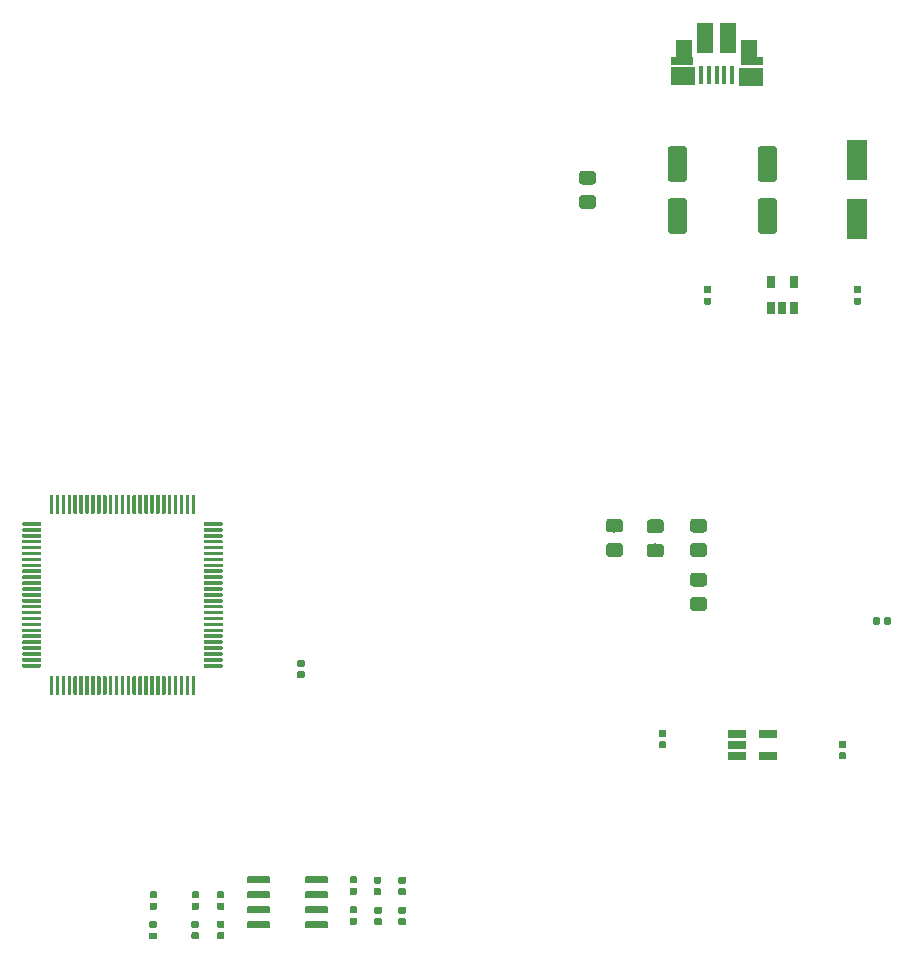
<source format=gbr>
G04 #@! TF.GenerationSoftware,KiCad,Pcbnew,(5.1.2-1)-1*
G04 #@! TF.CreationDate,2019-07-19T21:50:30+01:00*
G04 #@! TF.ProjectId,ControlModule,436f6e74-726f-46c4-9d6f-64756c652e6b,C*
G04 #@! TF.SameCoordinates,Original*
G04 #@! TF.FileFunction,Paste,Bot*
G04 #@! TF.FilePolarity,Positive*
%FSLAX46Y46*%
G04 Gerber Fmt 4.6, Leading zero omitted, Abs format (unit mm)*
G04 Created by KiCad (PCBNEW (5.1.2-1)-1) date 2019-07-19 21:50:30*
%MOMM*%
%LPD*%
G04 APERTURE LIST*
%ADD10R,1.430000X2.500000*%
%ADD11R,0.400000X1.650000*%
%ADD12R,2.000000X1.500000*%
%ADD13R,1.825000X0.700000*%
%ADD14R,1.350000X2.000000*%
%ADD15C,0.100000*%
%ADD16C,0.590000*%
%ADD17C,1.150000*%
%ADD18R,0.650000X1.060000*%
%ADD19C,0.600000*%
%ADD20C,0.300000*%
%ADD21R,1.560000X0.650000*%
%ADD22C,1.600000*%
%ADD23R,1.800000X3.500000*%
G04 APERTURE END LIST*
D10*
X208745100Y-48094200D03*
X206825100Y-48094200D03*
D11*
X209085100Y-51244200D03*
X208435100Y-51244200D03*
X207785100Y-51244200D03*
X207135100Y-51244200D03*
X206485100Y-51244200D03*
D12*
X210685100Y-51364200D03*
X204935100Y-51344200D03*
D13*
X210785100Y-50044200D03*
X204835100Y-50044200D03*
D14*
X205055100Y-49294200D03*
X210535100Y-49294200D03*
D15*
G36*
X165985458Y-120353310D02*
G01*
X165999776Y-120355434D01*
X166013817Y-120358951D01*
X166027446Y-120363828D01*
X166040531Y-120370017D01*
X166052947Y-120377458D01*
X166064573Y-120386081D01*
X166075298Y-120395802D01*
X166085019Y-120406527D01*
X166093642Y-120418153D01*
X166101083Y-120430569D01*
X166107272Y-120443654D01*
X166112149Y-120457283D01*
X166115666Y-120471324D01*
X166117790Y-120485642D01*
X166118500Y-120500100D01*
X166118500Y-120795100D01*
X166117790Y-120809558D01*
X166115666Y-120823876D01*
X166112149Y-120837917D01*
X166107272Y-120851546D01*
X166101083Y-120864631D01*
X166093642Y-120877047D01*
X166085019Y-120888673D01*
X166075298Y-120899398D01*
X166064573Y-120909119D01*
X166052947Y-120917742D01*
X166040531Y-120925183D01*
X166027446Y-120931372D01*
X166013817Y-120936249D01*
X165999776Y-120939766D01*
X165985458Y-120941890D01*
X165971000Y-120942600D01*
X165626000Y-120942600D01*
X165611542Y-120941890D01*
X165597224Y-120939766D01*
X165583183Y-120936249D01*
X165569554Y-120931372D01*
X165556469Y-120925183D01*
X165544053Y-120917742D01*
X165532427Y-120909119D01*
X165521702Y-120899398D01*
X165511981Y-120888673D01*
X165503358Y-120877047D01*
X165495917Y-120864631D01*
X165489728Y-120851546D01*
X165484851Y-120837917D01*
X165481334Y-120823876D01*
X165479210Y-120809558D01*
X165478500Y-120795100D01*
X165478500Y-120500100D01*
X165479210Y-120485642D01*
X165481334Y-120471324D01*
X165484851Y-120457283D01*
X165489728Y-120443654D01*
X165495917Y-120430569D01*
X165503358Y-120418153D01*
X165511981Y-120406527D01*
X165521702Y-120395802D01*
X165532427Y-120386081D01*
X165544053Y-120377458D01*
X165556469Y-120370017D01*
X165569554Y-120363828D01*
X165583183Y-120358951D01*
X165597224Y-120355434D01*
X165611542Y-120353310D01*
X165626000Y-120352600D01*
X165971000Y-120352600D01*
X165985458Y-120353310D01*
X165985458Y-120353310D01*
G37*
D16*
X165798500Y-120647600D03*
D15*
G36*
X165985458Y-121323310D02*
G01*
X165999776Y-121325434D01*
X166013817Y-121328951D01*
X166027446Y-121333828D01*
X166040531Y-121340017D01*
X166052947Y-121347458D01*
X166064573Y-121356081D01*
X166075298Y-121365802D01*
X166085019Y-121376527D01*
X166093642Y-121388153D01*
X166101083Y-121400569D01*
X166107272Y-121413654D01*
X166112149Y-121427283D01*
X166115666Y-121441324D01*
X166117790Y-121455642D01*
X166118500Y-121470100D01*
X166118500Y-121765100D01*
X166117790Y-121779558D01*
X166115666Y-121793876D01*
X166112149Y-121807917D01*
X166107272Y-121821546D01*
X166101083Y-121834631D01*
X166093642Y-121847047D01*
X166085019Y-121858673D01*
X166075298Y-121869398D01*
X166064573Y-121879119D01*
X166052947Y-121887742D01*
X166040531Y-121895183D01*
X166027446Y-121901372D01*
X166013817Y-121906249D01*
X165999776Y-121909766D01*
X165985458Y-121911890D01*
X165971000Y-121912600D01*
X165626000Y-121912600D01*
X165611542Y-121911890D01*
X165597224Y-121909766D01*
X165583183Y-121906249D01*
X165569554Y-121901372D01*
X165556469Y-121895183D01*
X165544053Y-121887742D01*
X165532427Y-121879119D01*
X165521702Y-121869398D01*
X165511981Y-121858673D01*
X165503358Y-121847047D01*
X165495917Y-121834631D01*
X165489728Y-121821546D01*
X165484851Y-121807917D01*
X165481334Y-121793876D01*
X165479210Y-121779558D01*
X165478500Y-121765100D01*
X165478500Y-121470100D01*
X165479210Y-121455642D01*
X165481334Y-121441324D01*
X165484851Y-121427283D01*
X165489728Y-121413654D01*
X165495917Y-121400569D01*
X165503358Y-121388153D01*
X165511981Y-121376527D01*
X165521702Y-121365802D01*
X165532427Y-121356081D01*
X165544053Y-121347458D01*
X165556469Y-121340017D01*
X165569554Y-121333828D01*
X165583183Y-121328951D01*
X165597224Y-121325434D01*
X165611542Y-121323310D01*
X165626000Y-121322600D01*
X165971000Y-121322600D01*
X165985458Y-121323310D01*
X165985458Y-121323310D01*
G37*
D16*
X165798500Y-121617600D03*
D15*
G36*
X199610505Y-88816204D02*
G01*
X199634773Y-88819804D01*
X199658572Y-88825765D01*
X199681671Y-88834030D01*
X199703850Y-88844520D01*
X199724893Y-88857132D01*
X199744599Y-88871747D01*
X199762777Y-88888223D01*
X199779253Y-88906401D01*
X199793868Y-88926107D01*
X199806480Y-88947150D01*
X199816970Y-88969329D01*
X199825235Y-88992428D01*
X199831196Y-89016227D01*
X199834796Y-89040495D01*
X199836000Y-89064999D01*
X199836000Y-89715001D01*
X199834796Y-89739505D01*
X199831196Y-89763773D01*
X199825235Y-89787572D01*
X199816970Y-89810671D01*
X199806480Y-89832850D01*
X199793868Y-89853893D01*
X199779253Y-89873599D01*
X199762777Y-89891777D01*
X199744599Y-89908253D01*
X199724893Y-89922868D01*
X199703850Y-89935480D01*
X199681671Y-89945970D01*
X199658572Y-89954235D01*
X199634773Y-89960196D01*
X199610505Y-89963796D01*
X199586001Y-89965000D01*
X198685999Y-89965000D01*
X198661495Y-89963796D01*
X198637227Y-89960196D01*
X198613428Y-89954235D01*
X198590329Y-89945970D01*
X198568150Y-89935480D01*
X198547107Y-89922868D01*
X198527401Y-89908253D01*
X198509223Y-89891777D01*
X198492747Y-89873599D01*
X198478132Y-89853893D01*
X198465520Y-89832850D01*
X198455030Y-89810671D01*
X198446765Y-89787572D01*
X198440804Y-89763773D01*
X198437204Y-89739505D01*
X198436000Y-89715001D01*
X198436000Y-89064999D01*
X198437204Y-89040495D01*
X198440804Y-89016227D01*
X198446765Y-88992428D01*
X198455030Y-88969329D01*
X198465520Y-88947150D01*
X198478132Y-88926107D01*
X198492747Y-88906401D01*
X198509223Y-88888223D01*
X198527401Y-88871747D01*
X198547107Y-88857132D01*
X198568150Y-88844520D01*
X198590329Y-88834030D01*
X198613428Y-88825765D01*
X198637227Y-88819804D01*
X198661495Y-88816204D01*
X198685999Y-88815000D01*
X199586001Y-88815000D01*
X199610505Y-88816204D01*
X199610505Y-88816204D01*
G37*
D17*
X199136000Y-89390000D03*
D15*
G36*
X199610505Y-90866204D02*
G01*
X199634773Y-90869804D01*
X199658572Y-90875765D01*
X199681671Y-90884030D01*
X199703850Y-90894520D01*
X199724893Y-90907132D01*
X199744599Y-90921747D01*
X199762777Y-90938223D01*
X199779253Y-90956401D01*
X199793868Y-90976107D01*
X199806480Y-90997150D01*
X199816970Y-91019329D01*
X199825235Y-91042428D01*
X199831196Y-91066227D01*
X199834796Y-91090495D01*
X199836000Y-91114999D01*
X199836000Y-91765001D01*
X199834796Y-91789505D01*
X199831196Y-91813773D01*
X199825235Y-91837572D01*
X199816970Y-91860671D01*
X199806480Y-91882850D01*
X199793868Y-91903893D01*
X199779253Y-91923599D01*
X199762777Y-91941777D01*
X199744599Y-91958253D01*
X199724893Y-91972868D01*
X199703850Y-91985480D01*
X199681671Y-91995970D01*
X199658572Y-92004235D01*
X199634773Y-92010196D01*
X199610505Y-92013796D01*
X199586001Y-92015000D01*
X198685999Y-92015000D01*
X198661495Y-92013796D01*
X198637227Y-92010196D01*
X198613428Y-92004235D01*
X198590329Y-91995970D01*
X198568150Y-91985480D01*
X198547107Y-91972868D01*
X198527401Y-91958253D01*
X198509223Y-91941777D01*
X198492747Y-91923599D01*
X198478132Y-91903893D01*
X198465520Y-91882850D01*
X198455030Y-91860671D01*
X198446765Y-91837572D01*
X198440804Y-91813773D01*
X198437204Y-91789505D01*
X198436000Y-91765001D01*
X198436000Y-91114999D01*
X198437204Y-91090495D01*
X198440804Y-91066227D01*
X198446765Y-91042428D01*
X198455030Y-91019329D01*
X198465520Y-90997150D01*
X198478132Y-90976107D01*
X198492747Y-90956401D01*
X198509223Y-90938223D01*
X198527401Y-90921747D01*
X198547107Y-90907132D01*
X198568150Y-90894520D01*
X198590329Y-90884030D01*
X198613428Y-90875765D01*
X198637227Y-90869804D01*
X198661495Y-90866204D01*
X198685999Y-90865000D01*
X199586001Y-90865000D01*
X199610505Y-90866204D01*
X199610505Y-90866204D01*
G37*
D17*
X199136000Y-91440000D03*
D15*
G36*
X206722505Y-88825204D02*
G01*
X206746773Y-88828804D01*
X206770572Y-88834765D01*
X206793671Y-88843030D01*
X206815850Y-88853520D01*
X206836893Y-88866132D01*
X206856599Y-88880747D01*
X206874777Y-88897223D01*
X206891253Y-88915401D01*
X206905868Y-88935107D01*
X206918480Y-88956150D01*
X206928970Y-88978329D01*
X206937235Y-89001428D01*
X206943196Y-89025227D01*
X206946796Y-89049495D01*
X206948000Y-89073999D01*
X206948000Y-89724001D01*
X206946796Y-89748505D01*
X206943196Y-89772773D01*
X206937235Y-89796572D01*
X206928970Y-89819671D01*
X206918480Y-89841850D01*
X206905868Y-89862893D01*
X206891253Y-89882599D01*
X206874777Y-89900777D01*
X206856599Y-89917253D01*
X206836893Y-89931868D01*
X206815850Y-89944480D01*
X206793671Y-89954970D01*
X206770572Y-89963235D01*
X206746773Y-89969196D01*
X206722505Y-89972796D01*
X206698001Y-89974000D01*
X205797999Y-89974000D01*
X205773495Y-89972796D01*
X205749227Y-89969196D01*
X205725428Y-89963235D01*
X205702329Y-89954970D01*
X205680150Y-89944480D01*
X205659107Y-89931868D01*
X205639401Y-89917253D01*
X205621223Y-89900777D01*
X205604747Y-89882599D01*
X205590132Y-89862893D01*
X205577520Y-89841850D01*
X205567030Y-89819671D01*
X205558765Y-89796572D01*
X205552804Y-89772773D01*
X205549204Y-89748505D01*
X205548000Y-89724001D01*
X205548000Y-89073999D01*
X205549204Y-89049495D01*
X205552804Y-89025227D01*
X205558765Y-89001428D01*
X205567030Y-88978329D01*
X205577520Y-88956150D01*
X205590132Y-88935107D01*
X205604747Y-88915401D01*
X205621223Y-88897223D01*
X205639401Y-88880747D01*
X205659107Y-88866132D01*
X205680150Y-88853520D01*
X205702329Y-88843030D01*
X205725428Y-88834765D01*
X205749227Y-88828804D01*
X205773495Y-88825204D01*
X205797999Y-88824000D01*
X206698001Y-88824000D01*
X206722505Y-88825204D01*
X206722505Y-88825204D01*
G37*
D17*
X206248000Y-89399000D03*
D15*
G36*
X206722505Y-90875204D02*
G01*
X206746773Y-90878804D01*
X206770572Y-90884765D01*
X206793671Y-90893030D01*
X206815850Y-90903520D01*
X206836893Y-90916132D01*
X206856599Y-90930747D01*
X206874777Y-90947223D01*
X206891253Y-90965401D01*
X206905868Y-90985107D01*
X206918480Y-91006150D01*
X206928970Y-91028329D01*
X206937235Y-91051428D01*
X206943196Y-91075227D01*
X206946796Y-91099495D01*
X206948000Y-91123999D01*
X206948000Y-91774001D01*
X206946796Y-91798505D01*
X206943196Y-91822773D01*
X206937235Y-91846572D01*
X206928970Y-91869671D01*
X206918480Y-91891850D01*
X206905868Y-91912893D01*
X206891253Y-91932599D01*
X206874777Y-91950777D01*
X206856599Y-91967253D01*
X206836893Y-91981868D01*
X206815850Y-91994480D01*
X206793671Y-92004970D01*
X206770572Y-92013235D01*
X206746773Y-92019196D01*
X206722505Y-92022796D01*
X206698001Y-92024000D01*
X205797999Y-92024000D01*
X205773495Y-92022796D01*
X205749227Y-92019196D01*
X205725428Y-92013235D01*
X205702329Y-92004970D01*
X205680150Y-91994480D01*
X205659107Y-91981868D01*
X205639401Y-91967253D01*
X205621223Y-91950777D01*
X205604747Y-91932599D01*
X205590132Y-91912893D01*
X205577520Y-91891850D01*
X205567030Y-91869671D01*
X205558765Y-91846572D01*
X205552804Y-91822773D01*
X205549204Y-91798505D01*
X205548000Y-91774001D01*
X205548000Y-91123999D01*
X205549204Y-91099495D01*
X205552804Y-91075227D01*
X205558765Y-91051428D01*
X205567030Y-91028329D01*
X205577520Y-91006150D01*
X205590132Y-90985107D01*
X205604747Y-90965401D01*
X205621223Y-90947223D01*
X205639401Y-90930747D01*
X205659107Y-90916132D01*
X205680150Y-90903520D01*
X205702329Y-90893030D01*
X205725428Y-90884765D01*
X205749227Y-90878804D01*
X205773495Y-90875204D01*
X205797999Y-90874000D01*
X206698001Y-90874000D01*
X206722505Y-90875204D01*
X206722505Y-90875204D01*
G37*
D17*
X206248000Y-91449000D03*
D15*
G36*
X219896958Y-70078810D02*
G01*
X219911276Y-70080934D01*
X219925317Y-70084451D01*
X219938946Y-70089328D01*
X219952031Y-70095517D01*
X219964447Y-70102958D01*
X219976073Y-70111581D01*
X219986798Y-70121302D01*
X219996519Y-70132027D01*
X220005142Y-70143653D01*
X220012583Y-70156069D01*
X220018772Y-70169154D01*
X220023649Y-70182783D01*
X220027166Y-70196824D01*
X220029290Y-70211142D01*
X220030000Y-70225600D01*
X220030000Y-70520600D01*
X220029290Y-70535058D01*
X220027166Y-70549376D01*
X220023649Y-70563417D01*
X220018772Y-70577046D01*
X220012583Y-70590131D01*
X220005142Y-70602547D01*
X219996519Y-70614173D01*
X219986798Y-70624898D01*
X219976073Y-70634619D01*
X219964447Y-70643242D01*
X219952031Y-70650683D01*
X219938946Y-70656872D01*
X219925317Y-70661749D01*
X219911276Y-70665266D01*
X219896958Y-70667390D01*
X219882500Y-70668100D01*
X219537500Y-70668100D01*
X219523042Y-70667390D01*
X219508724Y-70665266D01*
X219494683Y-70661749D01*
X219481054Y-70656872D01*
X219467969Y-70650683D01*
X219455553Y-70643242D01*
X219443927Y-70634619D01*
X219433202Y-70624898D01*
X219423481Y-70614173D01*
X219414858Y-70602547D01*
X219407417Y-70590131D01*
X219401228Y-70577046D01*
X219396351Y-70563417D01*
X219392834Y-70549376D01*
X219390710Y-70535058D01*
X219390000Y-70520600D01*
X219390000Y-70225600D01*
X219390710Y-70211142D01*
X219392834Y-70196824D01*
X219396351Y-70182783D01*
X219401228Y-70169154D01*
X219407417Y-70156069D01*
X219414858Y-70143653D01*
X219423481Y-70132027D01*
X219433202Y-70121302D01*
X219443927Y-70111581D01*
X219455553Y-70102958D01*
X219467969Y-70095517D01*
X219481054Y-70089328D01*
X219494683Y-70084451D01*
X219508724Y-70080934D01*
X219523042Y-70078810D01*
X219537500Y-70078100D01*
X219882500Y-70078100D01*
X219896958Y-70078810D01*
X219896958Y-70078810D01*
G37*
D16*
X219710000Y-70373100D03*
D15*
G36*
X219896958Y-69108810D02*
G01*
X219911276Y-69110934D01*
X219925317Y-69114451D01*
X219938946Y-69119328D01*
X219952031Y-69125517D01*
X219964447Y-69132958D01*
X219976073Y-69141581D01*
X219986798Y-69151302D01*
X219996519Y-69162027D01*
X220005142Y-69173653D01*
X220012583Y-69186069D01*
X220018772Y-69199154D01*
X220023649Y-69212783D01*
X220027166Y-69226824D01*
X220029290Y-69241142D01*
X220030000Y-69255600D01*
X220030000Y-69550600D01*
X220029290Y-69565058D01*
X220027166Y-69579376D01*
X220023649Y-69593417D01*
X220018772Y-69607046D01*
X220012583Y-69620131D01*
X220005142Y-69632547D01*
X219996519Y-69644173D01*
X219986798Y-69654898D01*
X219976073Y-69664619D01*
X219964447Y-69673242D01*
X219952031Y-69680683D01*
X219938946Y-69686872D01*
X219925317Y-69691749D01*
X219911276Y-69695266D01*
X219896958Y-69697390D01*
X219882500Y-69698100D01*
X219537500Y-69698100D01*
X219523042Y-69697390D01*
X219508724Y-69695266D01*
X219494683Y-69691749D01*
X219481054Y-69686872D01*
X219467969Y-69680683D01*
X219455553Y-69673242D01*
X219443927Y-69664619D01*
X219433202Y-69654898D01*
X219423481Y-69644173D01*
X219414858Y-69632547D01*
X219407417Y-69620131D01*
X219401228Y-69607046D01*
X219396351Y-69593417D01*
X219392834Y-69579376D01*
X219390710Y-69565058D01*
X219390000Y-69550600D01*
X219390000Y-69255600D01*
X219390710Y-69241142D01*
X219392834Y-69226824D01*
X219396351Y-69212783D01*
X219401228Y-69199154D01*
X219407417Y-69186069D01*
X219414858Y-69173653D01*
X219423481Y-69162027D01*
X219433202Y-69151302D01*
X219443927Y-69141581D01*
X219455553Y-69132958D01*
X219467969Y-69125517D01*
X219481054Y-69119328D01*
X219494683Y-69114451D01*
X219508724Y-69110934D01*
X219523042Y-69108810D01*
X219537500Y-69108100D01*
X219882500Y-69108100D01*
X219896958Y-69108810D01*
X219896958Y-69108810D01*
G37*
D16*
X219710000Y-69403100D03*
D15*
G36*
X207196958Y-70078810D02*
G01*
X207211276Y-70080934D01*
X207225317Y-70084451D01*
X207238946Y-70089328D01*
X207252031Y-70095517D01*
X207264447Y-70102958D01*
X207276073Y-70111581D01*
X207286798Y-70121302D01*
X207296519Y-70132027D01*
X207305142Y-70143653D01*
X207312583Y-70156069D01*
X207318772Y-70169154D01*
X207323649Y-70182783D01*
X207327166Y-70196824D01*
X207329290Y-70211142D01*
X207330000Y-70225600D01*
X207330000Y-70520600D01*
X207329290Y-70535058D01*
X207327166Y-70549376D01*
X207323649Y-70563417D01*
X207318772Y-70577046D01*
X207312583Y-70590131D01*
X207305142Y-70602547D01*
X207296519Y-70614173D01*
X207286798Y-70624898D01*
X207276073Y-70634619D01*
X207264447Y-70643242D01*
X207252031Y-70650683D01*
X207238946Y-70656872D01*
X207225317Y-70661749D01*
X207211276Y-70665266D01*
X207196958Y-70667390D01*
X207182500Y-70668100D01*
X206837500Y-70668100D01*
X206823042Y-70667390D01*
X206808724Y-70665266D01*
X206794683Y-70661749D01*
X206781054Y-70656872D01*
X206767969Y-70650683D01*
X206755553Y-70643242D01*
X206743927Y-70634619D01*
X206733202Y-70624898D01*
X206723481Y-70614173D01*
X206714858Y-70602547D01*
X206707417Y-70590131D01*
X206701228Y-70577046D01*
X206696351Y-70563417D01*
X206692834Y-70549376D01*
X206690710Y-70535058D01*
X206690000Y-70520600D01*
X206690000Y-70225600D01*
X206690710Y-70211142D01*
X206692834Y-70196824D01*
X206696351Y-70182783D01*
X206701228Y-70169154D01*
X206707417Y-70156069D01*
X206714858Y-70143653D01*
X206723481Y-70132027D01*
X206733202Y-70121302D01*
X206743927Y-70111581D01*
X206755553Y-70102958D01*
X206767969Y-70095517D01*
X206781054Y-70089328D01*
X206794683Y-70084451D01*
X206808724Y-70080934D01*
X206823042Y-70078810D01*
X206837500Y-70078100D01*
X207182500Y-70078100D01*
X207196958Y-70078810D01*
X207196958Y-70078810D01*
G37*
D16*
X207010000Y-70373100D03*
D15*
G36*
X207196958Y-69108810D02*
G01*
X207211276Y-69110934D01*
X207225317Y-69114451D01*
X207238946Y-69119328D01*
X207252031Y-69125517D01*
X207264447Y-69132958D01*
X207276073Y-69141581D01*
X207286798Y-69151302D01*
X207296519Y-69162027D01*
X207305142Y-69173653D01*
X207312583Y-69186069D01*
X207318772Y-69199154D01*
X207323649Y-69212783D01*
X207327166Y-69226824D01*
X207329290Y-69241142D01*
X207330000Y-69255600D01*
X207330000Y-69550600D01*
X207329290Y-69565058D01*
X207327166Y-69579376D01*
X207323649Y-69593417D01*
X207318772Y-69607046D01*
X207312583Y-69620131D01*
X207305142Y-69632547D01*
X207296519Y-69644173D01*
X207286798Y-69654898D01*
X207276073Y-69664619D01*
X207264447Y-69673242D01*
X207252031Y-69680683D01*
X207238946Y-69686872D01*
X207225317Y-69691749D01*
X207211276Y-69695266D01*
X207196958Y-69697390D01*
X207182500Y-69698100D01*
X206837500Y-69698100D01*
X206823042Y-69697390D01*
X206808724Y-69695266D01*
X206794683Y-69691749D01*
X206781054Y-69686872D01*
X206767969Y-69680683D01*
X206755553Y-69673242D01*
X206743927Y-69664619D01*
X206733202Y-69654898D01*
X206723481Y-69644173D01*
X206714858Y-69632547D01*
X206707417Y-69620131D01*
X206701228Y-69607046D01*
X206696351Y-69593417D01*
X206692834Y-69579376D01*
X206690710Y-69565058D01*
X206690000Y-69550600D01*
X206690000Y-69255600D01*
X206690710Y-69241142D01*
X206692834Y-69226824D01*
X206696351Y-69212783D01*
X206701228Y-69199154D01*
X206707417Y-69186069D01*
X206714858Y-69173653D01*
X206723481Y-69162027D01*
X206733202Y-69151302D01*
X206743927Y-69141581D01*
X206755553Y-69132958D01*
X206767969Y-69125517D01*
X206781054Y-69119328D01*
X206794683Y-69114451D01*
X206808724Y-69110934D01*
X206823042Y-69108810D01*
X206837500Y-69108100D01*
X207182500Y-69108100D01*
X207196958Y-69108810D01*
X207196958Y-69108810D01*
G37*
D16*
X207010000Y-69403100D03*
D18*
X214310000Y-70950000D03*
X213360000Y-70950000D03*
X212410000Y-70950000D03*
X212410000Y-68750000D03*
X214310000Y-68750000D03*
D15*
G36*
X203064905Y-90917004D02*
G01*
X203089173Y-90920604D01*
X203112972Y-90926565D01*
X203136071Y-90934830D01*
X203158250Y-90945320D01*
X203179293Y-90957932D01*
X203198999Y-90972547D01*
X203217177Y-90989023D01*
X203233653Y-91007201D01*
X203248268Y-91026907D01*
X203260880Y-91047950D01*
X203271370Y-91070129D01*
X203279635Y-91093228D01*
X203285596Y-91117027D01*
X203289196Y-91141295D01*
X203290400Y-91165799D01*
X203290400Y-91815801D01*
X203289196Y-91840305D01*
X203285596Y-91864573D01*
X203279635Y-91888372D01*
X203271370Y-91911471D01*
X203260880Y-91933650D01*
X203248268Y-91954693D01*
X203233653Y-91974399D01*
X203217177Y-91992577D01*
X203198999Y-92009053D01*
X203179293Y-92023668D01*
X203158250Y-92036280D01*
X203136071Y-92046770D01*
X203112972Y-92055035D01*
X203089173Y-92060996D01*
X203064905Y-92064596D01*
X203040401Y-92065800D01*
X202140399Y-92065800D01*
X202115895Y-92064596D01*
X202091627Y-92060996D01*
X202067828Y-92055035D01*
X202044729Y-92046770D01*
X202022550Y-92036280D01*
X202001507Y-92023668D01*
X201981801Y-92009053D01*
X201963623Y-91992577D01*
X201947147Y-91974399D01*
X201932532Y-91954693D01*
X201919920Y-91933650D01*
X201909430Y-91911471D01*
X201901165Y-91888372D01*
X201895204Y-91864573D01*
X201891604Y-91840305D01*
X201890400Y-91815801D01*
X201890400Y-91165799D01*
X201891604Y-91141295D01*
X201895204Y-91117027D01*
X201901165Y-91093228D01*
X201909430Y-91070129D01*
X201919920Y-91047950D01*
X201932532Y-91026907D01*
X201947147Y-91007201D01*
X201963623Y-90989023D01*
X201981801Y-90972547D01*
X202001507Y-90957932D01*
X202022550Y-90945320D01*
X202044729Y-90934830D01*
X202067828Y-90926565D01*
X202091627Y-90920604D01*
X202115895Y-90917004D01*
X202140399Y-90915800D01*
X203040401Y-90915800D01*
X203064905Y-90917004D01*
X203064905Y-90917004D01*
G37*
D17*
X202590400Y-91490800D03*
D15*
G36*
X203064905Y-88867004D02*
G01*
X203089173Y-88870604D01*
X203112972Y-88876565D01*
X203136071Y-88884830D01*
X203158250Y-88895320D01*
X203179293Y-88907932D01*
X203198999Y-88922547D01*
X203217177Y-88939023D01*
X203233653Y-88957201D01*
X203248268Y-88976907D01*
X203260880Y-88997950D01*
X203271370Y-89020129D01*
X203279635Y-89043228D01*
X203285596Y-89067027D01*
X203289196Y-89091295D01*
X203290400Y-89115799D01*
X203290400Y-89765801D01*
X203289196Y-89790305D01*
X203285596Y-89814573D01*
X203279635Y-89838372D01*
X203271370Y-89861471D01*
X203260880Y-89883650D01*
X203248268Y-89904693D01*
X203233653Y-89924399D01*
X203217177Y-89942577D01*
X203198999Y-89959053D01*
X203179293Y-89973668D01*
X203158250Y-89986280D01*
X203136071Y-89996770D01*
X203112972Y-90005035D01*
X203089173Y-90010996D01*
X203064905Y-90014596D01*
X203040401Y-90015800D01*
X202140399Y-90015800D01*
X202115895Y-90014596D01*
X202091627Y-90010996D01*
X202067828Y-90005035D01*
X202044729Y-89996770D01*
X202022550Y-89986280D01*
X202001507Y-89973668D01*
X201981801Y-89959053D01*
X201963623Y-89942577D01*
X201947147Y-89924399D01*
X201932532Y-89904693D01*
X201919920Y-89883650D01*
X201909430Y-89861471D01*
X201901165Y-89838372D01*
X201895204Y-89814573D01*
X201891604Y-89790305D01*
X201890400Y-89765801D01*
X201890400Y-89115799D01*
X201891604Y-89091295D01*
X201895204Y-89067027D01*
X201901165Y-89043228D01*
X201909430Y-89020129D01*
X201919920Y-88997950D01*
X201932532Y-88976907D01*
X201947147Y-88957201D01*
X201963623Y-88939023D01*
X201981801Y-88922547D01*
X202001507Y-88907932D01*
X202022550Y-88895320D01*
X202044729Y-88884830D01*
X202067828Y-88876565D01*
X202091627Y-88870604D01*
X202115895Y-88867004D01*
X202140399Y-88865800D01*
X203040401Y-88865800D01*
X203064905Y-88867004D01*
X203064905Y-88867004D01*
G37*
D17*
X202590400Y-89440800D03*
D15*
G36*
X206722505Y-93397204D02*
G01*
X206746773Y-93400804D01*
X206770572Y-93406765D01*
X206793671Y-93415030D01*
X206815850Y-93425520D01*
X206836893Y-93438132D01*
X206856599Y-93452747D01*
X206874777Y-93469223D01*
X206891253Y-93487401D01*
X206905868Y-93507107D01*
X206918480Y-93528150D01*
X206928970Y-93550329D01*
X206937235Y-93573428D01*
X206943196Y-93597227D01*
X206946796Y-93621495D01*
X206948000Y-93645999D01*
X206948000Y-94296001D01*
X206946796Y-94320505D01*
X206943196Y-94344773D01*
X206937235Y-94368572D01*
X206928970Y-94391671D01*
X206918480Y-94413850D01*
X206905868Y-94434893D01*
X206891253Y-94454599D01*
X206874777Y-94472777D01*
X206856599Y-94489253D01*
X206836893Y-94503868D01*
X206815850Y-94516480D01*
X206793671Y-94526970D01*
X206770572Y-94535235D01*
X206746773Y-94541196D01*
X206722505Y-94544796D01*
X206698001Y-94546000D01*
X205797999Y-94546000D01*
X205773495Y-94544796D01*
X205749227Y-94541196D01*
X205725428Y-94535235D01*
X205702329Y-94526970D01*
X205680150Y-94516480D01*
X205659107Y-94503868D01*
X205639401Y-94489253D01*
X205621223Y-94472777D01*
X205604747Y-94454599D01*
X205590132Y-94434893D01*
X205577520Y-94413850D01*
X205567030Y-94391671D01*
X205558765Y-94368572D01*
X205552804Y-94344773D01*
X205549204Y-94320505D01*
X205548000Y-94296001D01*
X205548000Y-93645999D01*
X205549204Y-93621495D01*
X205552804Y-93597227D01*
X205558765Y-93573428D01*
X205567030Y-93550329D01*
X205577520Y-93528150D01*
X205590132Y-93507107D01*
X205604747Y-93487401D01*
X205621223Y-93469223D01*
X205639401Y-93452747D01*
X205659107Y-93438132D01*
X205680150Y-93425520D01*
X205702329Y-93415030D01*
X205725428Y-93406765D01*
X205749227Y-93400804D01*
X205773495Y-93397204D01*
X205797999Y-93396000D01*
X206698001Y-93396000D01*
X206722505Y-93397204D01*
X206722505Y-93397204D01*
G37*
D17*
X206248000Y-93971000D03*
D15*
G36*
X206722505Y-95447204D02*
G01*
X206746773Y-95450804D01*
X206770572Y-95456765D01*
X206793671Y-95465030D01*
X206815850Y-95475520D01*
X206836893Y-95488132D01*
X206856599Y-95502747D01*
X206874777Y-95519223D01*
X206891253Y-95537401D01*
X206905868Y-95557107D01*
X206918480Y-95578150D01*
X206928970Y-95600329D01*
X206937235Y-95623428D01*
X206943196Y-95647227D01*
X206946796Y-95671495D01*
X206948000Y-95695999D01*
X206948000Y-96346001D01*
X206946796Y-96370505D01*
X206943196Y-96394773D01*
X206937235Y-96418572D01*
X206928970Y-96441671D01*
X206918480Y-96463850D01*
X206905868Y-96484893D01*
X206891253Y-96504599D01*
X206874777Y-96522777D01*
X206856599Y-96539253D01*
X206836893Y-96553868D01*
X206815850Y-96566480D01*
X206793671Y-96576970D01*
X206770572Y-96585235D01*
X206746773Y-96591196D01*
X206722505Y-96594796D01*
X206698001Y-96596000D01*
X205797999Y-96596000D01*
X205773495Y-96594796D01*
X205749227Y-96591196D01*
X205725428Y-96585235D01*
X205702329Y-96576970D01*
X205680150Y-96566480D01*
X205659107Y-96553868D01*
X205639401Y-96539253D01*
X205621223Y-96522777D01*
X205604747Y-96504599D01*
X205590132Y-96484893D01*
X205577520Y-96463850D01*
X205567030Y-96441671D01*
X205558765Y-96418572D01*
X205552804Y-96394773D01*
X205549204Y-96370505D01*
X205548000Y-96346001D01*
X205548000Y-95695999D01*
X205549204Y-95671495D01*
X205552804Y-95647227D01*
X205558765Y-95623428D01*
X205567030Y-95600329D01*
X205577520Y-95578150D01*
X205590132Y-95557107D01*
X205604747Y-95537401D01*
X205621223Y-95519223D01*
X205639401Y-95502747D01*
X205659107Y-95488132D01*
X205680150Y-95475520D01*
X205702329Y-95465030D01*
X205725428Y-95456765D01*
X205749227Y-95450804D01*
X205773495Y-95447204D01*
X205797999Y-95446000D01*
X206698001Y-95446000D01*
X206722505Y-95447204D01*
X206722505Y-95447204D01*
G37*
D17*
X206248000Y-96021000D03*
D15*
G36*
X172779958Y-100744510D02*
G01*
X172794276Y-100746634D01*
X172808317Y-100750151D01*
X172821946Y-100755028D01*
X172835031Y-100761217D01*
X172847447Y-100768658D01*
X172859073Y-100777281D01*
X172869798Y-100787002D01*
X172879519Y-100797727D01*
X172888142Y-100809353D01*
X172895583Y-100821769D01*
X172901772Y-100834854D01*
X172906649Y-100848483D01*
X172910166Y-100862524D01*
X172912290Y-100876842D01*
X172913000Y-100891300D01*
X172913000Y-101186300D01*
X172912290Y-101200758D01*
X172910166Y-101215076D01*
X172906649Y-101229117D01*
X172901772Y-101242746D01*
X172895583Y-101255831D01*
X172888142Y-101268247D01*
X172879519Y-101279873D01*
X172869798Y-101290598D01*
X172859073Y-101300319D01*
X172847447Y-101308942D01*
X172835031Y-101316383D01*
X172821946Y-101322572D01*
X172808317Y-101327449D01*
X172794276Y-101330966D01*
X172779958Y-101333090D01*
X172765500Y-101333800D01*
X172420500Y-101333800D01*
X172406042Y-101333090D01*
X172391724Y-101330966D01*
X172377683Y-101327449D01*
X172364054Y-101322572D01*
X172350969Y-101316383D01*
X172338553Y-101308942D01*
X172326927Y-101300319D01*
X172316202Y-101290598D01*
X172306481Y-101279873D01*
X172297858Y-101268247D01*
X172290417Y-101255831D01*
X172284228Y-101242746D01*
X172279351Y-101229117D01*
X172275834Y-101215076D01*
X172273710Y-101200758D01*
X172273000Y-101186300D01*
X172273000Y-100891300D01*
X172273710Y-100876842D01*
X172275834Y-100862524D01*
X172279351Y-100848483D01*
X172284228Y-100834854D01*
X172290417Y-100821769D01*
X172297858Y-100809353D01*
X172306481Y-100797727D01*
X172316202Y-100787002D01*
X172326927Y-100777281D01*
X172338553Y-100768658D01*
X172350969Y-100761217D01*
X172364054Y-100755028D01*
X172377683Y-100750151D01*
X172391724Y-100746634D01*
X172406042Y-100744510D01*
X172420500Y-100743800D01*
X172765500Y-100743800D01*
X172779958Y-100744510D01*
X172779958Y-100744510D01*
G37*
D16*
X172593000Y-101038800D03*
D15*
G36*
X172779958Y-101714510D02*
G01*
X172794276Y-101716634D01*
X172808317Y-101720151D01*
X172821946Y-101725028D01*
X172835031Y-101731217D01*
X172847447Y-101738658D01*
X172859073Y-101747281D01*
X172869798Y-101757002D01*
X172879519Y-101767727D01*
X172888142Y-101779353D01*
X172895583Y-101791769D01*
X172901772Y-101804854D01*
X172906649Y-101818483D01*
X172910166Y-101832524D01*
X172912290Y-101846842D01*
X172913000Y-101861300D01*
X172913000Y-102156300D01*
X172912290Y-102170758D01*
X172910166Y-102185076D01*
X172906649Y-102199117D01*
X172901772Y-102212746D01*
X172895583Y-102225831D01*
X172888142Y-102238247D01*
X172879519Y-102249873D01*
X172869798Y-102260598D01*
X172859073Y-102270319D01*
X172847447Y-102278942D01*
X172835031Y-102286383D01*
X172821946Y-102292572D01*
X172808317Y-102297449D01*
X172794276Y-102300966D01*
X172779958Y-102303090D01*
X172765500Y-102303800D01*
X172420500Y-102303800D01*
X172406042Y-102303090D01*
X172391724Y-102300966D01*
X172377683Y-102297449D01*
X172364054Y-102292572D01*
X172350969Y-102286383D01*
X172338553Y-102278942D01*
X172326927Y-102270319D01*
X172316202Y-102260598D01*
X172306481Y-102249873D01*
X172297858Y-102238247D01*
X172290417Y-102225831D01*
X172284228Y-102212746D01*
X172279351Y-102199117D01*
X172275834Y-102185076D01*
X172273710Y-102170758D01*
X172273000Y-102156300D01*
X172273000Y-101861300D01*
X172273710Y-101846842D01*
X172275834Y-101832524D01*
X172279351Y-101818483D01*
X172284228Y-101804854D01*
X172290417Y-101791769D01*
X172297858Y-101779353D01*
X172306481Y-101767727D01*
X172316202Y-101757002D01*
X172326927Y-101747281D01*
X172338553Y-101738658D01*
X172350969Y-101731217D01*
X172364054Y-101725028D01*
X172377683Y-101720151D01*
X172391724Y-101716634D01*
X172406042Y-101714510D01*
X172420500Y-101713800D01*
X172765500Y-101713800D01*
X172779958Y-101714510D01*
X172779958Y-101714510D01*
G37*
D16*
X172593000Y-102008800D03*
D15*
G36*
X203386958Y-106685710D02*
G01*
X203401276Y-106687834D01*
X203415317Y-106691351D01*
X203428946Y-106696228D01*
X203442031Y-106702417D01*
X203454447Y-106709858D01*
X203466073Y-106718481D01*
X203476798Y-106728202D01*
X203486519Y-106738927D01*
X203495142Y-106750553D01*
X203502583Y-106762969D01*
X203508772Y-106776054D01*
X203513649Y-106789683D01*
X203517166Y-106803724D01*
X203519290Y-106818042D01*
X203520000Y-106832500D01*
X203520000Y-107127500D01*
X203519290Y-107141958D01*
X203517166Y-107156276D01*
X203513649Y-107170317D01*
X203508772Y-107183946D01*
X203502583Y-107197031D01*
X203495142Y-107209447D01*
X203486519Y-107221073D01*
X203476798Y-107231798D01*
X203466073Y-107241519D01*
X203454447Y-107250142D01*
X203442031Y-107257583D01*
X203428946Y-107263772D01*
X203415317Y-107268649D01*
X203401276Y-107272166D01*
X203386958Y-107274290D01*
X203372500Y-107275000D01*
X203027500Y-107275000D01*
X203013042Y-107274290D01*
X202998724Y-107272166D01*
X202984683Y-107268649D01*
X202971054Y-107263772D01*
X202957969Y-107257583D01*
X202945553Y-107250142D01*
X202933927Y-107241519D01*
X202923202Y-107231798D01*
X202913481Y-107221073D01*
X202904858Y-107209447D01*
X202897417Y-107197031D01*
X202891228Y-107183946D01*
X202886351Y-107170317D01*
X202882834Y-107156276D01*
X202880710Y-107141958D01*
X202880000Y-107127500D01*
X202880000Y-106832500D01*
X202880710Y-106818042D01*
X202882834Y-106803724D01*
X202886351Y-106789683D01*
X202891228Y-106776054D01*
X202897417Y-106762969D01*
X202904858Y-106750553D01*
X202913481Y-106738927D01*
X202923202Y-106728202D01*
X202933927Y-106718481D01*
X202945553Y-106709858D01*
X202957969Y-106702417D01*
X202971054Y-106696228D01*
X202984683Y-106691351D01*
X202998724Y-106687834D01*
X203013042Y-106685710D01*
X203027500Y-106685000D01*
X203372500Y-106685000D01*
X203386958Y-106685710D01*
X203386958Y-106685710D01*
G37*
D16*
X203200000Y-106980000D03*
D15*
G36*
X203386958Y-107655710D02*
G01*
X203401276Y-107657834D01*
X203415317Y-107661351D01*
X203428946Y-107666228D01*
X203442031Y-107672417D01*
X203454447Y-107679858D01*
X203466073Y-107688481D01*
X203476798Y-107698202D01*
X203486519Y-107708927D01*
X203495142Y-107720553D01*
X203502583Y-107732969D01*
X203508772Y-107746054D01*
X203513649Y-107759683D01*
X203517166Y-107773724D01*
X203519290Y-107788042D01*
X203520000Y-107802500D01*
X203520000Y-108097500D01*
X203519290Y-108111958D01*
X203517166Y-108126276D01*
X203513649Y-108140317D01*
X203508772Y-108153946D01*
X203502583Y-108167031D01*
X203495142Y-108179447D01*
X203486519Y-108191073D01*
X203476798Y-108201798D01*
X203466073Y-108211519D01*
X203454447Y-108220142D01*
X203442031Y-108227583D01*
X203428946Y-108233772D01*
X203415317Y-108238649D01*
X203401276Y-108242166D01*
X203386958Y-108244290D01*
X203372500Y-108245000D01*
X203027500Y-108245000D01*
X203013042Y-108244290D01*
X202998724Y-108242166D01*
X202984683Y-108238649D01*
X202971054Y-108233772D01*
X202957969Y-108227583D01*
X202945553Y-108220142D01*
X202933927Y-108211519D01*
X202923202Y-108201798D01*
X202913481Y-108191073D01*
X202904858Y-108179447D01*
X202897417Y-108167031D01*
X202891228Y-108153946D01*
X202886351Y-108140317D01*
X202882834Y-108126276D01*
X202880710Y-108111958D01*
X202880000Y-108097500D01*
X202880000Y-107802500D01*
X202880710Y-107788042D01*
X202882834Y-107773724D01*
X202886351Y-107759683D01*
X202891228Y-107746054D01*
X202897417Y-107732969D01*
X202904858Y-107720553D01*
X202913481Y-107708927D01*
X202923202Y-107698202D01*
X202933927Y-107688481D01*
X202945553Y-107679858D01*
X202957969Y-107672417D01*
X202971054Y-107666228D01*
X202984683Y-107661351D01*
X202998724Y-107657834D01*
X203013042Y-107655710D01*
X203027500Y-107655000D01*
X203372500Y-107655000D01*
X203386958Y-107655710D01*
X203386958Y-107655710D01*
G37*
D16*
X203200000Y-107950000D03*
D15*
G36*
X218626958Y-107615210D02*
G01*
X218641276Y-107617334D01*
X218655317Y-107620851D01*
X218668946Y-107625728D01*
X218682031Y-107631917D01*
X218694447Y-107639358D01*
X218706073Y-107647981D01*
X218716798Y-107657702D01*
X218726519Y-107668427D01*
X218735142Y-107680053D01*
X218742583Y-107692469D01*
X218748772Y-107705554D01*
X218753649Y-107719183D01*
X218757166Y-107733224D01*
X218759290Y-107747542D01*
X218760000Y-107762000D01*
X218760000Y-108057000D01*
X218759290Y-108071458D01*
X218757166Y-108085776D01*
X218753649Y-108099817D01*
X218748772Y-108113446D01*
X218742583Y-108126531D01*
X218735142Y-108138947D01*
X218726519Y-108150573D01*
X218716798Y-108161298D01*
X218706073Y-108171019D01*
X218694447Y-108179642D01*
X218682031Y-108187083D01*
X218668946Y-108193272D01*
X218655317Y-108198149D01*
X218641276Y-108201666D01*
X218626958Y-108203790D01*
X218612500Y-108204500D01*
X218267500Y-108204500D01*
X218253042Y-108203790D01*
X218238724Y-108201666D01*
X218224683Y-108198149D01*
X218211054Y-108193272D01*
X218197969Y-108187083D01*
X218185553Y-108179642D01*
X218173927Y-108171019D01*
X218163202Y-108161298D01*
X218153481Y-108150573D01*
X218144858Y-108138947D01*
X218137417Y-108126531D01*
X218131228Y-108113446D01*
X218126351Y-108099817D01*
X218122834Y-108085776D01*
X218120710Y-108071458D01*
X218120000Y-108057000D01*
X218120000Y-107762000D01*
X218120710Y-107747542D01*
X218122834Y-107733224D01*
X218126351Y-107719183D01*
X218131228Y-107705554D01*
X218137417Y-107692469D01*
X218144858Y-107680053D01*
X218153481Y-107668427D01*
X218163202Y-107657702D01*
X218173927Y-107647981D01*
X218185553Y-107639358D01*
X218197969Y-107631917D01*
X218211054Y-107625728D01*
X218224683Y-107620851D01*
X218238724Y-107617334D01*
X218253042Y-107615210D01*
X218267500Y-107614500D01*
X218612500Y-107614500D01*
X218626958Y-107615210D01*
X218626958Y-107615210D01*
G37*
D16*
X218440000Y-107909500D03*
D15*
G36*
X218626958Y-108585210D02*
G01*
X218641276Y-108587334D01*
X218655317Y-108590851D01*
X218668946Y-108595728D01*
X218682031Y-108601917D01*
X218694447Y-108609358D01*
X218706073Y-108617981D01*
X218716798Y-108627702D01*
X218726519Y-108638427D01*
X218735142Y-108650053D01*
X218742583Y-108662469D01*
X218748772Y-108675554D01*
X218753649Y-108689183D01*
X218757166Y-108703224D01*
X218759290Y-108717542D01*
X218760000Y-108732000D01*
X218760000Y-109027000D01*
X218759290Y-109041458D01*
X218757166Y-109055776D01*
X218753649Y-109069817D01*
X218748772Y-109083446D01*
X218742583Y-109096531D01*
X218735142Y-109108947D01*
X218726519Y-109120573D01*
X218716798Y-109131298D01*
X218706073Y-109141019D01*
X218694447Y-109149642D01*
X218682031Y-109157083D01*
X218668946Y-109163272D01*
X218655317Y-109168149D01*
X218641276Y-109171666D01*
X218626958Y-109173790D01*
X218612500Y-109174500D01*
X218267500Y-109174500D01*
X218253042Y-109173790D01*
X218238724Y-109171666D01*
X218224683Y-109168149D01*
X218211054Y-109163272D01*
X218197969Y-109157083D01*
X218185553Y-109149642D01*
X218173927Y-109141019D01*
X218163202Y-109131298D01*
X218153481Y-109120573D01*
X218144858Y-109108947D01*
X218137417Y-109096531D01*
X218131228Y-109083446D01*
X218126351Y-109069817D01*
X218122834Y-109055776D01*
X218120710Y-109041458D01*
X218120000Y-109027000D01*
X218120000Y-108732000D01*
X218120710Y-108717542D01*
X218122834Y-108703224D01*
X218126351Y-108689183D01*
X218131228Y-108675554D01*
X218137417Y-108662469D01*
X218144858Y-108650053D01*
X218153481Y-108638427D01*
X218163202Y-108627702D01*
X218173927Y-108617981D01*
X218185553Y-108609358D01*
X218197969Y-108601917D01*
X218211054Y-108595728D01*
X218224683Y-108590851D01*
X218238724Y-108587334D01*
X218253042Y-108585210D01*
X218267500Y-108584500D01*
X218612500Y-108584500D01*
X218626958Y-108585210D01*
X218626958Y-108585210D01*
G37*
D16*
X218440000Y-108879500D03*
D15*
G36*
X222439758Y-97140510D02*
G01*
X222454076Y-97142634D01*
X222468117Y-97146151D01*
X222481746Y-97151028D01*
X222494831Y-97157217D01*
X222507247Y-97164658D01*
X222518873Y-97173281D01*
X222529598Y-97183002D01*
X222539319Y-97193727D01*
X222547942Y-97205353D01*
X222555383Y-97217769D01*
X222561572Y-97230854D01*
X222566449Y-97244483D01*
X222569966Y-97258524D01*
X222572090Y-97272842D01*
X222572800Y-97287300D01*
X222572800Y-97632300D01*
X222572090Y-97646758D01*
X222569966Y-97661076D01*
X222566449Y-97675117D01*
X222561572Y-97688746D01*
X222555383Y-97701831D01*
X222547942Y-97714247D01*
X222539319Y-97725873D01*
X222529598Y-97736598D01*
X222518873Y-97746319D01*
X222507247Y-97754942D01*
X222494831Y-97762383D01*
X222481746Y-97768572D01*
X222468117Y-97773449D01*
X222454076Y-97776966D01*
X222439758Y-97779090D01*
X222425300Y-97779800D01*
X222130300Y-97779800D01*
X222115842Y-97779090D01*
X222101524Y-97776966D01*
X222087483Y-97773449D01*
X222073854Y-97768572D01*
X222060769Y-97762383D01*
X222048353Y-97754942D01*
X222036727Y-97746319D01*
X222026002Y-97736598D01*
X222016281Y-97725873D01*
X222007658Y-97714247D01*
X222000217Y-97701831D01*
X221994028Y-97688746D01*
X221989151Y-97675117D01*
X221985634Y-97661076D01*
X221983510Y-97646758D01*
X221982800Y-97632300D01*
X221982800Y-97287300D01*
X221983510Y-97272842D01*
X221985634Y-97258524D01*
X221989151Y-97244483D01*
X221994028Y-97230854D01*
X222000217Y-97217769D01*
X222007658Y-97205353D01*
X222016281Y-97193727D01*
X222026002Y-97183002D01*
X222036727Y-97173281D01*
X222048353Y-97164658D01*
X222060769Y-97157217D01*
X222073854Y-97151028D01*
X222087483Y-97146151D01*
X222101524Y-97142634D01*
X222115842Y-97140510D01*
X222130300Y-97139800D01*
X222425300Y-97139800D01*
X222439758Y-97140510D01*
X222439758Y-97140510D01*
G37*
D16*
X222277800Y-97459800D03*
D15*
G36*
X221469758Y-97140510D02*
G01*
X221484076Y-97142634D01*
X221498117Y-97146151D01*
X221511746Y-97151028D01*
X221524831Y-97157217D01*
X221537247Y-97164658D01*
X221548873Y-97173281D01*
X221559598Y-97183002D01*
X221569319Y-97193727D01*
X221577942Y-97205353D01*
X221585383Y-97217769D01*
X221591572Y-97230854D01*
X221596449Y-97244483D01*
X221599966Y-97258524D01*
X221602090Y-97272842D01*
X221602800Y-97287300D01*
X221602800Y-97632300D01*
X221602090Y-97646758D01*
X221599966Y-97661076D01*
X221596449Y-97675117D01*
X221591572Y-97688746D01*
X221585383Y-97701831D01*
X221577942Y-97714247D01*
X221569319Y-97725873D01*
X221559598Y-97736598D01*
X221548873Y-97746319D01*
X221537247Y-97754942D01*
X221524831Y-97762383D01*
X221511746Y-97768572D01*
X221498117Y-97773449D01*
X221484076Y-97776966D01*
X221469758Y-97779090D01*
X221455300Y-97779800D01*
X221160300Y-97779800D01*
X221145842Y-97779090D01*
X221131524Y-97776966D01*
X221117483Y-97773449D01*
X221103854Y-97768572D01*
X221090769Y-97762383D01*
X221078353Y-97754942D01*
X221066727Y-97746319D01*
X221056002Y-97736598D01*
X221046281Y-97725873D01*
X221037658Y-97714247D01*
X221030217Y-97701831D01*
X221024028Y-97688746D01*
X221019151Y-97675117D01*
X221015634Y-97661076D01*
X221013510Y-97646758D01*
X221012800Y-97632300D01*
X221012800Y-97287300D01*
X221013510Y-97272842D01*
X221015634Y-97258524D01*
X221019151Y-97244483D01*
X221024028Y-97230854D01*
X221030217Y-97217769D01*
X221037658Y-97205353D01*
X221046281Y-97193727D01*
X221056002Y-97183002D01*
X221066727Y-97173281D01*
X221078353Y-97164658D01*
X221090769Y-97157217D01*
X221103854Y-97151028D01*
X221117483Y-97146151D01*
X221131524Y-97142634D01*
X221145842Y-97140510D01*
X221160300Y-97139800D01*
X221455300Y-97139800D01*
X221469758Y-97140510D01*
X221469758Y-97140510D01*
G37*
D16*
X221307800Y-97459800D03*
D15*
G36*
X174764703Y-119080722D02*
G01*
X174779264Y-119082882D01*
X174793543Y-119086459D01*
X174807403Y-119091418D01*
X174820710Y-119097712D01*
X174833336Y-119105280D01*
X174845159Y-119114048D01*
X174856066Y-119123934D01*
X174865952Y-119134841D01*
X174874720Y-119146664D01*
X174882288Y-119159290D01*
X174888582Y-119172597D01*
X174893541Y-119186457D01*
X174897118Y-119200736D01*
X174899278Y-119215297D01*
X174900000Y-119230000D01*
X174900000Y-119530000D01*
X174899278Y-119544703D01*
X174897118Y-119559264D01*
X174893541Y-119573543D01*
X174888582Y-119587403D01*
X174882288Y-119600710D01*
X174874720Y-119613336D01*
X174865952Y-119625159D01*
X174856066Y-119636066D01*
X174845159Y-119645952D01*
X174833336Y-119654720D01*
X174820710Y-119662288D01*
X174807403Y-119668582D01*
X174793543Y-119673541D01*
X174779264Y-119677118D01*
X174764703Y-119679278D01*
X174750000Y-119680000D01*
X173100000Y-119680000D01*
X173085297Y-119679278D01*
X173070736Y-119677118D01*
X173056457Y-119673541D01*
X173042597Y-119668582D01*
X173029290Y-119662288D01*
X173016664Y-119654720D01*
X173004841Y-119645952D01*
X172993934Y-119636066D01*
X172984048Y-119625159D01*
X172975280Y-119613336D01*
X172967712Y-119600710D01*
X172961418Y-119587403D01*
X172956459Y-119573543D01*
X172952882Y-119559264D01*
X172950722Y-119544703D01*
X172950000Y-119530000D01*
X172950000Y-119230000D01*
X172950722Y-119215297D01*
X172952882Y-119200736D01*
X172956459Y-119186457D01*
X172961418Y-119172597D01*
X172967712Y-119159290D01*
X172975280Y-119146664D01*
X172984048Y-119134841D01*
X172993934Y-119123934D01*
X173004841Y-119114048D01*
X173016664Y-119105280D01*
X173029290Y-119097712D01*
X173042597Y-119091418D01*
X173056457Y-119086459D01*
X173070736Y-119082882D01*
X173085297Y-119080722D01*
X173100000Y-119080000D01*
X174750000Y-119080000D01*
X174764703Y-119080722D01*
X174764703Y-119080722D01*
G37*
D19*
X173925000Y-119380000D03*
D15*
G36*
X174764703Y-120350722D02*
G01*
X174779264Y-120352882D01*
X174793543Y-120356459D01*
X174807403Y-120361418D01*
X174820710Y-120367712D01*
X174833336Y-120375280D01*
X174845159Y-120384048D01*
X174856066Y-120393934D01*
X174865952Y-120404841D01*
X174874720Y-120416664D01*
X174882288Y-120429290D01*
X174888582Y-120442597D01*
X174893541Y-120456457D01*
X174897118Y-120470736D01*
X174899278Y-120485297D01*
X174900000Y-120500000D01*
X174900000Y-120800000D01*
X174899278Y-120814703D01*
X174897118Y-120829264D01*
X174893541Y-120843543D01*
X174888582Y-120857403D01*
X174882288Y-120870710D01*
X174874720Y-120883336D01*
X174865952Y-120895159D01*
X174856066Y-120906066D01*
X174845159Y-120915952D01*
X174833336Y-120924720D01*
X174820710Y-120932288D01*
X174807403Y-120938582D01*
X174793543Y-120943541D01*
X174779264Y-120947118D01*
X174764703Y-120949278D01*
X174750000Y-120950000D01*
X173100000Y-120950000D01*
X173085297Y-120949278D01*
X173070736Y-120947118D01*
X173056457Y-120943541D01*
X173042597Y-120938582D01*
X173029290Y-120932288D01*
X173016664Y-120924720D01*
X173004841Y-120915952D01*
X172993934Y-120906066D01*
X172984048Y-120895159D01*
X172975280Y-120883336D01*
X172967712Y-120870710D01*
X172961418Y-120857403D01*
X172956459Y-120843543D01*
X172952882Y-120829264D01*
X172950722Y-120814703D01*
X172950000Y-120800000D01*
X172950000Y-120500000D01*
X172950722Y-120485297D01*
X172952882Y-120470736D01*
X172956459Y-120456457D01*
X172961418Y-120442597D01*
X172967712Y-120429290D01*
X172975280Y-120416664D01*
X172984048Y-120404841D01*
X172993934Y-120393934D01*
X173004841Y-120384048D01*
X173016664Y-120375280D01*
X173029290Y-120367712D01*
X173042597Y-120361418D01*
X173056457Y-120356459D01*
X173070736Y-120352882D01*
X173085297Y-120350722D01*
X173100000Y-120350000D01*
X174750000Y-120350000D01*
X174764703Y-120350722D01*
X174764703Y-120350722D01*
G37*
D19*
X173925000Y-120650000D03*
D15*
G36*
X174764703Y-121620722D02*
G01*
X174779264Y-121622882D01*
X174793543Y-121626459D01*
X174807403Y-121631418D01*
X174820710Y-121637712D01*
X174833336Y-121645280D01*
X174845159Y-121654048D01*
X174856066Y-121663934D01*
X174865952Y-121674841D01*
X174874720Y-121686664D01*
X174882288Y-121699290D01*
X174888582Y-121712597D01*
X174893541Y-121726457D01*
X174897118Y-121740736D01*
X174899278Y-121755297D01*
X174900000Y-121770000D01*
X174900000Y-122070000D01*
X174899278Y-122084703D01*
X174897118Y-122099264D01*
X174893541Y-122113543D01*
X174888582Y-122127403D01*
X174882288Y-122140710D01*
X174874720Y-122153336D01*
X174865952Y-122165159D01*
X174856066Y-122176066D01*
X174845159Y-122185952D01*
X174833336Y-122194720D01*
X174820710Y-122202288D01*
X174807403Y-122208582D01*
X174793543Y-122213541D01*
X174779264Y-122217118D01*
X174764703Y-122219278D01*
X174750000Y-122220000D01*
X173100000Y-122220000D01*
X173085297Y-122219278D01*
X173070736Y-122217118D01*
X173056457Y-122213541D01*
X173042597Y-122208582D01*
X173029290Y-122202288D01*
X173016664Y-122194720D01*
X173004841Y-122185952D01*
X172993934Y-122176066D01*
X172984048Y-122165159D01*
X172975280Y-122153336D01*
X172967712Y-122140710D01*
X172961418Y-122127403D01*
X172956459Y-122113543D01*
X172952882Y-122099264D01*
X172950722Y-122084703D01*
X172950000Y-122070000D01*
X172950000Y-121770000D01*
X172950722Y-121755297D01*
X172952882Y-121740736D01*
X172956459Y-121726457D01*
X172961418Y-121712597D01*
X172967712Y-121699290D01*
X172975280Y-121686664D01*
X172984048Y-121674841D01*
X172993934Y-121663934D01*
X173004841Y-121654048D01*
X173016664Y-121645280D01*
X173029290Y-121637712D01*
X173042597Y-121631418D01*
X173056457Y-121626459D01*
X173070736Y-121622882D01*
X173085297Y-121620722D01*
X173100000Y-121620000D01*
X174750000Y-121620000D01*
X174764703Y-121620722D01*
X174764703Y-121620722D01*
G37*
D19*
X173925000Y-121920000D03*
D15*
G36*
X174764703Y-122890722D02*
G01*
X174779264Y-122892882D01*
X174793543Y-122896459D01*
X174807403Y-122901418D01*
X174820710Y-122907712D01*
X174833336Y-122915280D01*
X174845159Y-122924048D01*
X174856066Y-122933934D01*
X174865952Y-122944841D01*
X174874720Y-122956664D01*
X174882288Y-122969290D01*
X174888582Y-122982597D01*
X174893541Y-122996457D01*
X174897118Y-123010736D01*
X174899278Y-123025297D01*
X174900000Y-123040000D01*
X174900000Y-123340000D01*
X174899278Y-123354703D01*
X174897118Y-123369264D01*
X174893541Y-123383543D01*
X174888582Y-123397403D01*
X174882288Y-123410710D01*
X174874720Y-123423336D01*
X174865952Y-123435159D01*
X174856066Y-123446066D01*
X174845159Y-123455952D01*
X174833336Y-123464720D01*
X174820710Y-123472288D01*
X174807403Y-123478582D01*
X174793543Y-123483541D01*
X174779264Y-123487118D01*
X174764703Y-123489278D01*
X174750000Y-123490000D01*
X173100000Y-123490000D01*
X173085297Y-123489278D01*
X173070736Y-123487118D01*
X173056457Y-123483541D01*
X173042597Y-123478582D01*
X173029290Y-123472288D01*
X173016664Y-123464720D01*
X173004841Y-123455952D01*
X172993934Y-123446066D01*
X172984048Y-123435159D01*
X172975280Y-123423336D01*
X172967712Y-123410710D01*
X172961418Y-123397403D01*
X172956459Y-123383543D01*
X172952882Y-123369264D01*
X172950722Y-123354703D01*
X172950000Y-123340000D01*
X172950000Y-123040000D01*
X172950722Y-123025297D01*
X172952882Y-123010736D01*
X172956459Y-122996457D01*
X172961418Y-122982597D01*
X172967712Y-122969290D01*
X172975280Y-122956664D01*
X172984048Y-122944841D01*
X172993934Y-122933934D01*
X173004841Y-122924048D01*
X173016664Y-122915280D01*
X173029290Y-122907712D01*
X173042597Y-122901418D01*
X173056457Y-122896459D01*
X173070736Y-122892882D01*
X173085297Y-122890722D01*
X173100000Y-122890000D01*
X174750000Y-122890000D01*
X174764703Y-122890722D01*
X174764703Y-122890722D01*
G37*
D19*
X173925000Y-123190000D03*
D15*
G36*
X169814703Y-122890722D02*
G01*
X169829264Y-122892882D01*
X169843543Y-122896459D01*
X169857403Y-122901418D01*
X169870710Y-122907712D01*
X169883336Y-122915280D01*
X169895159Y-122924048D01*
X169906066Y-122933934D01*
X169915952Y-122944841D01*
X169924720Y-122956664D01*
X169932288Y-122969290D01*
X169938582Y-122982597D01*
X169943541Y-122996457D01*
X169947118Y-123010736D01*
X169949278Y-123025297D01*
X169950000Y-123040000D01*
X169950000Y-123340000D01*
X169949278Y-123354703D01*
X169947118Y-123369264D01*
X169943541Y-123383543D01*
X169938582Y-123397403D01*
X169932288Y-123410710D01*
X169924720Y-123423336D01*
X169915952Y-123435159D01*
X169906066Y-123446066D01*
X169895159Y-123455952D01*
X169883336Y-123464720D01*
X169870710Y-123472288D01*
X169857403Y-123478582D01*
X169843543Y-123483541D01*
X169829264Y-123487118D01*
X169814703Y-123489278D01*
X169800000Y-123490000D01*
X168150000Y-123490000D01*
X168135297Y-123489278D01*
X168120736Y-123487118D01*
X168106457Y-123483541D01*
X168092597Y-123478582D01*
X168079290Y-123472288D01*
X168066664Y-123464720D01*
X168054841Y-123455952D01*
X168043934Y-123446066D01*
X168034048Y-123435159D01*
X168025280Y-123423336D01*
X168017712Y-123410710D01*
X168011418Y-123397403D01*
X168006459Y-123383543D01*
X168002882Y-123369264D01*
X168000722Y-123354703D01*
X168000000Y-123340000D01*
X168000000Y-123040000D01*
X168000722Y-123025297D01*
X168002882Y-123010736D01*
X168006459Y-122996457D01*
X168011418Y-122982597D01*
X168017712Y-122969290D01*
X168025280Y-122956664D01*
X168034048Y-122944841D01*
X168043934Y-122933934D01*
X168054841Y-122924048D01*
X168066664Y-122915280D01*
X168079290Y-122907712D01*
X168092597Y-122901418D01*
X168106457Y-122896459D01*
X168120736Y-122892882D01*
X168135297Y-122890722D01*
X168150000Y-122890000D01*
X169800000Y-122890000D01*
X169814703Y-122890722D01*
X169814703Y-122890722D01*
G37*
D19*
X168975000Y-123190000D03*
D15*
G36*
X169814703Y-121620722D02*
G01*
X169829264Y-121622882D01*
X169843543Y-121626459D01*
X169857403Y-121631418D01*
X169870710Y-121637712D01*
X169883336Y-121645280D01*
X169895159Y-121654048D01*
X169906066Y-121663934D01*
X169915952Y-121674841D01*
X169924720Y-121686664D01*
X169932288Y-121699290D01*
X169938582Y-121712597D01*
X169943541Y-121726457D01*
X169947118Y-121740736D01*
X169949278Y-121755297D01*
X169950000Y-121770000D01*
X169950000Y-122070000D01*
X169949278Y-122084703D01*
X169947118Y-122099264D01*
X169943541Y-122113543D01*
X169938582Y-122127403D01*
X169932288Y-122140710D01*
X169924720Y-122153336D01*
X169915952Y-122165159D01*
X169906066Y-122176066D01*
X169895159Y-122185952D01*
X169883336Y-122194720D01*
X169870710Y-122202288D01*
X169857403Y-122208582D01*
X169843543Y-122213541D01*
X169829264Y-122217118D01*
X169814703Y-122219278D01*
X169800000Y-122220000D01*
X168150000Y-122220000D01*
X168135297Y-122219278D01*
X168120736Y-122217118D01*
X168106457Y-122213541D01*
X168092597Y-122208582D01*
X168079290Y-122202288D01*
X168066664Y-122194720D01*
X168054841Y-122185952D01*
X168043934Y-122176066D01*
X168034048Y-122165159D01*
X168025280Y-122153336D01*
X168017712Y-122140710D01*
X168011418Y-122127403D01*
X168006459Y-122113543D01*
X168002882Y-122099264D01*
X168000722Y-122084703D01*
X168000000Y-122070000D01*
X168000000Y-121770000D01*
X168000722Y-121755297D01*
X168002882Y-121740736D01*
X168006459Y-121726457D01*
X168011418Y-121712597D01*
X168017712Y-121699290D01*
X168025280Y-121686664D01*
X168034048Y-121674841D01*
X168043934Y-121663934D01*
X168054841Y-121654048D01*
X168066664Y-121645280D01*
X168079290Y-121637712D01*
X168092597Y-121631418D01*
X168106457Y-121626459D01*
X168120736Y-121622882D01*
X168135297Y-121620722D01*
X168150000Y-121620000D01*
X169800000Y-121620000D01*
X169814703Y-121620722D01*
X169814703Y-121620722D01*
G37*
D19*
X168975000Y-121920000D03*
D15*
G36*
X169814703Y-120350722D02*
G01*
X169829264Y-120352882D01*
X169843543Y-120356459D01*
X169857403Y-120361418D01*
X169870710Y-120367712D01*
X169883336Y-120375280D01*
X169895159Y-120384048D01*
X169906066Y-120393934D01*
X169915952Y-120404841D01*
X169924720Y-120416664D01*
X169932288Y-120429290D01*
X169938582Y-120442597D01*
X169943541Y-120456457D01*
X169947118Y-120470736D01*
X169949278Y-120485297D01*
X169950000Y-120500000D01*
X169950000Y-120800000D01*
X169949278Y-120814703D01*
X169947118Y-120829264D01*
X169943541Y-120843543D01*
X169938582Y-120857403D01*
X169932288Y-120870710D01*
X169924720Y-120883336D01*
X169915952Y-120895159D01*
X169906066Y-120906066D01*
X169895159Y-120915952D01*
X169883336Y-120924720D01*
X169870710Y-120932288D01*
X169857403Y-120938582D01*
X169843543Y-120943541D01*
X169829264Y-120947118D01*
X169814703Y-120949278D01*
X169800000Y-120950000D01*
X168150000Y-120950000D01*
X168135297Y-120949278D01*
X168120736Y-120947118D01*
X168106457Y-120943541D01*
X168092597Y-120938582D01*
X168079290Y-120932288D01*
X168066664Y-120924720D01*
X168054841Y-120915952D01*
X168043934Y-120906066D01*
X168034048Y-120895159D01*
X168025280Y-120883336D01*
X168017712Y-120870710D01*
X168011418Y-120857403D01*
X168006459Y-120843543D01*
X168002882Y-120829264D01*
X168000722Y-120814703D01*
X168000000Y-120800000D01*
X168000000Y-120500000D01*
X168000722Y-120485297D01*
X168002882Y-120470736D01*
X168006459Y-120456457D01*
X168011418Y-120442597D01*
X168017712Y-120429290D01*
X168025280Y-120416664D01*
X168034048Y-120404841D01*
X168043934Y-120393934D01*
X168054841Y-120384048D01*
X168066664Y-120375280D01*
X168079290Y-120367712D01*
X168092597Y-120361418D01*
X168106457Y-120356459D01*
X168120736Y-120352882D01*
X168135297Y-120350722D01*
X168150000Y-120350000D01*
X169800000Y-120350000D01*
X169814703Y-120350722D01*
X169814703Y-120350722D01*
G37*
D19*
X168975000Y-120650000D03*
D15*
G36*
X169814703Y-119080722D02*
G01*
X169829264Y-119082882D01*
X169843543Y-119086459D01*
X169857403Y-119091418D01*
X169870710Y-119097712D01*
X169883336Y-119105280D01*
X169895159Y-119114048D01*
X169906066Y-119123934D01*
X169915952Y-119134841D01*
X169924720Y-119146664D01*
X169932288Y-119159290D01*
X169938582Y-119172597D01*
X169943541Y-119186457D01*
X169947118Y-119200736D01*
X169949278Y-119215297D01*
X169950000Y-119230000D01*
X169950000Y-119530000D01*
X169949278Y-119544703D01*
X169947118Y-119559264D01*
X169943541Y-119573543D01*
X169938582Y-119587403D01*
X169932288Y-119600710D01*
X169924720Y-119613336D01*
X169915952Y-119625159D01*
X169906066Y-119636066D01*
X169895159Y-119645952D01*
X169883336Y-119654720D01*
X169870710Y-119662288D01*
X169857403Y-119668582D01*
X169843543Y-119673541D01*
X169829264Y-119677118D01*
X169814703Y-119679278D01*
X169800000Y-119680000D01*
X168150000Y-119680000D01*
X168135297Y-119679278D01*
X168120736Y-119677118D01*
X168106457Y-119673541D01*
X168092597Y-119668582D01*
X168079290Y-119662288D01*
X168066664Y-119654720D01*
X168054841Y-119645952D01*
X168043934Y-119636066D01*
X168034048Y-119625159D01*
X168025280Y-119613336D01*
X168017712Y-119600710D01*
X168011418Y-119587403D01*
X168006459Y-119573543D01*
X168002882Y-119559264D01*
X168000722Y-119544703D01*
X168000000Y-119530000D01*
X168000000Y-119230000D01*
X168000722Y-119215297D01*
X168002882Y-119200736D01*
X168006459Y-119186457D01*
X168011418Y-119172597D01*
X168017712Y-119159290D01*
X168025280Y-119146664D01*
X168034048Y-119134841D01*
X168043934Y-119123934D01*
X168054841Y-119114048D01*
X168066664Y-119105280D01*
X168079290Y-119097712D01*
X168092597Y-119091418D01*
X168106457Y-119086459D01*
X168120736Y-119082882D01*
X168135297Y-119080722D01*
X168150000Y-119080000D01*
X169800000Y-119080000D01*
X169814703Y-119080722D01*
X169814703Y-119080722D01*
G37*
D19*
X168975000Y-119380000D03*
D15*
G36*
X165887351Y-89100361D02*
G01*
X165894632Y-89101441D01*
X165901771Y-89103229D01*
X165908701Y-89105709D01*
X165915355Y-89108856D01*
X165921668Y-89112640D01*
X165927579Y-89117024D01*
X165933033Y-89121967D01*
X165937976Y-89127421D01*
X165942360Y-89133332D01*
X165946144Y-89139645D01*
X165949291Y-89146299D01*
X165951771Y-89153229D01*
X165953559Y-89160368D01*
X165954639Y-89167649D01*
X165955000Y-89175000D01*
X165955000Y-89325000D01*
X165954639Y-89332351D01*
X165953559Y-89339632D01*
X165951771Y-89346771D01*
X165949291Y-89353701D01*
X165946144Y-89360355D01*
X165942360Y-89366668D01*
X165937976Y-89372579D01*
X165933033Y-89378033D01*
X165927579Y-89382976D01*
X165921668Y-89387360D01*
X165915355Y-89391144D01*
X165908701Y-89394291D01*
X165901771Y-89396771D01*
X165894632Y-89398559D01*
X165887351Y-89399639D01*
X165880000Y-89400000D01*
X164430000Y-89400000D01*
X164422649Y-89399639D01*
X164415368Y-89398559D01*
X164408229Y-89396771D01*
X164401299Y-89394291D01*
X164394645Y-89391144D01*
X164388332Y-89387360D01*
X164382421Y-89382976D01*
X164376967Y-89378033D01*
X164372024Y-89372579D01*
X164367640Y-89366668D01*
X164363856Y-89360355D01*
X164360709Y-89353701D01*
X164358229Y-89346771D01*
X164356441Y-89339632D01*
X164355361Y-89332351D01*
X164355000Y-89325000D01*
X164355000Y-89175000D01*
X164355361Y-89167649D01*
X164356441Y-89160368D01*
X164358229Y-89153229D01*
X164360709Y-89146299D01*
X164363856Y-89139645D01*
X164367640Y-89133332D01*
X164372024Y-89127421D01*
X164376967Y-89121967D01*
X164382421Y-89117024D01*
X164388332Y-89112640D01*
X164394645Y-89108856D01*
X164401299Y-89105709D01*
X164408229Y-89103229D01*
X164415368Y-89101441D01*
X164422649Y-89100361D01*
X164430000Y-89100000D01*
X165880000Y-89100000D01*
X165887351Y-89100361D01*
X165887351Y-89100361D01*
G37*
D20*
X165155000Y-89250000D03*
D15*
G36*
X165887351Y-89600361D02*
G01*
X165894632Y-89601441D01*
X165901771Y-89603229D01*
X165908701Y-89605709D01*
X165915355Y-89608856D01*
X165921668Y-89612640D01*
X165927579Y-89617024D01*
X165933033Y-89621967D01*
X165937976Y-89627421D01*
X165942360Y-89633332D01*
X165946144Y-89639645D01*
X165949291Y-89646299D01*
X165951771Y-89653229D01*
X165953559Y-89660368D01*
X165954639Y-89667649D01*
X165955000Y-89675000D01*
X165955000Y-89825000D01*
X165954639Y-89832351D01*
X165953559Y-89839632D01*
X165951771Y-89846771D01*
X165949291Y-89853701D01*
X165946144Y-89860355D01*
X165942360Y-89866668D01*
X165937976Y-89872579D01*
X165933033Y-89878033D01*
X165927579Y-89882976D01*
X165921668Y-89887360D01*
X165915355Y-89891144D01*
X165908701Y-89894291D01*
X165901771Y-89896771D01*
X165894632Y-89898559D01*
X165887351Y-89899639D01*
X165880000Y-89900000D01*
X164430000Y-89900000D01*
X164422649Y-89899639D01*
X164415368Y-89898559D01*
X164408229Y-89896771D01*
X164401299Y-89894291D01*
X164394645Y-89891144D01*
X164388332Y-89887360D01*
X164382421Y-89882976D01*
X164376967Y-89878033D01*
X164372024Y-89872579D01*
X164367640Y-89866668D01*
X164363856Y-89860355D01*
X164360709Y-89853701D01*
X164358229Y-89846771D01*
X164356441Y-89839632D01*
X164355361Y-89832351D01*
X164355000Y-89825000D01*
X164355000Y-89675000D01*
X164355361Y-89667649D01*
X164356441Y-89660368D01*
X164358229Y-89653229D01*
X164360709Y-89646299D01*
X164363856Y-89639645D01*
X164367640Y-89633332D01*
X164372024Y-89627421D01*
X164376967Y-89621967D01*
X164382421Y-89617024D01*
X164388332Y-89612640D01*
X164394645Y-89608856D01*
X164401299Y-89605709D01*
X164408229Y-89603229D01*
X164415368Y-89601441D01*
X164422649Y-89600361D01*
X164430000Y-89600000D01*
X165880000Y-89600000D01*
X165887351Y-89600361D01*
X165887351Y-89600361D01*
G37*
D20*
X165155000Y-89750000D03*
D15*
G36*
X165887351Y-90100361D02*
G01*
X165894632Y-90101441D01*
X165901771Y-90103229D01*
X165908701Y-90105709D01*
X165915355Y-90108856D01*
X165921668Y-90112640D01*
X165927579Y-90117024D01*
X165933033Y-90121967D01*
X165937976Y-90127421D01*
X165942360Y-90133332D01*
X165946144Y-90139645D01*
X165949291Y-90146299D01*
X165951771Y-90153229D01*
X165953559Y-90160368D01*
X165954639Y-90167649D01*
X165955000Y-90175000D01*
X165955000Y-90325000D01*
X165954639Y-90332351D01*
X165953559Y-90339632D01*
X165951771Y-90346771D01*
X165949291Y-90353701D01*
X165946144Y-90360355D01*
X165942360Y-90366668D01*
X165937976Y-90372579D01*
X165933033Y-90378033D01*
X165927579Y-90382976D01*
X165921668Y-90387360D01*
X165915355Y-90391144D01*
X165908701Y-90394291D01*
X165901771Y-90396771D01*
X165894632Y-90398559D01*
X165887351Y-90399639D01*
X165880000Y-90400000D01*
X164430000Y-90400000D01*
X164422649Y-90399639D01*
X164415368Y-90398559D01*
X164408229Y-90396771D01*
X164401299Y-90394291D01*
X164394645Y-90391144D01*
X164388332Y-90387360D01*
X164382421Y-90382976D01*
X164376967Y-90378033D01*
X164372024Y-90372579D01*
X164367640Y-90366668D01*
X164363856Y-90360355D01*
X164360709Y-90353701D01*
X164358229Y-90346771D01*
X164356441Y-90339632D01*
X164355361Y-90332351D01*
X164355000Y-90325000D01*
X164355000Y-90175000D01*
X164355361Y-90167649D01*
X164356441Y-90160368D01*
X164358229Y-90153229D01*
X164360709Y-90146299D01*
X164363856Y-90139645D01*
X164367640Y-90133332D01*
X164372024Y-90127421D01*
X164376967Y-90121967D01*
X164382421Y-90117024D01*
X164388332Y-90112640D01*
X164394645Y-90108856D01*
X164401299Y-90105709D01*
X164408229Y-90103229D01*
X164415368Y-90101441D01*
X164422649Y-90100361D01*
X164430000Y-90100000D01*
X165880000Y-90100000D01*
X165887351Y-90100361D01*
X165887351Y-90100361D01*
G37*
D20*
X165155000Y-90250000D03*
D15*
G36*
X165887351Y-90600361D02*
G01*
X165894632Y-90601441D01*
X165901771Y-90603229D01*
X165908701Y-90605709D01*
X165915355Y-90608856D01*
X165921668Y-90612640D01*
X165927579Y-90617024D01*
X165933033Y-90621967D01*
X165937976Y-90627421D01*
X165942360Y-90633332D01*
X165946144Y-90639645D01*
X165949291Y-90646299D01*
X165951771Y-90653229D01*
X165953559Y-90660368D01*
X165954639Y-90667649D01*
X165955000Y-90675000D01*
X165955000Y-90825000D01*
X165954639Y-90832351D01*
X165953559Y-90839632D01*
X165951771Y-90846771D01*
X165949291Y-90853701D01*
X165946144Y-90860355D01*
X165942360Y-90866668D01*
X165937976Y-90872579D01*
X165933033Y-90878033D01*
X165927579Y-90882976D01*
X165921668Y-90887360D01*
X165915355Y-90891144D01*
X165908701Y-90894291D01*
X165901771Y-90896771D01*
X165894632Y-90898559D01*
X165887351Y-90899639D01*
X165880000Y-90900000D01*
X164430000Y-90900000D01*
X164422649Y-90899639D01*
X164415368Y-90898559D01*
X164408229Y-90896771D01*
X164401299Y-90894291D01*
X164394645Y-90891144D01*
X164388332Y-90887360D01*
X164382421Y-90882976D01*
X164376967Y-90878033D01*
X164372024Y-90872579D01*
X164367640Y-90866668D01*
X164363856Y-90860355D01*
X164360709Y-90853701D01*
X164358229Y-90846771D01*
X164356441Y-90839632D01*
X164355361Y-90832351D01*
X164355000Y-90825000D01*
X164355000Y-90675000D01*
X164355361Y-90667649D01*
X164356441Y-90660368D01*
X164358229Y-90653229D01*
X164360709Y-90646299D01*
X164363856Y-90639645D01*
X164367640Y-90633332D01*
X164372024Y-90627421D01*
X164376967Y-90621967D01*
X164382421Y-90617024D01*
X164388332Y-90612640D01*
X164394645Y-90608856D01*
X164401299Y-90605709D01*
X164408229Y-90603229D01*
X164415368Y-90601441D01*
X164422649Y-90600361D01*
X164430000Y-90600000D01*
X165880000Y-90600000D01*
X165887351Y-90600361D01*
X165887351Y-90600361D01*
G37*
D20*
X165155000Y-90750000D03*
D15*
G36*
X165887351Y-91100361D02*
G01*
X165894632Y-91101441D01*
X165901771Y-91103229D01*
X165908701Y-91105709D01*
X165915355Y-91108856D01*
X165921668Y-91112640D01*
X165927579Y-91117024D01*
X165933033Y-91121967D01*
X165937976Y-91127421D01*
X165942360Y-91133332D01*
X165946144Y-91139645D01*
X165949291Y-91146299D01*
X165951771Y-91153229D01*
X165953559Y-91160368D01*
X165954639Y-91167649D01*
X165955000Y-91175000D01*
X165955000Y-91325000D01*
X165954639Y-91332351D01*
X165953559Y-91339632D01*
X165951771Y-91346771D01*
X165949291Y-91353701D01*
X165946144Y-91360355D01*
X165942360Y-91366668D01*
X165937976Y-91372579D01*
X165933033Y-91378033D01*
X165927579Y-91382976D01*
X165921668Y-91387360D01*
X165915355Y-91391144D01*
X165908701Y-91394291D01*
X165901771Y-91396771D01*
X165894632Y-91398559D01*
X165887351Y-91399639D01*
X165880000Y-91400000D01*
X164430000Y-91400000D01*
X164422649Y-91399639D01*
X164415368Y-91398559D01*
X164408229Y-91396771D01*
X164401299Y-91394291D01*
X164394645Y-91391144D01*
X164388332Y-91387360D01*
X164382421Y-91382976D01*
X164376967Y-91378033D01*
X164372024Y-91372579D01*
X164367640Y-91366668D01*
X164363856Y-91360355D01*
X164360709Y-91353701D01*
X164358229Y-91346771D01*
X164356441Y-91339632D01*
X164355361Y-91332351D01*
X164355000Y-91325000D01*
X164355000Y-91175000D01*
X164355361Y-91167649D01*
X164356441Y-91160368D01*
X164358229Y-91153229D01*
X164360709Y-91146299D01*
X164363856Y-91139645D01*
X164367640Y-91133332D01*
X164372024Y-91127421D01*
X164376967Y-91121967D01*
X164382421Y-91117024D01*
X164388332Y-91112640D01*
X164394645Y-91108856D01*
X164401299Y-91105709D01*
X164408229Y-91103229D01*
X164415368Y-91101441D01*
X164422649Y-91100361D01*
X164430000Y-91100000D01*
X165880000Y-91100000D01*
X165887351Y-91100361D01*
X165887351Y-91100361D01*
G37*
D20*
X165155000Y-91250000D03*
D15*
G36*
X165887351Y-91600361D02*
G01*
X165894632Y-91601441D01*
X165901771Y-91603229D01*
X165908701Y-91605709D01*
X165915355Y-91608856D01*
X165921668Y-91612640D01*
X165927579Y-91617024D01*
X165933033Y-91621967D01*
X165937976Y-91627421D01*
X165942360Y-91633332D01*
X165946144Y-91639645D01*
X165949291Y-91646299D01*
X165951771Y-91653229D01*
X165953559Y-91660368D01*
X165954639Y-91667649D01*
X165955000Y-91675000D01*
X165955000Y-91825000D01*
X165954639Y-91832351D01*
X165953559Y-91839632D01*
X165951771Y-91846771D01*
X165949291Y-91853701D01*
X165946144Y-91860355D01*
X165942360Y-91866668D01*
X165937976Y-91872579D01*
X165933033Y-91878033D01*
X165927579Y-91882976D01*
X165921668Y-91887360D01*
X165915355Y-91891144D01*
X165908701Y-91894291D01*
X165901771Y-91896771D01*
X165894632Y-91898559D01*
X165887351Y-91899639D01*
X165880000Y-91900000D01*
X164430000Y-91900000D01*
X164422649Y-91899639D01*
X164415368Y-91898559D01*
X164408229Y-91896771D01*
X164401299Y-91894291D01*
X164394645Y-91891144D01*
X164388332Y-91887360D01*
X164382421Y-91882976D01*
X164376967Y-91878033D01*
X164372024Y-91872579D01*
X164367640Y-91866668D01*
X164363856Y-91860355D01*
X164360709Y-91853701D01*
X164358229Y-91846771D01*
X164356441Y-91839632D01*
X164355361Y-91832351D01*
X164355000Y-91825000D01*
X164355000Y-91675000D01*
X164355361Y-91667649D01*
X164356441Y-91660368D01*
X164358229Y-91653229D01*
X164360709Y-91646299D01*
X164363856Y-91639645D01*
X164367640Y-91633332D01*
X164372024Y-91627421D01*
X164376967Y-91621967D01*
X164382421Y-91617024D01*
X164388332Y-91612640D01*
X164394645Y-91608856D01*
X164401299Y-91605709D01*
X164408229Y-91603229D01*
X164415368Y-91601441D01*
X164422649Y-91600361D01*
X164430000Y-91600000D01*
X165880000Y-91600000D01*
X165887351Y-91600361D01*
X165887351Y-91600361D01*
G37*
D20*
X165155000Y-91750000D03*
D15*
G36*
X165887351Y-92100361D02*
G01*
X165894632Y-92101441D01*
X165901771Y-92103229D01*
X165908701Y-92105709D01*
X165915355Y-92108856D01*
X165921668Y-92112640D01*
X165927579Y-92117024D01*
X165933033Y-92121967D01*
X165937976Y-92127421D01*
X165942360Y-92133332D01*
X165946144Y-92139645D01*
X165949291Y-92146299D01*
X165951771Y-92153229D01*
X165953559Y-92160368D01*
X165954639Y-92167649D01*
X165955000Y-92175000D01*
X165955000Y-92325000D01*
X165954639Y-92332351D01*
X165953559Y-92339632D01*
X165951771Y-92346771D01*
X165949291Y-92353701D01*
X165946144Y-92360355D01*
X165942360Y-92366668D01*
X165937976Y-92372579D01*
X165933033Y-92378033D01*
X165927579Y-92382976D01*
X165921668Y-92387360D01*
X165915355Y-92391144D01*
X165908701Y-92394291D01*
X165901771Y-92396771D01*
X165894632Y-92398559D01*
X165887351Y-92399639D01*
X165880000Y-92400000D01*
X164430000Y-92400000D01*
X164422649Y-92399639D01*
X164415368Y-92398559D01*
X164408229Y-92396771D01*
X164401299Y-92394291D01*
X164394645Y-92391144D01*
X164388332Y-92387360D01*
X164382421Y-92382976D01*
X164376967Y-92378033D01*
X164372024Y-92372579D01*
X164367640Y-92366668D01*
X164363856Y-92360355D01*
X164360709Y-92353701D01*
X164358229Y-92346771D01*
X164356441Y-92339632D01*
X164355361Y-92332351D01*
X164355000Y-92325000D01*
X164355000Y-92175000D01*
X164355361Y-92167649D01*
X164356441Y-92160368D01*
X164358229Y-92153229D01*
X164360709Y-92146299D01*
X164363856Y-92139645D01*
X164367640Y-92133332D01*
X164372024Y-92127421D01*
X164376967Y-92121967D01*
X164382421Y-92117024D01*
X164388332Y-92112640D01*
X164394645Y-92108856D01*
X164401299Y-92105709D01*
X164408229Y-92103229D01*
X164415368Y-92101441D01*
X164422649Y-92100361D01*
X164430000Y-92100000D01*
X165880000Y-92100000D01*
X165887351Y-92100361D01*
X165887351Y-92100361D01*
G37*
D20*
X165155000Y-92250000D03*
D15*
G36*
X165887351Y-92600361D02*
G01*
X165894632Y-92601441D01*
X165901771Y-92603229D01*
X165908701Y-92605709D01*
X165915355Y-92608856D01*
X165921668Y-92612640D01*
X165927579Y-92617024D01*
X165933033Y-92621967D01*
X165937976Y-92627421D01*
X165942360Y-92633332D01*
X165946144Y-92639645D01*
X165949291Y-92646299D01*
X165951771Y-92653229D01*
X165953559Y-92660368D01*
X165954639Y-92667649D01*
X165955000Y-92675000D01*
X165955000Y-92825000D01*
X165954639Y-92832351D01*
X165953559Y-92839632D01*
X165951771Y-92846771D01*
X165949291Y-92853701D01*
X165946144Y-92860355D01*
X165942360Y-92866668D01*
X165937976Y-92872579D01*
X165933033Y-92878033D01*
X165927579Y-92882976D01*
X165921668Y-92887360D01*
X165915355Y-92891144D01*
X165908701Y-92894291D01*
X165901771Y-92896771D01*
X165894632Y-92898559D01*
X165887351Y-92899639D01*
X165880000Y-92900000D01*
X164430000Y-92900000D01*
X164422649Y-92899639D01*
X164415368Y-92898559D01*
X164408229Y-92896771D01*
X164401299Y-92894291D01*
X164394645Y-92891144D01*
X164388332Y-92887360D01*
X164382421Y-92882976D01*
X164376967Y-92878033D01*
X164372024Y-92872579D01*
X164367640Y-92866668D01*
X164363856Y-92860355D01*
X164360709Y-92853701D01*
X164358229Y-92846771D01*
X164356441Y-92839632D01*
X164355361Y-92832351D01*
X164355000Y-92825000D01*
X164355000Y-92675000D01*
X164355361Y-92667649D01*
X164356441Y-92660368D01*
X164358229Y-92653229D01*
X164360709Y-92646299D01*
X164363856Y-92639645D01*
X164367640Y-92633332D01*
X164372024Y-92627421D01*
X164376967Y-92621967D01*
X164382421Y-92617024D01*
X164388332Y-92612640D01*
X164394645Y-92608856D01*
X164401299Y-92605709D01*
X164408229Y-92603229D01*
X164415368Y-92601441D01*
X164422649Y-92600361D01*
X164430000Y-92600000D01*
X165880000Y-92600000D01*
X165887351Y-92600361D01*
X165887351Y-92600361D01*
G37*
D20*
X165155000Y-92750000D03*
D15*
G36*
X165887351Y-93100361D02*
G01*
X165894632Y-93101441D01*
X165901771Y-93103229D01*
X165908701Y-93105709D01*
X165915355Y-93108856D01*
X165921668Y-93112640D01*
X165927579Y-93117024D01*
X165933033Y-93121967D01*
X165937976Y-93127421D01*
X165942360Y-93133332D01*
X165946144Y-93139645D01*
X165949291Y-93146299D01*
X165951771Y-93153229D01*
X165953559Y-93160368D01*
X165954639Y-93167649D01*
X165955000Y-93175000D01*
X165955000Y-93325000D01*
X165954639Y-93332351D01*
X165953559Y-93339632D01*
X165951771Y-93346771D01*
X165949291Y-93353701D01*
X165946144Y-93360355D01*
X165942360Y-93366668D01*
X165937976Y-93372579D01*
X165933033Y-93378033D01*
X165927579Y-93382976D01*
X165921668Y-93387360D01*
X165915355Y-93391144D01*
X165908701Y-93394291D01*
X165901771Y-93396771D01*
X165894632Y-93398559D01*
X165887351Y-93399639D01*
X165880000Y-93400000D01*
X164430000Y-93400000D01*
X164422649Y-93399639D01*
X164415368Y-93398559D01*
X164408229Y-93396771D01*
X164401299Y-93394291D01*
X164394645Y-93391144D01*
X164388332Y-93387360D01*
X164382421Y-93382976D01*
X164376967Y-93378033D01*
X164372024Y-93372579D01*
X164367640Y-93366668D01*
X164363856Y-93360355D01*
X164360709Y-93353701D01*
X164358229Y-93346771D01*
X164356441Y-93339632D01*
X164355361Y-93332351D01*
X164355000Y-93325000D01*
X164355000Y-93175000D01*
X164355361Y-93167649D01*
X164356441Y-93160368D01*
X164358229Y-93153229D01*
X164360709Y-93146299D01*
X164363856Y-93139645D01*
X164367640Y-93133332D01*
X164372024Y-93127421D01*
X164376967Y-93121967D01*
X164382421Y-93117024D01*
X164388332Y-93112640D01*
X164394645Y-93108856D01*
X164401299Y-93105709D01*
X164408229Y-93103229D01*
X164415368Y-93101441D01*
X164422649Y-93100361D01*
X164430000Y-93100000D01*
X165880000Y-93100000D01*
X165887351Y-93100361D01*
X165887351Y-93100361D01*
G37*
D20*
X165155000Y-93250000D03*
D15*
G36*
X165887351Y-93600361D02*
G01*
X165894632Y-93601441D01*
X165901771Y-93603229D01*
X165908701Y-93605709D01*
X165915355Y-93608856D01*
X165921668Y-93612640D01*
X165927579Y-93617024D01*
X165933033Y-93621967D01*
X165937976Y-93627421D01*
X165942360Y-93633332D01*
X165946144Y-93639645D01*
X165949291Y-93646299D01*
X165951771Y-93653229D01*
X165953559Y-93660368D01*
X165954639Y-93667649D01*
X165955000Y-93675000D01*
X165955000Y-93825000D01*
X165954639Y-93832351D01*
X165953559Y-93839632D01*
X165951771Y-93846771D01*
X165949291Y-93853701D01*
X165946144Y-93860355D01*
X165942360Y-93866668D01*
X165937976Y-93872579D01*
X165933033Y-93878033D01*
X165927579Y-93882976D01*
X165921668Y-93887360D01*
X165915355Y-93891144D01*
X165908701Y-93894291D01*
X165901771Y-93896771D01*
X165894632Y-93898559D01*
X165887351Y-93899639D01*
X165880000Y-93900000D01*
X164430000Y-93900000D01*
X164422649Y-93899639D01*
X164415368Y-93898559D01*
X164408229Y-93896771D01*
X164401299Y-93894291D01*
X164394645Y-93891144D01*
X164388332Y-93887360D01*
X164382421Y-93882976D01*
X164376967Y-93878033D01*
X164372024Y-93872579D01*
X164367640Y-93866668D01*
X164363856Y-93860355D01*
X164360709Y-93853701D01*
X164358229Y-93846771D01*
X164356441Y-93839632D01*
X164355361Y-93832351D01*
X164355000Y-93825000D01*
X164355000Y-93675000D01*
X164355361Y-93667649D01*
X164356441Y-93660368D01*
X164358229Y-93653229D01*
X164360709Y-93646299D01*
X164363856Y-93639645D01*
X164367640Y-93633332D01*
X164372024Y-93627421D01*
X164376967Y-93621967D01*
X164382421Y-93617024D01*
X164388332Y-93612640D01*
X164394645Y-93608856D01*
X164401299Y-93605709D01*
X164408229Y-93603229D01*
X164415368Y-93601441D01*
X164422649Y-93600361D01*
X164430000Y-93600000D01*
X165880000Y-93600000D01*
X165887351Y-93600361D01*
X165887351Y-93600361D01*
G37*
D20*
X165155000Y-93750000D03*
D15*
G36*
X165887351Y-94100361D02*
G01*
X165894632Y-94101441D01*
X165901771Y-94103229D01*
X165908701Y-94105709D01*
X165915355Y-94108856D01*
X165921668Y-94112640D01*
X165927579Y-94117024D01*
X165933033Y-94121967D01*
X165937976Y-94127421D01*
X165942360Y-94133332D01*
X165946144Y-94139645D01*
X165949291Y-94146299D01*
X165951771Y-94153229D01*
X165953559Y-94160368D01*
X165954639Y-94167649D01*
X165955000Y-94175000D01*
X165955000Y-94325000D01*
X165954639Y-94332351D01*
X165953559Y-94339632D01*
X165951771Y-94346771D01*
X165949291Y-94353701D01*
X165946144Y-94360355D01*
X165942360Y-94366668D01*
X165937976Y-94372579D01*
X165933033Y-94378033D01*
X165927579Y-94382976D01*
X165921668Y-94387360D01*
X165915355Y-94391144D01*
X165908701Y-94394291D01*
X165901771Y-94396771D01*
X165894632Y-94398559D01*
X165887351Y-94399639D01*
X165880000Y-94400000D01*
X164430000Y-94400000D01*
X164422649Y-94399639D01*
X164415368Y-94398559D01*
X164408229Y-94396771D01*
X164401299Y-94394291D01*
X164394645Y-94391144D01*
X164388332Y-94387360D01*
X164382421Y-94382976D01*
X164376967Y-94378033D01*
X164372024Y-94372579D01*
X164367640Y-94366668D01*
X164363856Y-94360355D01*
X164360709Y-94353701D01*
X164358229Y-94346771D01*
X164356441Y-94339632D01*
X164355361Y-94332351D01*
X164355000Y-94325000D01*
X164355000Y-94175000D01*
X164355361Y-94167649D01*
X164356441Y-94160368D01*
X164358229Y-94153229D01*
X164360709Y-94146299D01*
X164363856Y-94139645D01*
X164367640Y-94133332D01*
X164372024Y-94127421D01*
X164376967Y-94121967D01*
X164382421Y-94117024D01*
X164388332Y-94112640D01*
X164394645Y-94108856D01*
X164401299Y-94105709D01*
X164408229Y-94103229D01*
X164415368Y-94101441D01*
X164422649Y-94100361D01*
X164430000Y-94100000D01*
X165880000Y-94100000D01*
X165887351Y-94100361D01*
X165887351Y-94100361D01*
G37*
D20*
X165155000Y-94250000D03*
D15*
G36*
X165887351Y-94600361D02*
G01*
X165894632Y-94601441D01*
X165901771Y-94603229D01*
X165908701Y-94605709D01*
X165915355Y-94608856D01*
X165921668Y-94612640D01*
X165927579Y-94617024D01*
X165933033Y-94621967D01*
X165937976Y-94627421D01*
X165942360Y-94633332D01*
X165946144Y-94639645D01*
X165949291Y-94646299D01*
X165951771Y-94653229D01*
X165953559Y-94660368D01*
X165954639Y-94667649D01*
X165955000Y-94675000D01*
X165955000Y-94825000D01*
X165954639Y-94832351D01*
X165953559Y-94839632D01*
X165951771Y-94846771D01*
X165949291Y-94853701D01*
X165946144Y-94860355D01*
X165942360Y-94866668D01*
X165937976Y-94872579D01*
X165933033Y-94878033D01*
X165927579Y-94882976D01*
X165921668Y-94887360D01*
X165915355Y-94891144D01*
X165908701Y-94894291D01*
X165901771Y-94896771D01*
X165894632Y-94898559D01*
X165887351Y-94899639D01*
X165880000Y-94900000D01*
X164430000Y-94900000D01*
X164422649Y-94899639D01*
X164415368Y-94898559D01*
X164408229Y-94896771D01*
X164401299Y-94894291D01*
X164394645Y-94891144D01*
X164388332Y-94887360D01*
X164382421Y-94882976D01*
X164376967Y-94878033D01*
X164372024Y-94872579D01*
X164367640Y-94866668D01*
X164363856Y-94860355D01*
X164360709Y-94853701D01*
X164358229Y-94846771D01*
X164356441Y-94839632D01*
X164355361Y-94832351D01*
X164355000Y-94825000D01*
X164355000Y-94675000D01*
X164355361Y-94667649D01*
X164356441Y-94660368D01*
X164358229Y-94653229D01*
X164360709Y-94646299D01*
X164363856Y-94639645D01*
X164367640Y-94633332D01*
X164372024Y-94627421D01*
X164376967Y-94621967D01*
X164382421Y-94617024D01*
X164388332Y-94612640D01*
X164394645Y-94608856D01*
X164401299Y-94605709D01*
X164408229Y-94603229D01*
X164415368Y-94601441D01*
X164422649Y-94600361D01*
X164430000Y-94600000D01*
X165880000Y-94600000D01*
X165887351Y-94600361D01*
X165887351Y-94600361D01*
G37*
D20*
X165155000Y-94750000D03*
D15*
G36*
X165887351Y-95100361D02*
G01*
X165894632Y-95101441D01*
X165901771Y-95103229D01*
X165908701Y-95105709D01*
X165915355Y-95108856D01*
X165921668Y-95112640D01*
X165927579Y-95117024D01*
X165933033Y-95121967D01*
X165937976Y-95127421D01*
X165942360Y-95133332D01*
X165946144Y-95139645D01*
X165949291Y-95146299D01*
X165951771Y-95153229D01*
X165953559Y-95160368D01*
X165954639Y-95167649D01*
X165955000Y-95175000D01*
X165955000Y-95325000D01*
X165954639Y-95332351D01*
X165953559Y-95339632D01*
X165951771Y-95346771D01*
X165949291Y-95353701D01*
X165946144Y-95360355D01*
X165942360Y-95366668D01*
X165937976Y-95372579D01*
X165933033Y-95378033D01*
X165927579Y-95382976D01*
X165921668Y-95387360D01*
X165915355Y-95391144D01*
X165908701Y-95394291D01*
X165901771Y-95396771D01*
X165894632Y-95398559D01*
X165887351Y-95399639D01*
X165880000Y-95400000D01*
X164430000Y-95400000D01*
X164422649Y-95399639D01*
X164415368Y-95398559D01*
X164408229Y-95396771D01*
X164401299Y-95394291D01*
X164394645Y-95391144D01*
X164388332Y-95387360D01*
X164382421Y-95382976D01*
X164376967Y-95378033D01*
X164372024Y-95372579D01*
X164367640Y-95366668D01*
X164363856Y-95360355D01*
X164360709Y-95353701D01*
X164358229Y-95346771D01*
X164356441Y-95339632D01*
X164355361Y-95332351D01*
X164355000Y-95325000D01*
X164355000Y-95175000D01*
X164355361Y-95167649D01*
X164356441Y-95160368D01*
X164358229Y-95153229D01*
X164360709Y-95146299D01*
X164363856Y-95139645D01*
X164367640Y-95133332D01*
X164372024Y-95127421D01*
X164376967Y-95121967D01*
X164382421Y-95117024D01*
X164388332Y-95112640D01*
X164394645Y-95108856D01*
X164401299Y-95105709D01*
X164408229Y-95103229D01*
X164415368Y-95101441D01*
X164422649Y-95100361D01*
X164430000Y-95100000D01*
X165880000Y-95100000D01*
X165887351Y-95100361D01*
X165887351Y-95100361D01*
G37*
D20*
X165155000Y-95250000D03*
D15*
G36*
X165887351Y-95600361D02*
G01*
X165894632Y-95601441D01*
X165901771Y-95603229D01*
X165908701Y-95605709D01*
X165915355Y-95608856D01*
X165921668Y-95612640D01*
X165927579Y-95617024D01*
X165933033Y-95621967D01*
X165937976Y-95627421D01*
X165942360Y-95633332D01*
X165946144Y-95639645D01*
X165949291Y-95646299D01*
X165951771Y-95653229D01*
X165953559Y-95660368D01*
X165954639Y-95667649D01*
X165955000Y-95675000D01*
X165955000Y-95825000D01*
X165954639Y-95832351D01*
X165953559Y-95839632D01*
X165951771Y-95846771D01*
X165949291Y-95853701D01*
X165946144Y-95860355D01*
X165942360Y-95866668D01*
X165937976Y-95872579D01*
X165933033Y-95878033D01*
X165927579Y-95882976D01*
X165921668Y-95887360D01*
X165915355Y-95891144D01*
X165908701Y-95894291D01*
X165901771Y-95896771D01*
X165894632Y-95898559D01*
X165887351Y-95899639D01*
X165880000Y-95900000D01*
X164430000Y-95900000D01*
X164422649Y-95899639D01*
X164415368Y-95898559D01*
X164408229Y-95896771D01*
X164401299Y-95894291D01*
X164394645Y-95891144D01*
X164388332Y-95887360D01*
X164382421Y-95882976D01*
X164376967Y-95878033D01*
X164372024Y-95872579D01*
X164367640Y-95866668D01*
X164363856Y-95860355D01*
X164360709Y-95853701D01*
X164358229Y-95846771D01*
X164356441Y-95839632D01*
X164355361Y-95832351D01*
X164355000Y-95825000D01*
X164355000Y-95675000D01*
X164355361Y-95667649D01*
X164356441Y-95660368D01*
X164358229Y-95653229D01*
X164360709Y-95646299D01*
X164363856Y-95639645D01*
X164367640Y-95633332D01*
X164372024Y-95627421D01*
X164376967Y-95621967D01*
X164382421Y-95617024D01*
X164388332Y-95612640D01*
X164394645Y-95608856D01*
X164401299Y-95605709D01*
X164408229Y-95603229D01*
X164415368Y-95601441D01*
X164422649Y-95600361D01*
X164430000Y-95600000D01*
X165880000Y-95600000D01*
X165887351Y-95600361D01*
X165887351Y-95600361D01*
G37*
D20*
X165155000Y-95750000D03*
D15*
G36*
X165887351Y-96100361D02*
G01*
X165894632Y-96101441D01*
X165901771Y-96103229D01*
X165908701Y-96105709D01*
X165915355Y-96108856D01*
X165921668Y-96112640D01*
X165927579Y-96117024D01*
X165933033Y-96121967D01*
X165937976Y-96127421D01*
X165942360Y-96133332D01*
X165946144Y-96139645D01*
X165949291Y-96146299D01*
X165951771Y-96153229D01*
X165953559Y-96160368D01*
X165954639Y-96167649D01*
X165955000Y-96175000D01*
X165955000Y-96325000D01*
X165954639Y-96332351D01*
X165953559Y-96339632D01*
X165951771Y-96346771D01*
X165949291Y-96353701D01*
X165946144Y-96360355D01*
X165942360Y-96366668D01*
X165937976Y-96372579D01*
X165933033Y-96378033D01*
X165927579Y-96382976D01*
X165921668Y-96387360D01*
X165915355Y-96391144D01*
X165908701Y-96394291D01*
X165901771Y-96396771D01*
X165894632Y-96398559D01*
X165887351Y-96399639D01*
X165880000Y-96400000D01*
X164430000Y-96400000D01*
X164422649Y-96399639D01*
X164415368Y-96398559D01*
X164408229Y-96396771D01*
X164401299Y-96394291D01*
X164394645Y-96391144D01*
X164388332Y-96387360D01*
X164382421Y-96382976D01*
X164376967Y-96378033D01*
X164372024Y-96372579D01*
X164367640Y-96366668D01*
X164363856Y-96360355D01*
X164360709Y-96353701D01*
X164358229Y-96346771D01*
X164356441Y-96339632D01*
X164355361Y-96332351D01*
X164355000Y-96325000D01*
X164355000Y-96175000D01*
X164355361Y-96167649D01*
X164356441Y-96160368D01*
X164358229Y-96153229D01*
X164360709Y-96146299D01*
X164363856Y-96139645D01*
X164367640Y-96133332D01*
X164372024Y-96127421D01*
X164376967Y-96121967D01*
X164382421Y-96117024D01*
X164388332Y-96112640D01*
X164394645Y-96108856D01*
X164401299Y-96105709D01*
X164408229Y-96103229D01*
X164415368Y-96101441D01*
X164422649Y-96100361D01*
X164430000Y-96100000D01*
X165880000Y-96100000D01*
X165887351Y-96100361D01*
X165887351Y-96100361D01*
G37*
D20*
X165155000Y-96250000D03*
D15*
G36*
X165887351Y-96600361D02*
G01*
X165894632Y-96601441D01*
X165901771Y-96603229D01*
X165908701Y-96605709D01*
X165915355Y-96608856D01*
X165921668Y-96612640D01*
X165927579Y-96617024D01*
X165933033Y-96621967D01*
X165937976Y-96627421D01*
X165942360Y-96633332D01*
X165946144Y-96639645D01*
X165949291Y-96646299D01*
X165951771Y-96653229D01*
X165953559Y-96660368D01*
X165954639Y-96667649D01*
X165955000Y-96675000D01*
X165955000Y-96825000D01*
X165954639Y-96832351D01*
X165953559Y-96839632D01*
X165951771Y-96846771D01*
X165949291Y-96853701D01*
X165946144Y-96860355D01*
X165942360Y-96866668D01*
X165937976Y-96872579D01*
X165933033Y-96878033D01*
X165927579Y-96882976D01*
X165921668Y-96887360D01*
X165915355Y-96891144D01*
X165908701Y-96894291D01*
X165901771Y-96896771D01*
X165894632Y-96898559D01*
X165887351Y-96899639D01*
X165880000Y-96900000D01*
X164430000Y-96900000D01*
X164422649Y-96899639D01*
X164415368Y-96898559D01*
X164408229Y-96896771D01*
X164401299Y-96894291D01*
X164394645Y-96891144D01*
X164388332Y-96887360D01*
X164382421Y-96882976D01*
X164376967Y-96878033D01*
X164372024Y-96872579D01*
X164367640Y-96866668D01*
X164363856Y-96860355D01*
X164360709Y-96853701D01*
X164358229Y-96846771D01*
X164356441Y-96839632D01*
X164355361Y-96832351D01*
X164355000Y-96825000D01*
X164355000Y-96675000D01*
X164355361Y-96667649D01*
X164356441Y-96660368D01*
X164358229Y-96653229D01*
X164360709Y-96646299D01*
X164363856Y-96639645D01*
X164367640Y-96633332D01*
X164372024Y-96627421D01*
X164376967Y-96621967D01*
X164382421Y-96617024D01*
X164388332Y-96612640D01*
X164394645Y-96608856D01*
X164401299Y-96605709D01*
X164408229Y-96603229D01*
X164415368Y-96601441D01*
X164422649Y-96600361D01*
X164430000Y-96600000D01*
X165880000Y-96600000D01*
X165887351Y-96600361D01*
X165887351Y-96600361D01*
G37*
D20*
X165155000Y-96750000D03*
D15*
G36*
X165887351Y-97100361D02*
G01*
X165894632Y-97101441D01*
X165901771Y-97103229D01*
X165908701Y-97105709D01*
X165915355Y-97108856D01*
X165921668Y-97112640D01*
X165927579Y-97117024D01*
X165933033Y-97121967D01*
X165937976Y-97127421D01*
X165942360Y-97133332D01*
X165946144Y-97139645D01*
X165949291Y-97146299D01*
X165951771Y-97153229D01*
X165953559Y-97160368D01*
X165954639Y-97167649D01*
X165955000Y-97175000D01*
X165955000Y-97325000D01*
X165954639Y-97332351D01*
X165953559Y-97339632D01*
X165951771Y-97346771D01*
X165949291Y-97353701D01*
X165946144Y-97360355D01*
X165942360Y-97366668D01*
X165937976Y-97372579D01*
X165933033Y-97378033D01*
X165927579Y-97382976D01*
X165921668Y-97387360D01*
X165915355Y-97391144D01*
X165908701Y-97394291D01*
X165901771Y-97396771D01*
X165894632Y-97398559D01*
X165887351Y-97399639D01*
X165880000Y-97400000D01*
X164430000Y-97400000D01*
X164422649Y-97399639D01*
X164415368Y-97398559D01*
X164408229Y-97396771D01*
X164401299Y-97394291D01*
X164394645Y-97391144D01*
X164388332Y-97387360D01*
X164382421Y-97382976D01*
X164376967Y-97378033D01*
X164372024Y-97372579D01*
X164367640Y-97366668D01*
X164363856Y-97360355D01*
X164360709Y-97353701D01*
X164358229Y-97346771D01*
X164356441Y-97339632D01*
X164355361Y-97332351D01*
X164355000Y-97325000D01*
X164355000Y-97175000D01*
X164355361Y-97167649D01*
X164356441Y-97160368D01*
X164358229Y-97153229D01*
X164360709Y-97146299D01*
X164363856Y-97139645D01*
X164367640Y-97133332D01*
X164372024Y-97127421D01*
X164376967Y-97121967D01*
X164382421Y-97117024D01*
X164388332Y-97112640D01*
X164394645Y-97108856D01*
X164401299Y-97105709D01*
X164408229Y-97103229D01*
X164415368Y-97101441D01*
X164422649Y-97100361D01*
X164430000Y-97100000D01*
X165880000Y-97100000D01*
X165887351Y-97100361D01*
X165887351Y-97100361D01*
G37*
D20*
X165155000Y-97250000D03*
D15*
G36*
X165887351Y-97600361D02*
G01*
X165894632Y-97601441D01*
X165901771Y-97603229D01*
X165908701Y-97605709D01*
X165915355Y-97608856D01*
X165921668Y-97612640D01*
X165927579Y-97617024D01*
X165933033Y-97621967D01*
X165937976Y-97627421D01*
X165942360Y-97633332D01*
X165946144Y-97639645D01*
X165949291Y-97646299D01*
X165951771Y-97653229D01*
X165953559Y-97660368D01*
X165954639Y-97667649D01*
X165955000Y-97675000D01*
X165955000Y-97825000D01*
X165954639Y-97832351D01*
X165953559Y-97839632D01*
X165951771Y-97846771D01*
X165949291Y-97853701D01*
X165946144Y-97860355D01*
X165942360Y-97866668D01*
X165937976Y-97872579D01*
X165933033Y-97878033D01*
X165927579Y-97882976D01*
X165921668Y-97887360D01*
X165915355Y-97891144D01*
X165908701Y-97894291D01*
X165901771Y-97896771D01*
X165894632Y-97898559D01*
X165887351Y-97899639D01*
X165880000Y-97900000D01*
X164430000Y-97900000D01*
X164422649Y-97899639D01*
X164415368Y-97898559D01*
X164408229Y-97896771D01*
X164401299Y-97894291D01*
X164394645Y-97891144D01*
X164388332Y-97887360D01*
X164382421Y-97882976D01*
X164376967Y-97878033D01*
X164372024Y-97872579D01*
X164367640Y-97866668D01*
X164363856Y-97860355D01*
X164360709Y-97853701D01*
X164358229Y-97846771D01*
X164356441Y-97839632D01*
X164355361Y-97832351D01*
X164355000Y-97825000D01*
X164355000Y-97675000D01*
X164355361Y-97667649D01*
X164356441Y-97660368D01*
X164358229Y-97653229D01*
X164360709Y-97646299D01*
X164363856Y-97639645D01*
X164367640Y-97633332D01*
X164372024Y-97627421D01*
X164376967Y-97621967D01*
X164382421Y-97617024D01*
X164388332Y-97612640D01*
X164394645Y-97608856D01*
X164401299Y-97605709D01*
X164408229Y-97603229D01*
X164415368Y-97601441D01*
X164422649Y-97600361D01*
X164430000Y-97600000D01*
X165880000Y-97600000D01*
X165887351Y-97600361D01*
X165887351Y-97600361D01*
G37*
D20*
X165155000Y-97750000D03*
D15*
G36*
X165887351Y-98100361D02*
G01*
X165894632Y-98101441D01*
X165901771Y-98103229D01*
X165908701Y-98105709D01*
X165915355Y-98108856D01*
X165921668Y-98112640D01*
X165927579Y-98117024D01*
X165933033Y-98121967D01*
X165937976Y-98127421D01*
X165942360Y-98133332D01*
X165946144Y-98139645D01*
X165949291Y-98146299D01*
X165951771Y-98153229D01*
X165953559Y-98160368D01*
X165954639Y-98167649D01*
X165955000Y-98175000D01*
X165955000Y-98325000D01*
X165954639Y-98332351D01*
X165953559Y-98339632D01*
X165951771Y-98346771D01*
X165949291Y-98353701D01*
X165946144Y-98360355D01*
X165942360Y-98366668D01*
X165937976Y-98372579D01*
X165933033Y-98378033D01*
X165927579Y-98382976D01*
X165921668Y-98387360D01*
X165915355Y-98391144D01*
X165908701Y-98394291D01*
X165901771Y-98396771D01*
X165894632Y-98398559D01*
X165887351Y-98399639D01*
X165880000Y-98400000D01*
X164430000Y-98400000D01*
X164422649Y-98399639D01*
X164415368Y-98398559D01*
X164408229Y-98396771D01*
X164401299Y-98394291D01*
X164394645Y-98391144D01*
X164388332Y-98387360D01*
X164382421Y-98382976D01*
X164376967Y-98378033D01*
X164372024Y-98372579D01*
X164367640Y-98366668D01*
X164363856Y-98360355D01*
X164360709Y-98353701D01*
X164358229Y-98346771D01*
X164356441Y-98339632D01*
X164355361Y-98332351D01*
X164355000Y-98325000D01*
X164355000Y-98175000D01*
X164355361Y-98167649D01*
X164356441Y-98160368D01*
X164358229Y-98153229D01*
X164360709Y-98146299D01*
X164363856Y-98139645D01*
X164367640Y-98133332D01*
X164372024Y-98127421D01*
X164376967Y-98121967D01*
X164382421Y-98117024D01*
X164388332Y-98112640D01*
X164394645Y-98108856D01*
X164401299Y-98105709D01*
X164408229Y-98103229D01*
X164415368Y-98101441D01*
X164422649Y-98100361D01*
X164430000Y-98100000D01*
X165880000Y-98100000D01*
X165887351Y-98100361D01*
X165887351Y-98100361D01*
G37*
D20*
X165155000Y-98250000D03*
D15*
G36*
X165887351Y-98600361D02*
G01*
X165894632Y-98601441D01*
X165901771Y-98603229D01*
X165908701Y-98605709D01*
X165915355Y-98608856D01*
X165921668Y-98612640D01*
X165927579Y-98617024D01*
X165933033Y-98621967D01*
X165937976Y-98627421D01*
X165942360Y-98633332D01*
X165946144Y-98639645D01*
X165949291Y-98646299D01*
X165951771Y-98653229D01*
X165953559Y-98660368D01*
X165954639Y-98667649D01*
X165955000Y-98675000D01*
X165955000Y-98825000D01*
X165954639Y-98832351D01*
X165953559Y-98839632D01*
X165951771Y-98846771D01*
X165949291Y-98853701D01*
X165946144Y-98860355D01*
X165942360Y-98866668D01*
X165937976Y-98872579D01*
X165933033Y-98878033D01*
X165927579Y-98882976D01*
X165921668Y-98887360D01*
X165915355Y-98891144D01*
X165908701Y-98894291D01*
X165901771Y-98896771D01*
X165894632Y-98898559D01*
X165887351Y-98899639D01*
X165880000Y-98900000D01*
X164430000Y-98900000D01*
X164422649Y-98899639D01*
X164415368Y-98898559D01*
X164408229Y-98896771D01*
X164401299Y-98894291D01*
X164394645Y-98891144D01*
X164388332Y-98887360D01*
X164382421Y-98882976D01*
X164376967Y-98878033D01*
X164372024Y-98872579D01*
X164367640Y-98866668D01*
X164363856Y-98860355D01*
X164360709Y-98853701D01*
X164358229Y-98846771D01*
X164356441Y-98839632D01*
X164355361Y-98832351D01*
X164355000Y-98825000D01*
X164355000Y-98675000D01*
X164355361Y-98667649D01*
X164356441Y-98660368D01*
X164358229Y-98653229D01*
X164360709Y-98646299D01*
X164363856Y-98639645D01*
X164367640Y-98633332D01*
X164372024Y-98627421D01*
X164376967Y-98621967D01*
X164382421Y-98617024D01*
X164388332Y-98612640D01*
X164394645Y-98608856D01*
X164401299Y-98605709D01*
X164408229Y-98603229D01*
X164415368Y-98601441D01*
X164422649Y-98600361D01*
X164430000Y-98600000D01*
X165880000Y-98600000D01*
X165887351Y-98600361D01*
X165887351Y-98600361D01*
G37*
D20*
X165155000Y-98750000D03*
D15*
G36*
X165887351Y-99100361D02*
G01*
X165894632Y-99101441D01*
X165901771Y-99103229D01*
X165908701Y-99105709D01*
X165915355Y-99108856D01*
X165921668Y-99112640D01*
X165927579Y-99117024D01*
X165933033Y-99121967D01*
X165937976Y-99127421D01*
X165942360Y-99133332D01*
X165946144Y-99139645D01*
X165949291Y-99146299D01*
X165951771Y-99153229D01*
X165953559Y-99160368D01*
X165954639Y-99167649D01*
X165955000Y-99175000D01*
X165955000Y-99325000D01*
X165954639Y-99332351D01*
X165953559Y-99339632D01*
X165951771Y-99346771D01*
X165949291Y-99353701D01*
X165946144Y-99360355D01*
X165942360Y-99366668D01*
X165937976Y-99372579D01*
X165933033Y-99378033D01*
X165927579Y-99382976D01*
X165921668Y-99387360D01*
X165915355Y-99391144D01*
X165908701Y-99394291D01*
X165901771Y-99396771D01*
X165894632Y-99398559D01*
X165887351Y-99399639D01*
X165880000Y-99400000D01*
X164430000Y-99400000D01*
X164422649Y-99399639D01*
X164415368Y-99398559D01*
X164408229Y-99396771D01*
X164401299Y-99394291D01*
X164394645Y-99391144D01*
X164388332Y-99387360D01*
X164382421Y-99382976D01*
X164376967Y-99378033D01*
X164372024Y-99372579D01*
X164367640Y-99366668D01*
X164363856Y-99360355D01*
X164360709Y-99353701D01*
X164358229Y-99346771D01*
X164356441Y-99339632D01*
X164355361Y-99332351D01*
X164355000Y-99325000D01*
X164355000Y-99175000D01*
X164355361Y-99167649D01*
X164356441Y-99160368D01*
X164358229Y-99153229D01*
X164360709Y-99146299D01*
X164363856Y-99139645D01*
X164367640Y-99133332D01*
X164372024Y-99127421D01*
X164376967Y-99121967D01*
X164382421Y-99117024D01*
X164388332Y-99112640D01*
X164394645Y-99108856D01*
X164401299Y-99105709D01*
X164408229Y-99103229D01*
X164415368Y-99101441D01*
X164422649Y-99100361D01*
X164430000Y-99100000D01*
X165880000Y-99100000D01*
X165887351Y-99100361D01*
X165887351Y-99100361D01*
G37*
D20*
X165155000Y-99250000D03*
D15*
G36*
X165887351Y-99600361D02*
G01*
X165894632Y-99601441D01*
X165901771Y-99603229D01*
X165908701Y-99605709D01*
X165915355Y-99608856D01*
X165921668Y-99612640D01*
X165927579Y-99617024D01*
X165933033Y-99621967D01*
X165937976Y-99627421D01*
X165942360Y-99633332D01*
X165946144Y-99639645D01*
X165949291Y-99646299D01*
X165951771Y-99653229D01*
X165953559Y-99660368D01*
X165954639Y-99667649D01*
X165955000Y-99675000D01*
X165955000Y-99825000D01*
X165954639Y-99832351D01*
X165953559Y-99839632D01*
X165951771Y-99846771D01*
X165949291Y-99853701D01*
X165946144Y-99860355D01*
X165942360Y-99866668D01*
X165937976Y-99872579D01*
X165933033Y-99878033D01*
X165927579Y-99882976D01*
X165921668Y-99887360D01*
X165915355Y-99891144D01*
X165908701Y-99894291D01*
X165901771Y-99896771D01*
X165894632Y-99898559D01*
X165887351Y-99899639D01*
X165880000Y-99900000D01*
X164430000Y-99900000D01*
X164422649Y-99899639D01*
X164415368Y-99898559D01*
X164408229Y-99896771D01*
X164401299Y-99894291D01*
X164394645Y-99891144D01*
X164388332Y-99887360D01*
X164382421Y-99882976D01*
X164376967Y-99878033D01*
X164372024Y-99872579D01*
X164367640Y-99866668D01*
X164363856Y-99860355D01*
X164360709Y-99853701D01*
X164358229Y-99846771D01*
X164356441Y-99839632D01*
X164355361Y-99832351D01*
X164355000Y-99825000D01*
X164355000Y-99675000D01*
X164355361Y-99667649D01*
X164356441Y-99660368D01*
X164358229Y-99653229D01*
X164360709Y-99646299D01*
X164363856Y-99639645D01*
X164367640Y-99633332D01*
X164372024Y-99627421D01*
X164376967Y-99621967D01*
X164382421Y-99617024D01*
X164388332Y-99612640D01*
X164394645Y-99608856D01*
X164401299Y-99605709D01*
X164408229Y-99603229D01*
X164415368Y-99601441D01*
X164422649Y-99600361D01*
X164430000Y-99600000D01*
X165880000Y-99600000D01*
X165887351Y-99600361D01*
X165887351Y-99600361D01*
G37*
D20*
X165155000Y-99750000D03*
D15*
G36*
X165887351Y-100100361D02*
G01*
X165894632Y-100101441D01*
X165901771Y-100103229D01*
X165908701Y-100105709D01*
X165915355Y-100108856D01*
X165921668Y-100112640D01*
X165927579Y-100117024D01*
X165933033Y-100121967D01*
X165937976Y-100127421D01*
X165942360Y-100133332D01*
X165946144Y-100139645D01*
X165949291Y-100146299D01*
X165951771Y-100153229D01*
X165953559Y-100160368D01*
X165954639Y-100167649D01*
X165955000Y-100175000D01*
X165955000Y-100325000D01*
X165954639Y-100332351D01*
X165953559Y-100339632D01*
X165951771Y-100346771D01*
X165949291Y-100353701D01*
X165946144Y-100360355D01*
X165942360Y-100366668D01*
X165937976Y-100372579D01*
X165933033Y-100378033D01*
X165927579Y-100382976D01*
X165921668Y-100387360D01*
X165915355Y-100391144D01*
X165908701Y-100394291D01*
X165901771Y-100396771D01*
X165894632Y-100398559D01*
X165887351Y-100399639D01*
X165880000Y-100400000D01*
X164430000Y-100400000D01*
X164422649Y-100399639D01*
X164415368Y-100398559D01*
X164408229Y-100396771D01*
X164401299Y-100394291D01*
X164394645Y-100391144D01*
X164388332Y-100387360D01*
X164382421Y-100382976D01*
X164376967Y-100378033D01*
X164372024Y-100372579D01*
X164367640Y-100366668D01*
X164363856Y-100360355D01*
X164360709Y-100353701D01*
X164358229Y-100346771D01*
X164356441Y-100339632D01*
X164355361Y-100332351D01*
X164355000Y-100325000D01*
X164355000Y-100175000D01*
X164355361Y-100167649D01*
X164356441Y-100160368D01*
X164358229Y-100153229D01*
X164360709Y-100146299D01*
X164363856Y-100139645D01*
X164367640Y-100133332D01*
X164372024Y-100127421D01*
X164376967Y-100121967D01*
X164382421Y-100117024D01*
X164388332Y-100112640D01*
X164394645Y-100108856D01*
X164401299Y-100105709D01*
X164408229Y-100103229D01*
X164415368Y-100101441D01*
X164422649Y-100100361D01*
X164430000Y-100100000D01*
X165880000Y-100100000D01*
X165887351Y-100100361D01*
X165887351Y-100100361D01*
G37*
D20*
X165155000Y-100250000D03*
D15*
G36*
X165887351Y-100600361D02*
G01*
X165894632Y-100601441D01*
X165901771Y-100603229D01*
X165908701Y-100605709D01*
X165915355Y-100608856D01*
X165921668Y-100612640D01*
X165927579Y-100617024D01*
X165933033Y-100621967D01*
X165937976Y-100627421D01*
X165942360Y-100633332D01*
X165946144Y-100639645D01*
X165949291Y-100646299D01*
X165951771Y-100653229D01*
X165953559Y-100660368D01*
X165954639Y-100667649D01*
X165955000Y-100675000D01*
X165955000Y-100825000D01*
X165954639Y-100832351D01*
X165953559Y-100839632D01*
X165951771Y-100846771D01*
X165949291Y-100853701D01*
X165946144Y-100860355D01*
X165942360Y-100866668D01*
X165937976Y-100872579D01*
X165933033Y-100878033D01*
X165927579Y-100882976D01*
X165921668Y-100887360D01*
X165915355Y-100891144D01*
X165908701Y-100894291D01*
X165901771Y-100896771D01*
X165894632Y-100898559D01*
X165887351Y-100899639D01*
X165880000Y-100900000D01*
X164430000Y-100900000D01*
X164422649Y-100899639D01*
X164415368Y-100898559D01*
X164408229Y-100896771D01*
X164401299Y-100894291D01*
X164394645Y-100891144D01*
X164388332Y-100887360D01*
X164382421Y-100882976D01*
X164376967Y-100878033D01*
X164372024Y-100872579D01*
X164367640Y-100866668D01*
X164363856Y-100860355D01*
X164360709Y-100853701D01*
X164358229Y-100846771D01*
X164356441Y-100839632D01*
X164355361Y-100832351D01*
X164355000Y-100825000D01*
X164355000Y-100675000D01*
X164355361Y-100667649D01*
X164356441Y-100660368D01*
X164358229Y-100653229D01*
X164360709Y-100646299D01*
X164363856Y-100639645D01*
X164367640Y-100633332D01*
X164372024Y-100627421D01*
X164376967Y-100621967D01*
X164382421Y-100617024D01*
X164388332Y-100612640D01*
X164394645Y-100608856D01*
X164401299Y-100605709D01*
X164408229Y-100603229D01*
X164415368Y-100601441D01*
X164422649Y-100600361D01*
X164430000Y-100600000D01*
X165880000Y-100600000D01*
X165887351Y-100600361D01*
X165887351Y-100600361D01*
G37*
D20*
X165155000Y-100750000D03*
D15*
G36*
X165887351Y-101100361D02*
G01*
X165894632Y-101101441D01*
X165901771Y-101103229D01*
X165908701Y-101105709D01*
X165915355Y-101108856D01*
X165921668Y-101112640D01*
X165927579Y-101117024D01*
X165933033Y-101121967D01*
X165937976Y-101127421D01*
X165942360Y-101133332D01*
X165946144Y-101139645D01*
X165949291Y-101146299D01*
X165951771Y-101153229D01*
X165953559Y-101160368D01*
X165954639Y-101167649D01*
X165955000Y-101175000D01*
X165955000Y-101325000D01*
X165954639Y-101332351D01*
X165953559Y-101339632D01*
X165951771Y-101346771D01*
X165949291Y-101353701D01*
X165946144Y-101360355D01*
X165942360Y-101366668D01*
X165937976Y-101372579D01*
X165933033Y-101378033D01*
X165927579Y-101382976D01*
X165921668Y-101387360D01*
X165915355Y-101391144D01*
X165908701Y-101394291D01*
X165901771Y-101396771D01*
X165894632Y-101398559D01*
X165887351Y-101399639D01*
X165880000Y-101400000D01*
X164430000Y-101400000D01*
X164422649Y-101399639D01*
X164415368Y-101398559D01*
X164408229Y-101396771D01*
X164401299Y-101394291D01*
X164394645Y-101391144D01*
X164388332Y-101387360D01*
X164382421Y-101382976D01*
X164376967Y-101378033D01*
X164372024Y-101372579D01*
X164367640Y-101366668D01*
X164363856Y-101360355D01*
X164360709Y-101353701D01*
X164358229Y-101346771D01*
X164356441Y-101339632D01*
X164355361Y-101332351D01*
X164355000Y-101325000D01*
X164355000Y-101175000D01*
X164355361Y-101167649D01*
X164356441Y-101160368D01*
X164358229Y-101153229D01*
X164360709Y-101146299D01*
X164363856Y-101139645D01*
X164367640Y-101133332D01*
X164372024Y-101127421D01*
X164376967Y-101121967D01*
X164382421Y-101117024D01*
X164388332Y-101112640D01*
X164394645Y-101108856D01*
X164401299Y-101105709D01*
X164408229Y-101103229D01*
X164415368Y-101101441D01*
X164422649Y-101100361D01*
X164430000Y-101100000D01*
X165880000Y-101100000D01*
X165887351Y-101100361D01*
X165887351Y-101100361D01*
G37*
D20*
X165155000Y-101250000D03*
D15*
G36*
X163562351Y-102125361D02*
G01*
X163569632Y-102126441D01*
X163576771Y-102128229D01*
X163583701Y-102130709D01*
X163590355Y-102133856D01*
X163596668Y-102137640D01*
X163602579Y-102142024D01*
X163608033Y-102146967D01*
X163612976Y-102152421D01*
X163617360Y-102158332D01*
X163621144Y-102164645D01*
X163624291Y-102171299D01*
X163626771Y-102178229D01*
X163628559Y-102185368D01*
X163629639Y-102192649D01*
X163630000Y-102200000D01*
X163630000Y-103650000D01*
X163629639Y-103657351D01*
X163628559Y-103664632D01*
X163626771Y-103671771D01*
X163624291Y-103678701D01*
X163621144Y-103685355D01*
X163617360Y-103691668D01*
X163612976Y-103697579D01*
X163608033Y-103703033D01*
X163602579Y-103707976D01*
X163596668Y-103712360D01*
X163590355Y-103716144D01*
X163583701Y-103719291D01*
X163576771Y-103721771D01*
X163569632Y-103723559D01*
X163562351Y-103724639D01*
X163555000Y-103725000D01*
X163405000Y-103725000D01*
X163397649Y-103724639D01*
X163390368Y-103723559D01*
X163383229Y-103721771D01*
X163376299Y-103719291D01*
X163369645Y-103716144D01*
X163363332Y-103712360D01*
X163357421Y-103707976D01*
X163351967Y-103703033D01*
X163347024Y-103697579D01*
X163342640Y-103691668D01*
X163338856Y-103685355D01*
X163335709Y-103678701D01*
X163333229Y-103671771D01*
X163331441Y-103664632D01*
X163330361Y-103657351D01*
X163330000Y-103650000D01*
X163330000Y-102200000D01*
X163330361Y-102192649D01*
X163331441Y-102185368D01*
X163333229Y-102178229D01*
X163335709Y-102171299D01*
X163338856Y-102164645D01*
X163342640Y-102158332D01*
X163347024Y-102152421D01*
X163351967Y-102146967D01*
X163357421Y-102142024D01*
X163363332Y-102137640D01*
X163369645Y-102133856D01*
X163376299Y-102130709D01*
X163383229Y-102128229D01*
X163390368Y-102126441D01*
X163397649Y-102125361D01*
X163405000Y-102125000D01*
X163555000Y-102125000D01*
X163562351Y-102125361D01*
X163562351Y-102125361D01*
G37*
D20*
X163480000Y-102925000D03*
D15*
G36*
X163062351Y-102125361D02*
G01*
X163069632Y-102126441D01*
X163076771Y-102128229D01*
X163083701Y-102130709D01*
X163090355Y-102133856D01*
X163096668Y-102137640D01*
X163102579Y-102142024D01*
X163108033Y-102146967D01*
X163112976Y-102152421D01*
X163117360Y-102158332D01*
X163121144Y-102164645D01*
X163124291Y-102171299D01*
X163126771Y-102178229D01*
X163128559Y-102185368D01*
X163129639Y-102192649D01*
X163130000Y-102200000D01*
X163130000Y-103650000D01*
X163129639Y-103657351D01*
X163128559Y-103664632D01*
X163126771Y-103671771D01*
X163124291Y-103678701D01*
X163121144Y-103685355D01*
X163117360Y-103691668D01*
X163112976Y-103697579D01*
X163108033Y-103703033D01*
X163102579Y-103707976D01*
X163096668Y-103712360D01*
X163090355Y-103716144D01*
X163083701Y-103719291D01*
X163076771Y-103721771D01*
X163069632Y-103723559D01*
X163062351Y-103724639D01*
X163055000Y-103725000D01*
X162905000Y-103725000D01*
X162897649Y-103724639D01*
X162890368Y-103723559D01*
X162883229Y-103721771D01*
X162876299Y-103719291D01*
X162869645Y-103716144D01*
X162863332Y-103712360D01*
X162857421Y-103707976D01*
X162851967Y-103703033D01*
X162847024Y-103697579D01*
X162842640Y-103691668D01*
X162838856Y-103685355D01*
X162835709Y-103678701D01*
X162833229Y-103671771D01*
X162831441Y-103664632D01*
X162830361Y-103657351D01*
X162830000Y-103650000D01*
X162830000Y-102200000D01*
X162830361Y-102192649D01*
X162831441Y-102185368D01*
X162833229Y-102178229D01*
X162835709Y-102171299D01*
X162838856Y-102164645D01*
X162842640Y-102158332D01*
X162847024Y-102152421D01*
X162851967Y-102146967D01*
X162857421Y-102142024D01*
X162863332Y-102137640D01*
X162869645Y-102133856D01*
X162876299Y-102130709D01*
X162883229Y-102128229D01*
X162890368Y-102126441D01*
X162897649Y-102125361D01*
X162905000Y-102125000D01*
X163055000Y-102125000D01*
X163062351Y-102125361D01*
X163062351Y-102125361D01*
G37*
D20*
X162980000Y-102925000D03*
D15*
G36*
X162562351Y-102125361D02*
G01*
X162569632Y-102126441D01*
X162576771Y-102128229D01*
X162583701Y-102130709D01*
X162590355Y-102133856D01*
X162596668Y-102137640D01*
X162602579Y-102142024D01*
X162608033Y-102146967D01*
X162612976Y-102152421D01*
X162617360Y-102158332D01*
X162621144Y-102164645D01*
X162624291Y-102171299D01*
X162626771Y-102178229D01*
X162628559Y-102185368D01*
X162629639Y-102192649D01*
X162630000Y-102200000D01*
X162630000Y-103650000D01*
X162629639Y-103657351D01*
X162628559Y-103664632D01*
X162626771Y-103671771D01*
X162624291Y-103678701D01*
X162621144Y-103685355D01*
X162617360Y-103691668D01*
X162612976Y-103697579D01*
X162608033Y-103703033D01*
X162602579Y-103707976D01*
X162596668Y-103712360D01*
X162590355Y-103716144D01*
X162583701Y-103719291D01*
X162576771Y-103721771D01*
X162569632Y-103723559D01*
X162562351Y-103724639D01*
X162555000Y-103725000D01*
X162405000Y-103725000D01*
X162397649Y-103724639D01*
X162390368Y-103723559D01*
X162383229Y-103721771D01*
X162376299Y-103719291D01*
X162369645Y-103716144D01*
X162363332Y-103712360D01*
X162357421Y-103707976D01*
X162351967Y-103703033D01*
X162347024Y-103697579D01*
X162342640Y-103691668D01*
X162338856Y-103685355D01*
X162335709Y-103678701D01*
X162333229Y-103671771D01*
X162331441Y-103664632D01*
X162330361Y-103657351D01*
X162330000Y-103650000D01*
X162330000Y-102200000D01*
X162330361Y-102192649D01*
X162331441Y-102185368D01*
X162333229Y-102178229D01*
X162335709Y-102171299D01*
X162338856Y-102164645D01*
X162342640Y-102158332D01*
X162347024Y-102152421D01*
X162351967Y-102146967D01*
X162357421Y-102142024D01*
X162363332Y-102137640D01*
X162369645Y-102133856D01*
X162376299Y-102130709D01*
X162383229Y-102128229D01*
X162390368Y-102126441D01*
X162397649Y-102125361D01*
X162405000Y-102125000D01*
X162555000Y-102125000D01*
X162562351Y-102125361D01*
X162562351Y-102125361D01*
G37*
D20*
X162480000Y-102925000D03*
D15*
G36*
X162062351Y-102125361D02*
G01*
X162069632Y-102126441D01*
X162076771Y-102128229D01*
X162083701Y-102130709D01*
X162090355Y-102133856D01*
X162096668Y-102137640D01*
X162102579Y-102142024D01*
X162108033Y-102146967D01*
X162112976Y-102152421D01*
X162117360Y-102158332D01*
X162121144Y-102164645D01*
X162124291Y-102171299D01*
X162126771Y-102178229D01*
X162128559Y-102185368D01*
X162129639Y-102192649D01*
X162130000Y-102200000D01*
X162130000Y-103650000D01*
X162129639Y-103657351D01*
X162128559Y-103664632D01*
X162126771Y-103671771D01*
X162124291Y-103678701D01*
X162121144Y-103685355D01*
X162117360Y-103691668D01*
X162112976Y-103697579D01*
X162108033Y-103703033D01*
X162102579Y-103707976D01*
X162096668Y-103712360D01*
X162090355Y-103716144D01*
X162083701Y-103719291D01*
X162076771Y-103721771D01*
X162069632Y-103723559D01*
X162062351Y-103724639D01*
X162055000Y-103725000D01*
X161905000Y-103725000D01*
X161897649Y-103724639D01*
X161890368Y-103723559D01*
X161883229Y-103721771D01*
X161876299Y-103719291D01*
X161869645Y-103716144D01*
X161863332Y-103712360D01*
X161857421Y-103707976D01*
X161851967Y-103703033D01*
X161847024Y-103697579D01*
X161842640Y-103691668D01*
X161838856Y-103685355D01*
X161835709Y-103678701D01*
X161833229Y-103671771D01*
X161831441Y-103664632D01*
X161830361Y-103657351D01*
X161830000Y-103650000D01*
X161830000Y-102200000D01*
X161830361Y-102192649D01*
X161831441Y-102185368D01*
X161833229Y-102178229D01*
X161835709Y-102171299D01*
X161838856Y-102164645D01*
X161842640Y-102158332D01*
X161847024Y-102152421D01*
X161851967Y-102146967D01*
X161857421Y-102142024D01*
X161863332Y-102137640D01*
X161869645Y-102133856D01*
X161876299Y-102130709D01*
X161883229Y-102128229D01*
X161890368Y-102126441D01*
X161897649Y-102125361D01*
X161905000Y-102125000D01*
X162055000Y-102125000D01*
X162062351Y-102125361D01*
X162062351Y-102125361D01*
G37*
D20*
X161980000Y-102925000D03*
D15*
G36*
X161562351Y-102125361D02*
G01*
X161569632Y-102126441D01*
X161576771Y-102128229D01*
X161583701Y-102130709D01*
X161590355Y-102133856D01*
X161596668Y-102137640D01*
X161602579Y-102142024D01*
X161608033Y-102146967D01*
X161612976Y-102152421D01*
X161617360Y-102158332D01*
X161621144Y-102164645D01*
X161624291Y-102171299D01*
X161626771Y-102178229D01*
X161628559Y-102185368D01*
X161629639Y-102192649D01*
X161630000Y-102200000D01*
X161630000Y-103650000D01*
X161629639Y-103657351D01*
X161628559Y-103664632D01*
X161626771Y-103671771D01*
X161624291Y-103678701D01*
X161621144Y-103685355D01*
X161617360Y-103691668D01*
X161612976Y-103697579D01*
X161608033Y-103703033D01*
X161602579Y-103707976D01*
X161596668Y-103712360D01*
X161590355Y-103716144D01*
X161583701Y-103719291D01*
X161576771Y-103721771D01*
X161569632Y-103723559D01*
X161562351Y-103724639D01*
X161555000Y-103725000D01*
X161405000Y-103725000D01*
X161397649Y-103724639D01*
X161390368Y-103723559D01*
X161383229Y-103721771D01*
X161376299Y-103719291D01*
X161369645Y-103716144D01*
X161363332Y-103712360D01*
X161357421Y-103707976D01*
X161351967Y-103703033D01*
X161347024Y-103697579D01*
X161342640Y-103691668D01*
X161338856Y-103685355D01*
X161335709Y-103678701D01*
X161333229Y-103671771D01*
X161331441Y-103664632D01*
X161330361Y-103657351D01*
X161330000Y-103650000D01*
X161330000Y-102200000D01*
X161330361Y-102192649D01*
X161331441Y-102185368D01*
X161333229Y-102178229D01*
X161335709Y-102171299D01*
X161338856Y-102164645D01*
X161342640Y-102158332D01*
X161347024Y-102152421D01*
X161351967Y-102146967D01*
X161357421Y-102142024D01*
X161363332Y-102137640D01*
X161369645Y-102133856D01*
X161376299Y-102130709D01*
X161383229Y-102128229D01*
X161390368Y-102126441D01*
X161397649Y-102125361D01*
X161405000Y-102125000D01*
X161555000Y-102125000D01*
X161562351Y-102125361D01*
X161562351Y-102125361D01*
G37*
D20*
X161480000Y-102925000D03*
D15*
G36*
X161062351Y-102125361D02*
G01*
X161069632Y-102126441D01*
X161076771Y-102128229D01*
X161083701Y-102130709D01*
X161090355Y-102133856D01*
X161096668Y-102137640D01*
X161102579Y-102142024D01*
X161108033Y-102146967D01*
X161112976Y-102152421D01*
X161117360Y-102158332D01*
X161121144Y-102164645D01*
X161124291Y-102171299D01*
X161126771Y-102178229D01*
X161128559Y-102185368D01*
X161129639Y-102192649D01*
X161130000Y-102200000D01*
X161130000Y-103650000D01*
X161129639Y-103657351D01*
X161128559Y-103664632D01*
X161126771Y-103671771D01*
X161124291Y-103678701D01*
X161121144Y-103685355D01*
X161117360Y-103691668D01*
X161112976Y-103697579D01*
X161108033Y-103703033D01*
X161102579Y-103707976D01*
X161096668Y-103712360D01*
X161090355Y-103716144D01*
X161083701Y-103719291D01*
X161076771Y-103721771D01*
X161069632Y-103723559D01*
X161062351Y-103724639D01*
X161055000Y-103725000D01*
X160905000Y-103725000D01*
X160897649Y-103724639D01*
X160890368Y-103723559D01*
X160883229Y-103721771D01*
X160876299Y-103719291D01*
X160869645Y-103716144D01*
X160863332Y-103712360D01*
X160857421Y-103707976D01*
X160851967Y-103703033D01*
X160847024Y-103697579D01*
X160842640Y-103691668D01*
X160838856Y-103685355D01*
X160835709Y-103678701D01*
X160833229Y-103671771D01*
X160831441Y-103664632D01*
X160830361Y-103657351D01*
X160830000Y-103650000D01*
X160830000Y-102200000D01*
X160830361Y-102192649D01*
X160831441Y-102185368D01*
X160833229Y-102178229D01*
X160835709Y-102171299D01*
X160838856Y-102164645D01*
X160842640Y-102158332D01*
X160847024Y-102152421D01*
X160851967Y-102146967D01*
X160857421Y-102142024D01*
X160863332Y-102137640D01*
X160869645Y-102133856D01*
X160876299Y-102130709D01*
X160883229Y-102128229D01*
X160890368Y-102126441D01*
X160897649Y-102125361D01*
X160905000Y-102125000D01*
X161055000Y-102125000D01*
X161062351Y-102125361D01*
X161062351Y-102125361D01*
G37*
D20*
X160980000Y-102925000D03*
D15*
G36*
X160562351Y-102125361D02*
G01*
X160569632Y-102126441D01*
X160576771Y-102128229D01*
X160583701Y-102130709D01*
X160590355Y-102133856D01*
X160596668Y-102137640D01*
X160602579Y-102142024D01*
X160608033Y-102146967D01*
X160612976Y-102152421D01*
X160617360Y-102158332D01*
X160621144Y-102164645D01*
X160624291Y-102171299D01*
X160626771Y-102178229D01*
X160628559Y-102185368D01*
X160629639Y-102192649D01*
X160630000Y-102200000D01*
X160630000Y-103650000D01*
X160629639Y-103657351D01*
X160628559Y-103664632D01*
X160626771Y-103671771D01*
X160624291Y-103678701D01*
X160621144Y-103685355D01*
X160617360Y-103691668D01*
X160612976Y-103697579D01*
X160608033Y-103703033D01*
X160602579Y-103707976D01*
X160596668Y-103712360D01*
X160590355Y-103716144D01*
X160583701Y-103719291D01*
X160576771Y-103721771D01*
X160569632Y-103723559D01*
X160562351Y-103724639D01*
X160555000Y-103725000D01*
X160405000Y-103725000D01*
X160397649Y-103724639D01*
X160390368Y-103723559D01*
X160383229Y-103721771D01*
X160376299Y-103719291D01*
X160369645Y-103716144D01*
X160363332Y-103712360D01*
X160357421Y-103707976D01*
X160351967Y-103703033D01*
X160347024Y-103697579D01*
X160342640Y-103691668D01*
X160338856Y-103685355D01*
X160335709Y-103678701D01*
X160333229Y-103671771D01*
X160331441Y-103664632D01*
X160330361Y-103657351D01*
X160330000Y-103650000D01*
X160330000Y-102200000D01*
X160330361Y-102192649D01*
X160331441Y-102185368D01*
X160333229Y-102178229D01*
X160335709Y-102171299D01*
X160338856Y-102164645D01*
X160342640Y-102158332D01*
X160347024Y-102152421D01*
X160351967Y-102146967D01*
X160357421Y-102142024D01*
X160363332Y-102137640D01*
X160369645Y-102133856D01*
X160376299Y-102130709D01*
X160383229Y-102128229D01*
X160390368Y-102126441D01*
X160397649Y-102125361D01*
X160405000Y-102125000D01*
X160555000Y-102125000D01*
X160562351Y-102125361D01*
X160562351Y-102125361D01*
G37*
D20*
X160480000Y-102925000D03*
D15*
G36*
X160062351Y-102125361D02*
G01*
X160069632Y-102126441D01*
X160076771Y-102128229D01*
X160083701Y-102130709D01*
X160090355Y-102133856D01*
X160096668Y-102137640D01*
X160102579Y-102142024D01*
X160108033Y-102146967D01*
X160112976Y-102152421D01*
X160117360Y-102158332D01*
X160121144Y-102164645D01*
X160124291Y-102171299D01*
X160126771Y-102178229D01*
X160128559Y-102185368D01*
X160129639Y-102192649D01*
X160130000Y-102200000D01*
X160130000Y-103650000D01*
X160129639Y-103657351D01*
X160128559Y-103664632D01*
X160126771Y-103671771D01*
X160124291Y-103678701D01*
X160121144Y-103685355D01*
X160117360Y-103691668D01*
X160112976Y-103697579D01*
X160108033Y-103703033D01*
X160102579Y-103707976D01*
X160096668Y-103712360D01*
X160090355Y-103716144D01*
X160083701Y-103719291D01*
X160076771Y-103721771D01*
X160069632Y-103723559D01*
X160062351Y-103724639D01*
X160055000Y-103725000D01*
X159905000Y-103725000D01*
X159897649Y-103724639D01*
X159890368Y-103723559D01*
X159883229Y-103721771D01*
X159876299Y-103719291D01*
X159869645Y-103716144D01*
X159863332Y-103712360D01*
X159857421Y-103707976D01*
X159851967Y-103703033D01*
X159847024Y-103697579D01*
X159842640Y-103691668D01*
X159838856Y-103685355D01*
X159835709Y-103678701D01*
X159833229Y-103671771D01*
X159831441Y-103664632D01*
X159830361Y-103657351D01*
X159830000Y-103650000D01*
X159830000Y-102200000D01*
X159830361Y-102192649D01*
X159831441Y-102185368D01*
X159833229Y-102178229D01*
X159835709Y-102171299D01*
X159838856Y-102164645D01*
X159842640Y-102158332D01*
X159847024Y-102152421D01*
X159851967Y-102146967D01*
X159857421Y-102142024D01*
X159863332Y-102137640D01*
X159869645Y-102133856D01*
X159876299Y-102130709D01*
X159883229Y-102128229D01*
X159890368Y-102126441D01*
X159897649Y-102125361D01*
X159905000Y-102125000D01*
X160055000Y-102125000D01*
X160062351Y-102125361D01*
X160062351Y-102125361D01*
G37*
D20*
X159980000Y-102925000D03*
D15*
G36*
X159562351Y-102125361D02*
G01*
X159569632Y-102126441D01*
X159576771Y-102128229D01*
X159583701Y-102130709D01*
X159590355Y-102133856D01*
X159596668Y-102137640D01*
X159602579Y-102142024D01*
X159608033Y-102146967D01*
X159612976Y-102152421D01*
X159617360Y-102158332D01*
X159621144Y-102164645D01*
X159624291Y-102171299D01*
X159626771Y-102178229D01*
X159628559Y-102185368D01*
X159629639Y-102192649D01*
X159630000Y-102200000D01*
X159630000Y-103650000D01*
X159629639Y-103657351D01*
X159628559Y-103664632D01*
X159626771Y-103671771D01*
X159624291Y-103678701D01*
X159621144Y-103685355D01*
X159617360Y-103691668D01*
X159612976Y-103697579D01*
X159608033Y-103703033D01*
X159602579Y-103707976D01*
X159596668Y-103712360D01*
X159590355Y-103716144D01*
X159583701Y-103719291D01*
X159576771Y-103721771D01*
X159569632Y-103723559D01*
X159562351Y-103724639D01*
X159555000Y-103725000D01*
X159405000Y-103725000D01*
X159397649Y-103724639D01*
X159390368Y-103723559D01*
X159383229Y-103721771D01*
X159376299Y-103719291D01*
X159369645Y-103716144D01*
X159363332Y-103712360D01*
X159357421Y-103707976D01*
X159351967Y-103703033D01*
X159347024Y-103697579D01*
X159342640Y-103691668D01*
X159338856Y-103685355D01*
X159335709Y-103678701D01*
X159333229Y-103671771D01*
X159331441Y-103664632D01*
X159330361Y-103657351D01*
X159330000Y-103650000D01*
X159330000Y-102200000D01*
X159330361Y-102192649D01*
X159331441Y-102185368D01*
X159333229Y-102178229D01*
X159335709Y-102171299D01*
X159338856Y-102164645D01*
X159342640Y-102158332D01*
X159347024Y-102152421D01*
X159351967Y-102146967D01*
X159357421Y-102142024D01*
X159363332Y-102137640D01*
X159369645Y-102133856D01*
X159376299Y-102130709D01*
X159383229Y-102128229D01*
X159390368Y-102126441D01*
X159397649Y-102125361D01*
X159405000Y-102125000D01*
X159555000Y-102125000D01*
X159562351Y-102125361D01*
X159562351Y-102125361D01*
G37*
D20*
X159480000Y-102925000D03*
D15*
G36*
X159062351Y-102125361D02*
G01*
X159069632Y-102126441D01*
X159076771Y-102128229D01*
X159083701Y-102130709D01*
X159090355Y-102133856D01*
X159096668Y-102137640D01*
X159102579Y-102142024D01*
X159108033Y-102146967D01*
X159112976Y-102152421D01*
X159117360Y-102158332D01*
X159121144Y-102164645D01*
X159124291Y-102171299D01*
X159126771Y-102178229D01*
X159128559Y-102185368D01*
X159129639Y-102192649D01*
X159130000Y-102200000D01*
X159130000Y-103650000D01*
X159129639Y-103657351D01*
X159128559Y-103664632D01*
X159126771Y-103671771D01*
X159124291Y-103678701D01*
X159121144Y-103685355D01*
X159117360Y-103691668D01*
X159112976Y-103697579D01*
X159108033Y-103703033D01*
X159102579Y-103707976D01*
X159096668Y-103712360D01*
X159090355Y-103716144D01*
X159083701Y-103719291D01*
X159076771Y-103721771D01*
X159069632Y-103723559D01*
X159062351Y-103724639D01*
X159055000Y-103725000D01*
X158905000Y-103725000D01*
X158897649Y-103724639D01*
X158890368Y-103723559D01*
X158883229Y-103721771D01*
X158876299Y-103719291D01*
X158869645Y-103716144D01*
X158863332Y-103712360D01*
X158857421Y-103707976D01*
X158851967Y-103703033D01*
X158847024Y-103697579D01*
X158842640Y-103691668D01*
X158838856Y-103685355D01*
X158835709Y-103678701D01*
X158833229Y-103671771D01*
X158831441Y-103664632D01*
X158830361Y-103657351D01*
X158830000Y-103650000D01*
X158830000Y-102200000D01*
X158830361Y-102192649D01*
X158831441Y-102185368D01*
X158833229Y-102178229D01*
X158835709Y-102171299D01*
X158838856Y-102164645D01*
X158842640Y-102158332D01*
X158847024Y-102152421D01*
X158851967Y-102146967D01*
X158857421Y-102142024D01*
X158863332Y-102137640D01*
X158869645Y-102133856D01*
X158876299Y-102130709D01*
X158883229Y-102128229D01*
X158890368Y-102126441D01*
X158897649Y-102125361D01*
X158905000Y-102125000D01*
X159055000Y-102125000D01*
X159062351Y-102125361D01*
X159062351Y-102125361D01*
G37*
D20*
X158980000Y-102925000D03*
D15*
G36*
X158562351Y-102125361D02*
G01*
X158569632Y-102126441D01*
X158576771Y-102128229D01*
X158583701Y-102130709D01*
X158590355Y-102133856D01*
X158596668Y-102137640D01*
X158602579Y-102142024D01*
X158608033Y-102146967D01*
X158612976Y-102152421D01*
X158617360Y-102158332D01*
X158621144Y-102164645D01*
X158624291Y-102171299D01*
X158626771Y-102178229D01*
X158628559Y-102185368D01*
X158629639Y-102192649D01*
X158630000Y-102200000D01*
X158630000Y-103650000D01*
X158629639Y-103657351D01*
X158628559Y-103664632D01*
X158626771Y-103671771D01*
X158624291Y-103678701D01*
X158621144Y-103685355D01*
X158617360Y-103691668D01*
X158612976Y-103697579D01*
X158608033Y-103703033D01*
X158602579Y-103707976D01*
X158596668Y-103712360D01*
X158590355Y-103716144D01*
X158583701Y-103719291D01*
X158576771Y-103721771D01*
X158569632Y-103723559D01*
X158562351Y-103724639D01*
X158555000Y-103725000D01*
X158405000Y-103725000D01*
X158397649Y-103724639D01*
X158390368Y-103723559D01*
X158383229Y-103721771D01*
X158376299Y-103719291D01*
X158369645Y-103716144D01*
X158363332Y-103712360D01*
X158357421Y-103707976D01*
X158351967Y-103703033D01*
X158347024Y-103697579D01*
X158342640Y-103691668D01*
X158338856Y-103685355D01*
X158335709Y-103678701D01*
X158333229Y-103671771D01*
X158331441Y-103664632D01*
X158330361Y-103657351D01*
X158330000Y-103650000D01*
X158330000Y-102200000D01*
X158330361Y-102192649D01*
X158331441Y-102185368D01*
X158333229Y-102178229D01*
X158335709Y-102171299D01*
X158338856Y-102164645D01*
X158342640Y-102158332D01*
X158347024Y-102152421D01*
X158351967Y-102146967D01*
X158357421Y-102142024D01*
X158363332Y-102137640D01*
X158369645Y-102133856D01*
X158376299Y-102130709D01*
X158383229Y-102128229D01*
X158390368Y-102126441D01*
X158397649Y-102125361D01*
X158405000Y-102125000D01*
X158555000Y-102125000D01*
X158562351Y-102125361D01*
X158562351Y-102125361D01*
G37*
D20*
X158480000Y-102925000D03*
D15*
G36*
X158062351Y-102125361D02*
G01*
X158069632Y-102126441D01*
X158076771Y-102128229D01*
X158083701Y-102130709D01*
X158090355Y-102133856D01*
X158096668Y-102137640D01*
X158102579Y-102142024D01*
X158108033Y-102146967D01*
X158112976Y-102152421D01*
X158117360Y-102158332D01*
X158121144Y-102164645D01*
X158124291Y-102171299D01*
X158126771Y-102178229D01*
X158128559Y-102185368D01*
X158129639Y-102192649D01*
X158130000Y-102200000D01*
X158130000Y-103650000D01*
X158129639Y-103657351D01*
X158128559Y-103664632D01*
X158126771Y-103671771D01*
X158124291Y-103678701D01*
X158121144Y-103685355D01*
X158117360Y-103691668D01*
X158112976Y-103697579D01*
X158108033Y-103703033D01*
X158102579Y-103707976D01*
X158096668Y-103712360D01*
X158090355Y-103716144D01*
X158083701Y-103719291D01*
X158076771Y-103721771D01*
X158069632Y-103723559D01*
X158062351Y-103724639D01*
X158055000Y-103725000D01*
X157905000Y-103725000D01*
X157897649Y-103724639D01*
X157890368Y-103723559D01*
X157883229Y-103721771D01*
X157876299Y-103719291D01*
X157869645Y-103716144D01*
X157863332Y-103712360D01*
X157857421Y-103707976D01*
X157851967Y-103703033D01*
X157847024Y-103697579D01*
X157842640Y-103691668D01*
X157838856Y-103685355D01*
X157835709Y-103678701D01*
X157833229Y-103671771D01*
X157831441Y-103664632D01*
X157830361Y-103657351D01*
X157830000Y-103650000D01*
X157830000Y-102200000D01*
X157830361Y-102192649D01*
X157831441Y-102185368D01*
X157833229Y-102178229D01*
X157835709Y-102171299D01*
X157838856Y-102164645D01*
X157842640Y-102158332D01*
X157847024Y-102152421D01*
X157851967Y-102146967D01*
X157857421Y-102142024D01*
X157863332Y-102137640D01*
X157869645Y-102133856D01*
X157876299Y-102130709D01*
X157883229Y-102128229D01*
X157890368Y-102126441D01*
X157897649Y-102125361D01*
X157905000Y-102125000D01*
X158055000Y-102125000D01*
X158062351Y-102125361D01*
X158062351Y-102125361D01*
G37*
D20*
X157980000Y-102925000D03*
D15*
G36*
X157562351Y-102125361D02*
G01*
X157569632Y-102126441D01*
X157576771Y-102128229D01*
X157583701Y-102130709D01*
X157590355Y-102133856D01*
X157596668Y-102137640D01*
X157602579Y-102142024D01*
X157608033Y-102146967D01*
X157612976Y-102152421D01*
X157617360Y-102158332D01*
X157621144Y-102164645D01*
X157624291Y-102171299D01*
X157626771Y-102178229D01*
X157628559Y-102185368D01*
X157629639Y-102192649D01*
X157630000Y-102200000D01*
X157630000Y-103650000D01*
X157629639Y-103657351D01*
X157628559Y-103664632D01*
X157626771Y-103671771D01*
X157624291Y-103678701D01*
X157621144Y-103685355D01*
X157617360Y-103691668D01*
X157612976Y-103697579D01*
X157608033Y-103703033D01*
X157602579Y-103707976D01*
X157596668Y-103712360D01*
X157590355Y-103716144D01*
X157583701Y-103719291D01*
X157576771Y-103721771D01*
X157569632Y-103723559D01*
X157562351Y-103724639D01*
X157555000Y-103725000D01*
X157405000Y-103725000D01*
X157397649Y-103724639D01*
X157390368Y-103723559D01*
X157383229Y-103721771D01*
X157376299Y-103719291D01*
X157369645Y-103716144D01*
X157363332Y-103712360D01*
X157357421Y-103707976D01*
X157351967Y-103703033D01*
X157347024Y-103697579D01*
X157342640Y-103691668D01*
X157338856Y-103685355D01*
X157335709Y-103678701D01*
X157333229Y-103671771D01*
X157331441Y-103664632D01*
X157330361Y-103657351D01*
X157330000Y-103650000D01*
X157330000Y-102200000D01*
X157330361Y-102192649D01*
X157331441Y-102185368D01*
X157333229Y-102178229D01*
X157335709Y-102171299D01*
X157338856Y-102164645D01*
X157342640Y-102158332D01*
X157347024Y-102152421D01*
X157351967Y-102146967D01*
X157357421Y-102142024D01*
X157363332Y-102137640D01*
X157369645Y-102133856D01*
X157376299Y-102130709D01*
X157383229Y-102128229D01*
X157390368Y-102126441D01*
X157397649Y-102125361D01*
X157405000Y-102125000D01*
X157555000Y-102125000D01*
X157562351Y-102125361D01*
X157562351Y-102125361D01*
G37*
D20*
X157480000Y-102925000D03*
D15*
G36*
X157062351Y-102125361D02*
G01*
X157069632Y-102126441D01*
X157076771Y-102128229D01*
X157083701Y-102130709D01*
X157090355Y-102133856D01*
X157096668Y-102137640D01*
X157102579Y-102142024D01*
X157108033Y-102146967D01*
X157112976Y-102152421D01*
X157117360Y-102158332D01*
X157121144Y-102164645D01*
X157124291Y-102171299D01*
X157126771Y-102178229D01*
X157128559Y-102185368D01*
X157129639Y-102192649D01*
X157130000Y-102200000D01*
X157130000Y-103650000D01*
X157129639Y-103657351D01*
X157128559Y-103664632D01*
X157126771Y-103671771D01*
X157124291Y-103678701D01*
X157121144Y-103685355D01*
X157117360Y-103691668D01*
X157112976Y-103697579D01*
X157108033Y-103703033D01*
X157102579Y-103707976D01*
X157096668Y-103712360D01*
X157090355Y-103716144D01*
X157083701Y-103719291D01*
X157076771Y-103721771D01*
X157069632Y-103723559D01*
X157062351Y-103724639D01*
X157055000Y-103725000D01*
X156905000Y-103725000D01*
X156897649Y-103724639D01*
X156890368Y-103723559D01*
X156883229Y-103721771D01*
X156876299Y-103719291D01*
X156869645Y-103716144D01*
X156863332Y-103712360D01*
X156857421Y-103707976D01*
X156851967Y-103703033D01*
X156847024Y-103697579D01*
X156842640Y-103691668D01*
X156838856Y-103685355D01*
X156835709Y-103678701D01*
X156833229Y-103671771D01*
X156831441Y-103664632D01*
X156830361Y-103657351D01*
X156830000Y-103650000D01*
X156830000Y-102200000D01*
X156830361Y-102192649D01*
X156831441Y-102185368D01*
X156833229Y-102178229D01*
X156835709Y-102171299D01*
X156838856Y-102164645D01*
X156842640Y-102158332D01*
X156847024Y-102152421D01*
X156851967Y-102146967D01*
X156857421Y-102142024D01*
X156863332Y-102137640D01*
X156869645Y-102133856D01*
X156876299Y-102130709D01*
X156883229Y-102128229D01*
X156890368Y-102126441D01*
X156897649Y-102125361D01*
X156905000Y-102125000D01*
X157055000Y-102125000D01*
X157062351Y-102125361D01*
X157062351Y-102125361D01*
G37*
D20*
X156980000Y-102925000D03*
D15*
G36*
X156562351Y-102125361D02*
G01*
X156569632Y-102126441D01*
X156576771Y-102128229D01*
X156583701Y-102130709D01*
X156590355Y-102133856D01*
X156596668Y-102137640D01*
X156602579Y-102142024D01*
X156608033Y-102146967D01*
X156612976Y-102152421D01*
X156617360Y-102158332D01*
X156621144Y-102164645D01*
X156624291Y-102171299D01*
X156626771Y-102178229D01*
X156628559Y-102185368D01*
X156629639Y-102192649D01*
X156630000Y-102200000D01*
X156630000Y-103650000D01*
X156629639Y-103657351D01*
X156628559Y-103664632D01*
X156626771Y-103671771D01*
X156624291Y-103678701D01*
X156621144Y-103685355D01*
X156617360Y-103691668D01*
X156612976Y-103697579D01*
X156608033Y-103703033D01*
X156602579Y-103707976D01*
X156596668Y-103712360D01*
X156590355Y-103716144D01*
X156583701Y-103719291D01*
X156576771Y-103721771D01*
X156569632Y-103723559D01*
X156562351Y-103724639D01*
X156555000Y-103725000D01*
X156405000Y-103725000D01*
X156397649Y-103724639D01*
X156390368Y-103723559D01*
X156383229Y-103721771D01*
X156376299Y-103719291D01*
X156369645Y-103716144D01*
X156363332Y-103712360D01*
X156357421Y-103707976D01*
X156351967Y-103703033D01*
X156347024Y-103697579D01*
X156342640Y-103691668D01*
X156338856Y-103685355D01*
X156335709Y-103678701D01*
X156333229Y-103671771D01*
X156331441Y-103664632D01*
X156330361Y-103657351D01*
X156330000Y-103650000D01*
X156330000Y-102200000D01*
X156330361Y-102192649D01*
X156331441Y-102185368D01*
X156333229Y-102178229D01*
X156335709Y-102171299D01*
X156338856Y-102164645D01*
X156342640Y-102158332D01*
X156347024Y-102152421D01*
X156351967Y-102146967D01*
X156357421Y-102142024D01*
X156363332Y-102137640D01*
X156369645Y-102133856D01*
X156376299Y-102130709D01*
X156383229Y-102128229D01*
X156390368Y-102126441D01*
X156397649Y-102125361D01*
X156405000Y-102125000D01*
X156555000Y-102125000D01*
X156562351Y-102125361D01*
X156562351Y-102125361D01*
G37*
D20*
X156480000Y-102925000D03*
D15*
G36*
X156062351Y-102125361D02*
G01*
X156069632Y-102126441D01*
X156076771Y-102128229D01*
X156083701Y-102130709D01*
X156090355Y-102133856D01*
X156096668Y-102137640D01*
X156102579Y-102142024D01*
X156108033Y-102146967D01*
X156112976Y-102152421D01*
X156117360Y-102158332D01*
X156121144Y-102164645D01*
X156124291Y-102171299D01*
X156126771Y-102178229D01*
X156128559Y-102185368D01*
X156129639Y-102192649D01*
X156130000Y-102200000D01*
X156130000Y-103650000D01*
X156129639Y-103657351D01*
X156128559Y-103664632D01*
X156126771Y-103671771D01*
X156124291Y-103678701D01*
X156121144Y-103685355D01*
X156117360Y-103691668D01*
X156112976Y-103697579D01*
X156108033Y-103703033D01*
X156102579Y-103707976D01*
X156096668Y-103712360D01*
X156090355Y-103716144D01*
X156083701Y-103719291D01*
X156076771Y-103721771D01*
X156069632Y-103723559D01*
X156062351Y-103724639D01*
X156055000Y-103725000D01*
X155905000Y-103725000D01*
X155897649Y-103724639D01*
X155890368Y-103723559D01*
X155883229Y-103721771D01*
X155876299Y-103719291D01*
X155869645Y-103716144D01*
X155863332Y-103712360D01*
X155857421Y-103707976D01*
X155851967Y-103703033D01*
X155847024Y-103697579D01*
X155842640Y-103691668D01*
X155838856Y-103685355D01*
X155835709Y-103678701D01*
X155833229Y-103671771D01*
X155831441Y-103664632D01*
X155830361Y-103657351D01*
X155830000Y-103650000D01*
X155830000Y-102200000D01*
X155830361Y-102192649D01*
X155831441Y-102185368D01*
X155833229Y-102178229D01*
X155835709Y-102171299D01*
X155838856Y-102164645D01*
X155842640Y-102158332D01*
X155847024Y-102152421D01*
X155851967Y-102146967D01*
X155857421Y-102142024D01*
X155863332Y-102137640D01*
X155869645Y-102133856D01*
X155876299Y-102130709D01*
X155883229Y-102128229D01*
X155890368Y-102126441D01*
X155897649Y-102125361D01*
X155905000Y-102125000D01*
X156055000Y-102125000D01*
X156062351Y-102125361D01*
X156062351Y-102125361D01*
G37*
D20*
X155980000Y-102925000D03*
D15*
G36*
X155562351Y-102125361D02*
G01*
X155569632Y-102126441D01*
X155576771Y-102128229D01*
X155583701Y-102130709D01*
X155590355Y-102133856D01*
X155596668Y-102137640D01*
X155602579Y-102142024D01*
X155608033Y-102146967D01*
X155612976Y-102152421D01*
X155617360Y-102158332D01*
X155621144Y-102164645D01*
X155624291Y-102171299D01*
X155626771Y-102178229D01*
X155628559Y-102185368D01*
X155629639Y-102192649D01*
X155630000Y-102200000D01*
X155630000Y-103650000D01*
X155629639Y-103657351D01*
X155628559Y-103664632D01*
X155626771Y-103671771D01*
X155624291Y-103678701D01*
X155621144Y-103685355D01*
X155617360Y-103691668D01*
X155612976Y-103697579D01*
X155608033Y-103703033D01*
X155602579Y-103707976D01*
X155596668Y-103712360D01*
X155590355Y-103716144D01*
X155583701Y-103719291D01*
X155576771Y-103721771D01*
X155569632Y-103723559D01*
X155562351Y-103724639D01*
X155555000Y-103725000D01*
X155405000Y-103725000D01*
X155397649Y-103724639D01*
X155390368Y-103723559D01*
X155383229Y-103721771D01*
X155376299Y-103719291D01*
X155369645Y-103716144D01*
X155363332Y-103712360D01*
X155357421Y-103707976D01*
X155351967Y-103703033D01*
X155347024Y-103697579D01*
X155342640Y-103691668D01*
X155338856Y-103685355D01*
X155335709Y-103678701D01*
X155333229Y-103671771D01*
X155331441Y-103664632D01*
X155330361Y-103657351D01*
X155330000Y-103650000D01*
X155330000Y-102200000D01*
X155330361Y-102192649D01*
X155331441Y-102185368D01*
X155333229Y-102178229D01*
X155335709Y-102171299D01*
X155338856Y-102164645D01*
X155342640Y-102158332D01*
X155347024Y-102152421D01*
X155351967Y-102146967D01*
X155357421Y-102142024D01*
X155363332Y-102137640D01*
X155369645Y-102133856D01*
X155376299Y-102130709D01*
X155383229Y-102128229D01*
X155390368Y-102126441D01*
X155397649Y-102125361D01*
X155405000Y-102125000D01*
X155555000Y-102125000D01*
X155562351Y-102125361D01*
X155562351Y-102125361D01*
G37*
D20*
X155480000Y-102925000D03*
D15*
G36*
X155062351Y-102125361D02*
G01*
X155069632Y-102126441D01*
X155076771Y-102128229D01*
X155083701Y-102130709D01*
X155090355Y-102133856D01*
X155096668Y-102137640D01*
X155102579Y-102142024D01*
X155108033Y-102146967D01*
X155112976Y-102152421D01*
X155117360Y-102158332D01*
X155121144Y-102164645D01*
X155124291Y-102171299D01*
X155126771Y-102178229D01*
X155128559Y-102185368D01*
X155129639Y-102192649D01*
X155130000Y-102200000D01*
X155130000Y-103650000D01*
X155129639Y-103657351D01*
X155128559Y-103664632D01*
X155126771Y-103671771D01*
X155124291Y-103678701D01*
X155121144Y-103685355D01*
X155117360Y-103691668D01*
X155112976Y-103697579D01*
X155108033Y-103703033D01*
X155102579Y-103707976D01*
X155096668Y-103712360D01*
X155090355Y-103716144D01*
X155083701Y-103719291D01*
X155076771Y-103721771D01*
X155069632Y-103723559D01*
X155062351Y-103724639D01*
X155055000Y-103725000D01*
X154905000Y-103725000D01*
X154897649Y-103724639D01*
X154890368Y-103723559D01*
X154883229Y-103721771D01*
X154876299Y-103719291D01*
X154869645Y-103716144D01*
X154863332Y-103712360D01*
X154857421Y-103707976D01*
X154851967Y-103703033D01*
X154847024Y-103697579D01*
X154842640Y-103691668D01*
X154838856Y-103685355D01*
X154835709Y-103678701D01*
X154833229Y-103671771D01*
X154831441Y-103664632D01*
X154830361Y-103657351D01*
X154830000Y-103650000D01*
X154830000Y-102200000D01*
X154830361Y-102192649D01*
X154831441Y-102185368D01*
X154833229Y-102178229D01*
X154835709Y-102171299D01*
X154838856Y-102164645D01*
X154842640Y-102158332D01*
X154847024Y-102152421D01*
X154851967Y-102146967D01*
X154857421Y-102142024D01*
X154863332Y-102137640D01*
X154869645Y-102133856D01*
X154876299Y-102130709D01*
X154883229Y-102128229D01*
X154890368Y-102126441D01*
X154897649Y-102125361D01*
X154905000Y-102125000D01*
X155055000Y-102125000D01*
X155062351Y-102125361D01*
X155062351Y-102125361D01*
G37*
D20*
X154980000Y-102925000D03*
D15*
G36*
X154562351Y-102125361D02*
G01*
X154569632Y-102126441D01*
X154576771Y-102128229D01*
X154583701Y-102130709D01*
X154590355Y-102133856D01*
X154596668Y-102137640D01*
X154602579Y-102142024D01*
X154608033Y-102146967D01*
X154612976Y-102152421D01*
X154617360Y-102158332D01*
X154621144Y-102164645D01*
X154624291Y-102171299D01*
X154626771Y-102178229D01*
X154628559Y-102185368D01*
X154629639Y-102192649D01*
X154630000Y-102200000D01*
X154630000Y-103650000D01*
X154629639Y-103657351D01*
X154628559Y-103664632D01*
X154626771Y-103671771D01*
X154624291Y-103678701D01*
X154621144Y-103685355D01*
X154617360Y-103691668D01*
X154612976Y-103697579D01*
X154608033Y-103703033D01*
X154602579Y-103707976D01*
X154596668Y-103712360D01*
X154590355Y-103716144D01*
X154583701Y-103719291D01*
X154576771Y-103721771D01*
X154569632Y-103723559D01*
X154562351Y-103724639D01*
X154555000Y-103725000D01*
X154405000Y-103725000D01*
X154397649Y-103724639D01*
X154390368Y-103723559D01*
X154383229Y-103721771D01*
X154376299Y-103719291D01*
X154369645Y-103716144D01*
X154363332Y-103712360D01*
X154357421Y-103707976D01*
X154351967Y-103703033D01*
X154347024Y-103697579D01*
X154342640Y-103691668D01*
X154338856Y-103685355D01*
X154335709Y-103678701D01*
X154333229Y-103671771D01*
X154331441Y-103664632D01*
X154330361Y-103657351D01*
X154330000Y-103650000D01*
X154330000Y-102200000D01*
X154330361Y-102192649D01*
X154331441Y-102185368D01*
X154333229Y-102178229D01*
X154335709Y-102171299D01*
X154338856Y-102164645D01*
X154342640Y-102158332D01*
X154347024Y-102152421D01*
X154351967Y-102146967D01*
X154357421Y-102142024D01*
X154363332Y-102137640D01*
X154369645Y-102133856D01*
X154376299Y-102130709D01*
X154383229Y-102128229D01*
X154390368Y-102126441D01*
X154397649Y-102125361D01*
X154405000Y-102125000D01*
X154555000Y-102125000D01*
X154562351Y-102125361D01*
X154562351Y-102125361D01*
G37*
D20*
X154480000Y-102925000D03*
D15*
G36*
X154062351Y-102125361D02*
G01*
X154069632Y-102126441D01*
X154076771Y-102128229D01*
X154083701Y-102130709D01*
X154090355Y-102133856D01*
X154096668Y-102137640D01*
X154102579Y-102142024D01*
X154108033Y-102146967D01*
X154112976Y-102152421D01*
X154117360Y-102158332D01*
X154121144Y-102164645D01*
X154124291Y-102171299D01*
X154126771Y-102178229D01*
X154128559Y-102185368D01*
X154129639Y-102192649D01*
X154130000Y-102200000D01*
X154130000Y-103650000D01*
X154129639Y-103657351D01*
X154128559Y-103664632D01*
X154126771Y-103671771D01*
X154124291Y-103678701D01*
X154121144Y-103685355D01*
X154117360Y-103691668D01*
X154112976Y-103697579D01*
X154108033Y-103703033D01*
X154102579Y-103707976D01*
X154096668Y-103712360D01*
X154090355Y-103716144D01*
X154083701Y-103719291D01*
X154076771Y-103721771D01*
X154069632Y-103723559D01*
X154062351Y-103724639D01*
X154055000Y-103725000D01*
X153905000Y-103725000D01*
X153897649Y-103724639D01*
X153890368Y-103723559D01*
X153883229Y-103721771D01*
X153876299Y-103719291D01*
X153869645Y-103716144D01*
X153863332Y-103712360D01*
X153857421Y-103707976D01*
X153851967Y-103703033D01*
X153847024Y-103697579D01*
X153842640Y-103691668D01*
X153838856Y-103685355D01*
X153835709Y-103678701D01*
X153833229Y-103671771D01*
X153831441Y-103664632D01*
X153830361Y-103657351D01*
X153830000Y-103650000D01*
X153830000Y-102200000D01*
X153830361Y-102192649D01*
X153831441Y-102185368D01*
X153833229Y-102178229D01*
X153835709Y-102171299D01*
X153838856Y-102164645D01*
X153842640Y-102158332D01*
X153847024Y-102152421D01*
X153851967Y-102146967D01*
X153857421Y-102142024D01*
X153863332Y-102137640D01*
X153869645Y-102133856D01*
X153876299Y-102130709D01*
X153883229Y-102128229D01*
X153890368Y-102126441D01*
X153897649Y-102125361D01*
X153905000Y-102125000D01*
X154055000Y-102125000D01*
X154062351Y-102125361D01*
X154062351Y-102125361D01*
G37*
D20*
X153980000Y-102925000D03*
D15*
G36*
X153562351Y-102125361D02*
G01*
X153569632Y-102126441D01*
X153576771Y-102128229D01*
X153583701Y-102130709D01*
X153590355Y-102133856D01*
X153596668Y-102137640D01*
X153602579Y-102142024D01*
X153608033Y-102146967D01*
X153612976Y-102152421D01*
X153617360Y-102158332D01*
X153621144Y-102164645D01*
X153624291Y-102171299D01*
X153626771Y-102178229D01*
X153628559Y-102185368D01*
X153629639Y-102192649D01*
X153630000Y-102200000D01*
X153630000Y-103650000D01*
X153629639Y-103657351D01*
X153628559Y-103664632D01*
X153626771Y-103671771D01*
X153624291Y-103678701D01*
X153621144Y-103685355D01*
X153617360Y-103691668D01*
X153612976Y-103697579D01*
X153608033Y-103703033D01*
X153602579Y-103707976D01*
X153596668Y-103712360D01*
X153590355Y-103716144D01*
X153583701Y-103719291D01*
X153576771Y-103721771D01*
X153569632Y-103723559D01*
X153562351Y-103724639D01*
X153555000Y-103725000D01*
X153405000Y-103725000D01*
X153397649Y-103724639D01*
X153390368Y-103723559D01*
X153383229Y-103721771D01*
X153376299Y-103719291D01*
X153369645Y-103716144D01*
X153363332Y-103712360D01*
X153357421Y-103707976D01*
X153351967Y-103703033D01*
X153347024Y-103697579D01*
X153342640Y-103691668D01*
X153338856Y-103685355D01*
X153335709Y-103678701D01*
X153333229Y-103671771D01*
X153331441Y-103664632D01*
X153330361Y-103657351D01*
X153330000Y-103650000D01*
X153330000Y-102200000D01*
X153330361Y-102192649D01*
X153331441Y-102185368D01*
X153333229Y-102178229D01*
X153335709Y-102171299D01*
X153338856Y-102164645D01*
X153342640Y-102158332D01*
X153347024Y-102152421D01*
X153351967Y-102146967D01*
X153357421Y-102142024D01*
X153363332Y-102137640D01*
X153369645Y-102133856D01*
X153376299Y-102130709D01*
X153383229Y-102128229D01*
X153390368Y-102126441D01*
X153397649Y-102125361D01*
X153405000Y-102125000D01*
X153555000Y-102125000D01*
X153562351Y-102125361D01*
X153562351Y-102125361D01*
G37*
D20*
X153480000Y-102925000D03*
D15*
G36*
X153062351Y-102125361D02*
G01*
X153069632Y-102126441D01*
X153076771Y-102128229D01*
X153083701Y-102130709D01*
X153090355Y-102133856D01*
X153096668Y-102137640D01*
X153102579Y-102142024D01*
X153108033Y-102146967D01*
X153112976Y-102152421D01*
X153117360Y-102158332D01*
X153121144Y-102164645D01*
X153124291Y-102171299D01*
X153126771Y-102178229D01*
X153128559Y-102185368D01*
X153129639Y-102192649D01*
X153130000Y-102200000D01*
X153130000Y-103650000D01*
X153129639Y-103657351D01*
X153128559Y-103664632D01*
X153126771Y-103671771D01*
X153124291Y-103678701D01*
X153121144Y-103685355D01*
X153117360Y-103691668D01*
X153112976Y-103697579D01*
X153108033Y-103703033D01*
X153102579Y-103707976D01*
X153096668Y-103712360D01*
X153090355Y-103716144D01*
X153083701Y-103719291D01*
X153076771Y-103721771D01*
X153069632Y-103723559D01*
X153062351Y-103724639D01*
X153055000Y-103725000D01*
X152905000Y-103725000D01*
X152897649Y-103724639D01*
X152890368Y-103723559D01*
X152883229Y-103721771D01*
X152876299Y-103719291D01*
X152869645Y-103716144D01*
X152863332Y-103712360D01*
X152857421Y-103707976D01*
X152851967Y-103703033D01*
X152847024Y-103697579D01*
X152842640Y-103691668D01*
X152838856Y-103685355D01*
X152835709Y-103678701D01*
X152833229Y-103671771D01*
X152831441Y-103664632D01*
X152830361Y-103657351D01*
X152830000Y-103650000D01*
X152830000Y-102200000D01*
X152830361Y-102192649D01*
X152831441Y-102185368D01*
X152833229Y-102178229D01*
X152835709Y-102171299D01*
X152838856Y-102164645D01*
X152842640Y-102158332D01*
X152847024Y-102152421D01*
X152851967Y-102146967D01*
X152857421Y-102142024D01*
X152863332Y-102137640D01*
X152869645Y-102133856D01*
X152876299Y-102130709D01*
X152883229Y-102128229D01*
X152890368Y-102126441D01*
X152897649Y-102125361D01*
X152905000Y-102125000D01*
X153055000Y-102125000D01*
X153062351Y-102125361D01*
X153062351Y-102125361D01*
G37*
D20*
X152980000Y-102925000D03*
D15*
G36*
X152562351Y-102125361D02*
G01*
X152569632Y-102126441D01*
X152576771Y-102128229D01*
X152583701Y-102130709D01*
X152590355Y-102133856D01*
X152596668Y-102137640D01*
X152602579Y-102142024D01*
X152608033Y-102146967D01*
X152612976Y-102152421D01*
X152617360Y-102158332D01*
X152621144Y-102164645D01*
X152624291Y-102171299D01*
X152626771Y-102178229D01*
X152628559Y-102185368D01*
X152629639Y-102192649D01*
X152630000Y-102200000D01*
X152630000Y-103650000D01*
X152629639Y-103657351D01*
X152628559Y-103664632D01*
X152626771Y-103671771D01*
X152624291Y-103678701D01*
X152621144Y-103685355D01*
X152617360Y-103691668D01*
X152612976Y-103697579D01*
X152608033Y-103703033D01*
X152602579Y-103707976D01*
X152596668Y-103712360D01*
X152590355Y-103716144D01*
X152583701Y-103719291D01*
X152576771Y-103721771D01*
X152569632Y-103723559D01*
X152562351Y-103724639D01*
X152555000Y-103725000D01*
X152405000Y-103725000D01*
X152397649Y-103724639D01*
X152390368Y-103723559D01*
X152383229Y-103721771D01*
X152376299Y-103719291D01*
X152369645Y-103716144D01*
X152363332Y-103712360D01*
X152357421Y-103707976D01*
X152351967Y-103703033D01*
X152347024Y-103697579D01*
X152342640Y-103691668D01*
X152338856Y-103685355D01*
X152335709Y-103678701D01*
X152333229Y-103671771D01*
X152331441Y-103664632D01*
X152330361Y-103657351D01*
X152330000Y-103650000D01*
X152330000Y-102200000D01*
X152330361Y-102192649D01*
X152331441Y-102185368D01*
X152333229Y-102178229D01*
X152335709Y-102171299D01*
X152338856Y-102164645D01*
X152342640Y-102158332D01*
X152347024Y-102152421D01*
X152351967Y-102146967D01*
X152357421Y-102142024D01*
X152363332Y-102137640D01*
X152369645Y-102133856D01*
X152376299Y-102130709D01*
X152383229Y-102128229D01*
X152390368Y-102126441D01*
X152397649Y-102125361D01*
X152405000Y-102125000D01*
X152555000Y-102125000D01*
X152562351Y-102125361D01*
X152562351Y-102125361D01*
G37*
D20*
X152480000Y-102925000D03*
D15*
G36*
X152062351Y-102125361D02*
G01*
X152069632Y-102126441D01*
X152076771Y-102128229D01*
X152083701Y-102130709D01*
X152090355Y-102133856D01*
X152096668Y-102137640D01*
X152102579Y-102142024D01*
X152108033Y-102146967D01*
X152112976Y-102152421D01*
X152117360Y-102158332D01*
X152121144Y-102164645D01*
X152124291Y-102171299D01*
X152126771Y-102178229D01*
X152128559Y-102185368D01*
X152129639Y-102192649D01*
X152130000Y-102200000D01*
X152130000Y-103650000D01*
X152129639Y-103657351D01*
X152128559Y-103664632D01*
X152126771Y-103671771D01*
X152124291Y-103678701D01*
X152121144Y-103685355D01*
X152117360Y-103691668D01*
X152112976Y-103697579D01*
X152108033Y-103703033D01*
X152102579Y-103707976D01*
X152096668Y-103712360D01*
X152090355Y-103716144D01*
X152083701Y-103719291D01*
X152076771Y-103721771D01*
X152069632Y-103723559D01*
X152062351Y-103724639D01*
X152055000Y-103725000D01*
X151905000Y-103725000D01*
X151897649Y-103724639D01*
X151890368Y-103723559D01*
X151883229Y-103721771D01*
X151876299Y-103719291D01*
X151869645Y-103716144D01*
X151863332Y-103712360D01*
X151857421Y-103707976D01*
X151851967Y-103703033D01*
X151847024Y-103697579D01*
X151842640Y-103691668D01*
X151838856Y-103685355D01*
X151835709Y-103678701D01*
X151833229Y-103671771D01*
X151831441Y-103664632D01*
X151830361Y-103657351D01*
X151830000Y-103650000D01*
X151830000Y-102200000D01*
X151830361Y-102192649D01*
X151831441Y-102185368D01*
X151833229Y-102178229D01*
X151835709Y-102171299D01*
X151838856Y-102164645D01*
X151842640Y-102158332D01*
X151847024Y-102152421D01*
X151851967Y-102146967D01*
X151857421Y-102142024D01*
X151863332Y-102137640D01*
X151869645Y-102133856D01*
X151876299Y-102130709D01*
X151883229Y-102128229D01*
X151890368Y-102126441D01*
X151897649Y-102125361D01*
X151905000Y-102125000D01*
X152055000Y-102125000D01*
X152062351Y-102125361D01*
X152062351Y-102125361D01*
G37*
D20*
X151980000Y-102925000D03*
D15*
G36*
X151562351Y-102125361D02*
G01*
X151569632Y-102126441D01*
X151576771Y-102128229D01*
X151583701Y-102130709D01*
X151590355Y-102133856D01*
X151596668Y-102137640D01*
X151602579Y-102142024D01*
X151608033Y-102146967D01*
X151612976Y-102152421D01*
X151617360Y-102158332D01*
X151621144Y-102164645D01*
X151624291Y-102171299D01*
X151626771Y-102178229D01*
X151628559Y-102185368D01*
X151629639Y-102192649D01*
X151630000Y-102200000D01*
X151630000Y-103650000D01*
X151629639Y-103657351D01*
X151628559Y-103664632D01*
X151626771Y-103671771D01*
X151624291Y-103678701D01*
X151621144Y-103685355D01*
X151617360Y-103691668D01*
X151612976Y-103697579D01*
X151608033Y-103703033D01*
X151602579Y-103707976D01*
X151596668Y-103712360D01*
X151590355Y-103716144D01*
X151583701Y-103719291D01*
X151576771Y-103721771D01*
X151569632Y-103723559D01*
X151562351Y-103724639D01*
X151555000Y-103725000D01*
X151405000Y-103725000D01*
X151397649Y-103724639D01*
X151390368Y-103723559D01*
X151383229Y-103721771D01*
X151376299Y-103719291D01*
X151369645Y-103716144D01*
X151363332Y-103712360D01*
X151357421Y-103707976D01*
X151351967Y-103703033D01*
X151347024Y-103697579D01*
X151342640Y-103691668D01*
X151338856Y-103685355D01*
X151335709Y-103678701D01*
X151333229Y-103671771D01*
X151331441Y-103664632D01*
X151330361Y-103657351D01*
X151330000Y-103650000D01*
X151330000Y-102200000D01*
X151330361Y-102192649D01*
X151331441Y-102185368D01*
X151333229Y-102178229D01*
X151335709Y-102171299D01*
X151338856Y-102164645D01*
X151342640Y-102158332D01*
X151347024Y-102152421D01*
X151351967Y-102146967D01*
X151357421Y-102142024D01*
X151363332Y-102137640D01*
X151369645Y-102133856D01*
X151376299Y-102130709D01*
X151383229Y-102128229D01*
X151390368Y-102126441D01*
X151397649Y-102125361D01*
X151405000Y-102125000D01*
X151555000Y-102125000D01*
X151562351Y-102125361D01*
X151562351Y-102125361D01*
G37*
D20*
X151480000Y-102925000D03*
D15*
G36*
X150537351Y-101100361D02*
G01*
X150544632Y-101101441D01*
X150551771Y-101103229D01*
X150558701Y-101105709D01*
X150565355Y-101108856D01*
X150571668Y-101112640D01*
X150577579Y-101117024D01*
X150583033Y-101121967D01*
X150587976Y-101127421D01*
X150592360Y-101133332D01*
X150596144Y-101139645D01*
X150599291Y-101146299D01*
X150601771Y-101153229D01*
X150603559Y-101160368D01*
X150604639Y-101167649D01*
X150605000Y-101175000D01*
X150605000Y-101325000D01*
X150604639Y-101332351D01*
X150603559Y-101339632D01*
X150601771Y-101346771D01*
X150599291Y-101353701D01*
X150596144Y-101360355D01*
X150592360Y-101366668D01*
X150587976Y-101372579D01*
X150583033Y-101378033D01*
X150577579Y-101382976D01*
X150571668Y-101387360D01*
X150565355Y-101391144D01*
X150558701Y-101394291D01*
X150551771Y-101396771D01*
X150544632Y-101398559D01*
X150537351Y-101399639D01*
X150530000Y-101400000D01*
X149080000Y-101400000D01*
X149072649Y-101399639D01*
X149065368Y-101398559D01*
X149058229Y-101396771D01*
X149051299Y-101394291D01*
X149044645Y-101391144D01*
X149038332Y-101387360D01*
X149032421Y-101382976D01*
X149026967Y-101378033D01*
X149022024Y-101372579D01*
X149017640Y-101366668D01*
X149013856Y-101360355D01*
X149010709Y-101353701D01*
X149008229Y-101346771D01*
X149006441Y-101339632D01*
X149005361Y-101332351D01*
X149005000Y-101325000D01*
X149005000Y-101175000D01*
X149005361Y-101167649D01*
X149006441Y-101160368D01*
X149008229Y-101153229D01*
X149010709Y-101146299D01*
X149013856Y-101139645D01*
X149017640Y-101133332D01*
X149022024Y-101127421D01*
X149026967Y-101121967D01*
X149032421Y-101117024D01*
X149038332Y-101112640D01*
X149044645Y-101108856D01*
X149051299Y-101105709D01*
X149058229Y-101103229D01*
X149065368Y-101101441D01*
X149072649Y-101100361D01*
X149080000Y-101100000D01*
X150530000Y-101100000D01*
X150537351Y-101100361D01*
X150537351Y-101100361D01*
G37*
D20*
X149805000Y-101250000D03*
D15*
G36*
X150537351Y-100600361D02*
G01*
X150544632Y-100601441D01*
X150551771Y-100603229D01*
X150558701Y-100605709D01*
X150565355Y-100608856D01*
X150571668Y-100612640D01*
X150577579Y-100617024D01*
X150583033Y-100621967D01*
X150587976Y-100627421D01*
X150592360Y-100633332D01*
X150596144Y-100639645D01*
X150599291Y-100646299D01*
X150601771Y-100653229D01*
X150603559Y-100660368D01*
X150604639Y-100667649D01*
X150605000Y-100675000D01*
X150605000Y-100825000D01*
X150604639Y-100832351D01*
X150603559Y-100839632D01*
X150601771Y-100846771D01*
X150599291Y-100853701D01*
X150596144Y-100860355D01*
X150592360Y-100866668D01*
X150587976Y-100872579D01*
X150583033Y-100878033D01*
X150577579Y-100882976D01*
X150571668Y-100887360D01*
X150565355Y-100891144D01*
X150558701Y-100894291D01*
X150551771Y-100896771D01*
X150544632Y-100898559D01*
X150537351Y-100899639D01*
X150530000Y-100900000D01*
X149080000Y-100900000D01*
X149072649Y-100899639D01*
X149065368Y-100898559D01*
X149058229Y-100896771D01*
X149051299Y-100894291D01*
X149044645Y-100891144D01*
X149038332Y-100887360D01*
X149032421Y-100882976D01*
X149026967Y-100878033D01*
X149022024Y-100872579D01*
X149017640Y-100866668D01*
X149013856Y-100860355D01*
X149010709Y-100853701D01*
X149008229Y-100846771D01*
X149006441Y-100839632D01*
X149005361Y-100832351D01*
X149005000Y-100825000D01*
X149005000Y-100675000D01*
X149005361Y-100667649D01*
X149006441Y-100660368D01*
X149008229Y-100653229D01*
X149010709Y-100646299D01*
X149013856Y-100639645D01*
X149017640Y-100633332D01*
X149022024Y-100627421D01*
X149026967Y-100621967D01*
X149032421Y-100617024D01*
X149038332Y-100612640D01*
X149044645Y-100608856D01*
X149051299Y-100605709D01*
X149058229Y-100603229D01*
X149065368Y-100601441D01*
X149072649Y-100600361D01*
X149080000Y-100600000D01*
X150530000Y-100600000D01*
X150537351Y-100600361D01*
X150537351Y-100600361D01*
G37*
D20*
X149805000Y-100750000D03*
D15*
G36*
X150537351Y-100100361D02*
G01*
X150544632Y-100101441D01*
X150551771Y-100103229D01*
X150558701Y-100105709D01*
X150565355Y-100108856D01*
X150571668Y-100112640D01*
X150577579Y-100117024D01*
X150583033Y-100121967D01*
X150587976Y-100127421D01*
X150592360Y-100133332D01*
X150596144Y-100139645D01*
X150599291Y-100146299D01*
X150601771Y-100153229D01*
X150603559Y-100160368D01*
X150604639Y-100167649D01*
X150605000Y-100175000D01*
X150605000Y-100325000D01*
X150604639Y-100332351D01*
X150603559Y-100339632D01*
X150601771Y-100346771D01*
X150599291Y-100353701D01*
X150596144Y-100360355D01*
X150592360Y-100366668D01*
X150587976Y-100372579D01*
X150583033Y-100378033D01*
X150577579Y-100382976D01*
X150571668Y-100387360D01*
X150565355Y-100391144D01*
X150558701Y-100394291D01*
X150551771Y-100396771D01*
X150544632Y-100398559D01*
X150537351Y-100399639D01*
X150530000Y-100400000D01*
X149080000Y-100400000D01*
X149072649Y-100399639D01*
X149065368Y-100398559D01*
X149058229Y-100396771D01*
X149051299Y-100394291D01*
X149044645Y-100391144D01*
X149038332Y-100387360D01*
X149032421Y-100382976D01*
X149026967Y-100378033D01*
X149022024Y-100372579D01*
X149017640Y-100366668D01*
X149013856Y-100360355D01*
X149010709Y-100353701D01*
X149008229Y-100346771D01*
X149006441Y-100339632D01*
X149005361Y-100332351D01*
X149005000Y-100325000D01*
X149005000Y-100175000D01*
X149005361Y-100167649D01*
X149006441Y-100160368D01*
X149008229Y-100153229D01*
X149010709Y-100146299D01*
X149013856Y-100139645D01*
X149017640Y-100133332D01*
X149022024Y-100127421D01*
X149026967Y-100121967D01*
X149032421Y-100117024D01*
X149038332Y-100112640D01*
X149044645Y-100108856D01*
X149051299Y-100105709D01*
X149058229Y-100103229D01*
X149065368Y-100101441D01*
X149072649Y-100100361D01*
X149080000Y-100100000D01*
X150530000Y-100100000D01*
X150537351Y-100100361D01*
X150537351Y-100100361D01*
G37*
D20*
X149805000Y-100250000D03*
D15*
G36*
X150537351Y-99600361D02*
G01*
X150544632Y-99601441D01*
X150551771Y-99603229D01*
X150558701Y-99605709D01*
X150565355Y-99608856D01*
X150571668Y-99612640D01*
X150577579Y-99617024D01*
X150583033Y-99621967D01*
X150587976Y-99627421D01*
X150592360Y-99633332D01*
X150596144Y-99639645D01*
X150599291Y-99646299D01*
X150601771Y-99653229D01*
X150603559Y-99660368D01*
X150604639Y-99667649D01*
X150605000Y-99675000D01*
X150605000Y-99825000D01*
X150604639Y-99832351D01*
X150603559Y-99839632D01*
X150601771Y-99846771D01*
X150599291Y-99853701D01*
X150596144Y-99860355D01*
X150592360Y-99866668D01*
X150587976Y-99872579D01*
X150583033Y-99878033D01*
X150577579Y-99882976D01*
X150571668Y-99887360D01*
X150565355Y-99891144D01*
X150558701Y-99894291D01*
X150551771Y-99896771D01*
X150544632Y-99898559D01*
X150537351Y-99899639D01*
X150530000Y-99900000D01*
X149080000Y-99900000D01*
X149072649Y-99899639D01*
X149065368Y-99898559D01*
X149058229Y-99896771D01*
X149051299Y-99894291D01*
X149044645Y-99891144D01*
X149038332Y-99887360D01*
X149032421Y-99882976D01*
X149026967Y-99878033D01*
X149022024Y-99872579D01*
X149017640Y-99866668D01*
X149013856Y-99860355D01*
X149010709Y-99853701D01*
X149008229Y-99846771D01*
X149006441Y-99839632D01*
X149005361Y-99832351D01*
X149005000Y-99825000D01*
X149005000Y-99675000D01*
X149005361Y-99667649D01*
X149006441Y-99660368D01*
X149008229Y-99653229D01*
X149010709Y-99646299D01*
X149013856Y-99639645D01*
X149017640Y-99633332D01*
X149022024Y-99627421D01*
X149026967Y-99621967D01*
X149032421Y-99617024D01*
X149038332Y-99612640D01*
X149044645Y-99608856D01*
X149051299Y-99605709D01*
X149058229Y-99603229D01*
X149065368Y-99601441D01*
X149072649Y-99600361D01*
X149080000Y-99600000D01*
X150530000Y-99600000D01*
X150537351Y-99600361D01*
X150537351Y-99600361D01*
G37*
D20*
X149805000Y-99750000D03*
D15*
G36*
X150537351Y-99100361D02*
G01*
X150544632Y-99101441D01*
X150551771Y-99103229D01*
X150558701Y-99105709D01*
X150565355Y-99108856D01*
X150571668Y-99112640D01*
X150577579Y-99117024D01*
X150583033Y-99121967D01*
X150587976Y-99127421D01*
X150592360Y-99133332D01*
X150596144Y-99139645D01*
X150599291Y-99146299D01*
X150601771Y-99153229D01*
X150603559Y-99160368D01*
X150604639Y-99167649D01*
X150605000Y-99175000D01*
X150605000Y-99325000D01*
X150604639Y-99332351D01*
X150603559Y-99339632D01*
X150601771Y-99346771D01*
X150599291Y-99353701D01*
X150596144Y-99360355D01*
X150592360Y-99366668D01*
X150587976Y-99372579D01*
X150583033Y-99378033D01*
X150577579Y-99382976D01*
X150571668Y-99387360D01*
X150565355Y-99391144D01*
X150558701Y-99394291D01*
X150551771Y-99396771D01*
X150544632Y-99398559D01*
X150537351Y-99399639D01*
X150530000Y-99400000D01*
X149080000Y-99400000D01*
X149072649Y-99399639D01*
X149065368Y-99398559D01*
X149058229Y-99396771D01*
X149051299Y-99394291D01*
X149044645Y-99391144D01*
X149038332Y-99387360D01*
X149032421Y-99382976D01*
X149026967Y-99378033D01*
X149022024Y-99372579D01*
X149017640Y-99366668D01*
X149013856Y-99360355D01*
X149010709Y-99353701D01*
X149008229Y-99346771D01*
X149006441Y-99339632D01*
X149005361Y-99332351D01*
X149005000Y-99325000D01*
X149005000Y-99175000D01*
X149005361Y-99167649D01*
X149006441Y-99160368D01*
X149008229Y-99153229D01*
X149010709Y-99146299D01*
X149013856Y-99139645D01*
X149017640Y-99133332D01*
X149022024Y-99127421D01*
X149026967Y-99121967D01*
X149032421Y-99117024D01*
X149038332Y-99112640D01*
X149044645Y-99108856D01*
X149051299Y-99105709D01*
X149058229Y-99103229D01*
X149065368Y-99101441D01*
X149072649Y-99100361D01*
X149080000Y-99100000D01*
X150530000Y-99100000D01*
X150537351Y-99100361D01*
X150537351Y-99100361D01*
G37*
D20*
X149805000Y-99250000D03*
D15*
G36*
X150537351Y-98600361D02*
G01*
X150544632Y-98601441D01*
X150551771Y-98603229D01*
X150558701Y-98605709D01*
X150565355Y-98608856D01*
X150571668Y-98612640D01*
X150577579Y-98617024D01*
X150583033Y-98621967D01*
X150587976Y-98627421D01*
X150592360Y-98633332D01*
X150596144Y-98639645D01*
X150599291Y-98646299D01*
X150601771Y-98653229D01*
X150603559Y-98660368D01*
X150604639Y-98667649D01*
X150605000Y-98675000D01*
X150605000Y-98825000D01*
X150604639Y-98832351D01*
X150603559Y-98839632D01*
X150601771Y-98846771D01*
X150599291Y-98853701D01*
X150596144Y-98860355D01*
X150592360Y-98866668D01*
X150587976Y-98872579D01*
X150583033Y-98878033D01*
X150577579Y-98882976D01*
X150571668Y-98887360D01*
X150565355Y-98891144D01*
X150558701Y-98894291D01*
X150551771Y-98896771D01*
X150544632Y-98898559D01*
X150537351Y-98899639D01*
X150530000Y-98900000D01*
X149080000Y-98900000D01*
X149072649Y-98899639D01*
X149065368Y-98898559D01*
X149058229Y-98896771D01*
X149051299Y-98894291D01*
X149044645Y-98891144D01*
X149038332Y-98887360D01*
X149032421Y-98882976D01*
X149026967Y-98878033D01*
X149022024Y-98872579D01*
X149017640Y-98866668D01*
X149013856Y-98860355D01*
X149010709Y-98853701D01*
X149008229Y-98846771D01*
X149006441Y-98839632D01*
X149005361Y-98832351D01*
X149005000Y-98825000D01*
X149005000Y-98675000D01*
X149005361Y-98667649D01*
X149006441Y-98660368D01*
X149008229Y-98653229D01*
X149010709Y-98646299D01*
X149013856Y-98639645D01*
X149017640Y-98633332D01*
X149022024Y-98627421D01*
X149026967Y-98621967D01*
X149032421Y-98617024D01*
X149038332Y-98612640D01*
X149044645Y-98608856D01*
X149051299Y-98605709D01*
X149058229Y-98603229D01*
X149065368Y-98601441D01*
X149072649Y-98600361D01*
X149080000Y-98600000D01*
X150530000Y-98600000D01*
X150537351Y-98600361D01*
X150537351Y-98600361D01*
G37*
D20*
X149805000Y-98750000D03*
D15*
G36*
X150537351Y-98100361D02*
G01*
X150544632Y-98101441D01*
X150551771Y-98103229D01*
X150558701Y-98105709D01*
X150565355Y-98108856D01*
X150571668Y-98112640D01*
X150577579Y-98117024D01*
X150583033Y-98121967D01*
X150587976Y-98127421D01*
X150592360Y-98133332D01*
X150596144Y-98139645D01*
X150599291Y-98146299D01*
X150601771Y-98153229D01*
X150603559Y-98160368D01*
X150604639Y-98167649D01*
X150605000Y-98175000D01*
X150605000Y-98325000D01*
X150604639Y-98332351D01*
X150603559Y-98339632D01*
X150601771Y-98346771D01*
X150599291Y-98353701D01*
X150596144Y-98360355D01*
X150592360Y-98366668D01*
X150587976Y-98372579D01*
X150583033Y-98378033D01*
X150577579Y-98382976D01*
X150571668Y-98387360D01*
X150565355Y-98391144D01*
X150558701Y-98394291D01*
X150551771Y-98396771D01*
X150544632Y-98398559D01*
X150537351Y-98399639D01*
X150530000Y-98400000D01*
X149080000Y-98400000D01*
X149072649Y-98399639D01*
X149065368Y-98398559D01*
X149058229Y-98396771D01*
X149051299Y-98394291D01*
X149044645Y-98391144D01*
X149038332Y-98387360D01*
X149032421Y-98382976D01*
X149026967Y-98378033D01*
X149022024Y-98372579D01*
X149017640Y-98366668D01*
X149013856Y-98360355D01*
X149010709Y-98353701D01*
X149008229Y-98346771D01*
X149006441Y-98339632D01*
X149005361Y-98332351D01*
X149005000Y-98325000D01*
X149005000Y-98175000D01*
X149005361Y-98167649D01*
X149006441Y-98160368D01*
X149008229Y-98153229D01*
X149010709Y-98146299D01*
X149013856Y-98139645D01*
X149017640Y-98133332D01*
X149022024Y-98127421D01*
X149026967Y-98121967D01*
X149032421Y-98117024D01*
X149038332Y-98112640D01*
X149044645Y-98108856D01*
X149051299Y-98105709D01*
X149058229Y-98103229D01*
X149065368Y-98101441D01*
X149072649Y-98100361D01*
X149080000Y-98100000D01*
X150530000Y-98100000D01*
X150537351Y-98100361D01*
X150537351Y-98100361D01*
G37*
D20*
X149805000Y-98250000D03*
D15*
G36*
X150537351Y-97600361D02*
G01*
X150544632Y-97601441D01*
X150551771Y-97603229D01*
X150558701Y-97605709D01*
X150565355Y-97608856D01*
X150571668Y-97612640D01*
X150577579Y-97617024D01*
X150583033Y-97621967D01*
X150587976Y-97627421D01*
X150592360Y-97633332D01*
X150596144Y-97639645D01*
X150599291Y-97646299D01*
X150601771Y-97653229D01*
X150603559Y-97660368D01*
X150604639Y-97667649D01*
X150605000Y-97675000D01*
X150605000Y-97825000D01*
X150604639Y-97832351D01*
X150603559Y-97839632D01*
X150601771Y-97846771D01*
X150599291Y-97853701D01*
X150596144Y-97860355D01*
X150592360Y-97866668D01*
X150587976Y-97872579D01*
X150583033Y-97878033D01*
X150577579Y-97882976D01*
X150571668Y-97887360D01*
X150565355Y-97891144D01*
X150558701Y-97894291D01*
X150551771Y-97896771D01*
X150544632Y-97898559D01*
X150537351Y-97899639D01*
X150530000Y-97900000D01*
X149080000Y-97900000D01*
X149072649Y-97899639D01*
X149065368Y-97898559D01*
X149058229Y-97896771D01*
X149051299Y-97894291D01*
X149044645Y-97891144D01*
X149038332Y-97887360D01*
X149032421Y-97882976D01*
X149026967Y-97878033D01*
X149022024Y-97872579D01*
X149017640Y-97866668D01*
X149013856Y-97860355D01*
X149010709Y-97853701D01*
X149008229Y-97846771D01*
X149006441Y-97839632D01*
X149005361Y-97832351D01*
X149005000Y-97825000D01*
X149005000Y-97675000D01*
X149005361Y-97667649D01*
X149006441Y-97660368D01*
X149008229Y-97653229D01*
X149010709Y-97646299D01*
X149013856Y-97639645D01*
X149017640Y-97633332D01*
X149022024Y-97627421D01*
X149026967Y-97621967D01*
X149032421Y-97617024D01*
X149038332Y-97612640D01*
X149044645Y-97608856D01*
X149051299Y-97605709D01*
X149058229Y-97603229D01*
X149065368Y-97601441D01*
X149072649Y-97600361D01*
X149080000Y-97600000D01*
X150530000Y-97600000D01*
X150537351Y-97600361D01*
X150537351Y-97600361D01*
G37*
D20*
X149805000Y-97750000D03*
D15*
G36*
X150537351Y-97100361D02*
G01*
X150544632Y-97101441D01*
X150551771Y-97103229D01*
X150558701Y-97105709D01*
X150565355Y-97108856D01*
X150571668Y-97112640D01*
X150577579Y-97117024D01*
X150583033Y-97121967D01*
X150587976Y-97127421D01*
X150592360Y-97133332D01*
X150596144Y-97139645D01*
X150599291Y-97146299D01*
X150601771Y-97153229D01*
X150603559Y-97160368D01*
X150604639Y-97167649D01*
X150605000Y-97175000D01*
X150605000Y-97325000D01*
X150604639Y-97332351D01*
X150603559Y-97339632D01*
X150601771Y-97346771D01*
X150599291Y-97353701D01*
X150596144Y-97360355D01*
X150592360Y-97366668D01*
X150587976Y-97372579D01*
X150583033Y-97378033D01*
X150577579Y-97382976D01*
X150571668Y-97387360D01*
X150565355Y-97391144D01*
X150558701Y-97394291D01*
X150551771Y-97396771D01*
X150544632Y-97398559D01*
X150537351Y-97399639D01*
X150530000Y-97400000D01*
X149080000Y-97400000D01*
X149072649Y-97399639D01*
X149065368Y-97398559D01*
X149058229Y-97396771D01*
X149051299Y-97394291D01*
X149044645Y-97391144D01*
X149038332Y-97387360D01*
X149032421Y-97382976D01*
X149026967Y-97378033D01*
X149022024Y-97372579D01*
X149017640Y-97366668D01*
X149013856Y-97360355D01*
X149010709Y-97353701D01*
X149008229Y-97346771D01*
X149006441Y-97339632D01*
X149005361Y-97332351D01*
X149005000Y-97325000D01*
X149005000Y-97175000D01*
X149005361Y-97167649D01*
X149006441Y-97160368D01*
X149008229Y-97153229D01*
X149010709Y-97146299D01*
X149013856Y-97139645D01*
X149017640Y-97133332D01*
X149022024Y-97127421D01*
X149026967Y-97121967D01*
X149032421Y-97117024D01*
X149038332Y-97112640D01*
X149044645Y-97108856D01*
X149051299Y-97105709D01*
X149058229Y-97103229D01*
X149065368Y-97101441D01*
X149072649Y-97100361D01*
X149080000Y-97100000D01*
X150530000Y-97100000D01*
X150537351Y-97100361D01*
X150537351Y-97100361D01*
G37*
D20*
X149805000Y-97250000D03*
D15*
G36*
X150537351Y-96600361D02*
G01*
X150544632Y-96601441D01*
X150551771Y-96603229D01*
X150558701Y-96605709D01*
X150565355Y-96608856D01*
X150571668Y-96612640D01*
X150577579Y-96617024D01*
X150583033Y-96621967D01*
X150587976Y-96627421D01*
X150592360Y-96633332D01*
X150596144Y-96639645D01*
X150599291Y-96646299D01*
X150601771Y-96653229D01*
X150603559Y-96660368D01*
X150604639Y-96667649D01*
X150605000Y-96675000D01*
X150605000Y-96825000D01*
X150604639Y-96832351D01*
X150603559Y-96839632D01*
X150601771Y-96846771D01*
X150599291Y-96853701D01*
X150596144Y-96860355D01*
X150592360Y-96866668D01*
X150587976Y-96872579D01*
X150583033Y-96878033D01*
X150577579Y-96882976D01*
X150571668Y-96887360D01*
X150565355Y-96891144D01*
X150558701Y-96894291D01*
X150551771Y-96896771D01*
X150544632Y-96898559D01*
X150537351Y-96899639D01*
X150530000Y-96900000D01*
X149080000Y-96900000D01*
X149072649Y-96899639D01*
X149065368Y-96898559D01*
X149058229Y-96896771D01*
X149051299Y-96894291D01*
X149044645Y-96891144D01*
X149038332Y-96887360D01*
X149032421Y-96882976D01*
X149026967Y-96878033D01*
X149022024Y-96872579D01*
X149017640Y-96866668D01*
X149013856Y-96860355D01*
X149010709Y-96853701D01*
X149008229Y-96846771D01*
X149006441Y-96839632D01*
X149005361Y-96832351D01*
X149005000Y-96825000D01*
X149005000Y-96675000D01*
X149005361Y-96667649D01*
X149006441Y-96660368D01*
X149008229Y-96653229D01*
X149010709Y-96646299D01*
X149013856Y-96639645D01*
X149017640Y-96633332D01*
X149022024Y-96627421D01*
X149026967Y-96621967D01*
X149032421Y-96617024D01*
X149038332Y-96612640D01*
X149044645Y-96608856D01*
X149051299Y-96605709D01*
X149058229Y-96603229D01*
X149065368Y-96601441D01*
X149072649Y-96600361D01*
X149080000Y-96600000D01*
X150530000Y-96600000D01*
X150537351Y-96600361D01*
X150537351Y-96600361D01*
G37*
D20*
X149805000Y-96750000D03*
D15*
G36*
X150537351Y-96100361D02*
G01*
X150544632Y-96101441D01*
X150551771Y-96103229D01*
X150558701Y-96105709D01*
X150565355Y-96108856D01*
X150571668Y-96112640D01*
X150577579Y-96117024D01*
X150583033Y-96121967D01*
X150587976Y-96127421D01*
X150592360Y-96133332D01*
X150596144Y-96139645D01*
X150599291Y-96146299D01*
X150601771Y-96153229D01*
X150603559Y-96160368D01*
X150604639Y-96167649D01*
X150605000Y-96175000D01*
X150605000Y-96325000D01*
X150604639Y-96332351D01*
X150603559Y-96339632D01*
X150601771Y-96346771D01*
X150599291Y-96353701D01*
X150596144Y-96360355D01*
X150592360Y-96366668D01*
X150587976Y-96372579D01*
X150583033Y-96378033D01*
X150577579Y-96382976D01*
X150571668Y-96387360D01*
X150565355Y-96391144D01*
X150558701Y-96394291D01*
X150551771Y-96396771D01*
X150544632Y-96398559D01*
X150537351Y-96399639D01*
X150530000Y-96400000D01*
X149080000Y-96400000D01*
X149072649Y-96399639D01*
X149065368Y-96398559D01*
X149058229Y-96396771D01*
X149051299Y-96394291D01*
X149044645Y-96391144D01*
X149038332Y-96387360D01*
X149032421Y-96382976D01*
X149026967Y-96378033D01*
X149022024Y-96372579D01*
X149017640Y-96366668D01*
X149013856Y-96360355D01*
X149010709Y-96353701D01*
X149008229Y-96346771D01*
X149006441Y-96339632D01*
X149005361Y-96332351D01*
X149005000Y-96325000D01*
X149005000Y-96175000D01*
X149005361Y-96167649D01*
X149006441Y-96160368D01*
X149008229Y-96153229D01*
X149010709Y-96146299D01*
X149013856Y-96139645D01*
X149017640Y-96133332D01*
X149022024Y-96127421D01*
X149026967Y-96121967D01*
X149032421Y-96117024D01*
X149038332Y-96112640D01*
X149044645Y-96108856D01*
X149051299Y-96105709D01*
X149058229Y-96103229D01*
X149065368Y-96101441D01*
X149072649Y-96100361D01*
X149080000Y-96100000D01*
X150530000Y-96100000D01*
X150537351Y-96100361D01*
X150537351Y-96100361D01*
G37*
D20*
X149805000Y-96250000D03*
D15*
G36*
X150537351Y-95600361D02*
G01*
X150544632Y-95601441D01*
X150551771Y-95603229D01*
X150558701Y-95605709D01*
X150565355Y-95608856D01*
X150571668Y-95612640D01*
X150577579Y-95617024D01*
X150583033Y-95621967D01*
X150587976Y-95627421D01*
X150592360Y-95633332D01*
X150596144Y-95639645D01*
X150599291Y-95646299D01*
X150601771Y-95653229D01*
X150603559Y-95660368D01*
X150604639Y-95667649D01*
X150605000Y-95675000D01*
X150605000Y-95825000D01*
X150604639Y-95832351D01*
X150603559Y-95839632D01*
X150601771Y-95846771D01*
X150599291Y-95853701D01*
X150596144Y-95860355D01*
X150592360Y-95866668D01*
X150587976Y-95872579D01*
X150583033Y-95878033D01*
X150577579Y-95882976D01*
X150571668Y-95887360D01*
X150565355Y-95891144D01*
X150558701Y-95894291D01*
X150551771Y-95896771D01*
X150544632Y-95898559D01*
X150537351Y-95899639D01*
X150530000Y-95900000D01*
X149080000Y-95900000D01*
X149072649Y-95899639D01*
X149065368Y-95898559D01*
X149058229Y-95896771D01*
X149051299Y-95894291D01*
X149044645Y-95891144D01*
X149038332Y-95887360D01*
X149032421Y-95882976D01*
X149026967Y-95878033D01*
X149022024Y-95872579D01*
X149017640Y-95866668D01*
X149013856Y-95860355D01*
X149010709Y-95853701D01*
X149008229Y-95846771D01*
X149006441Y-95839632D01*
X149005361Y-95832351D01*
X149005000Y-95825000D01*
X149005000Y-95675000D01*
X149005361Y-95667649D01*
X149006441Y-95660368D01*
X149008229Y-95653229D01*
X149010709Y-95646299D01*
X149013856Y-95639645D01*
X149017640Y-95633332D01*
X149022024Y-95627421D01*
X149026967Y-95621967D01*
X149032421Y-95617024D01*
X149038332Y-95612640D01*
X149044645Y-95608856D01*
X149051299Y-95605709D01*
X149058229Y-95603229D01*
X149065368Y-95601441D01*
X149072649Y-95600361D01*
X149080000Y-95600000D01*
X150530000Y-95600000D01*
X150537351Y-95600361D01*
X150537351Y-95600361D01*
G37*
D20*
X149805000Y-95750000D03*
D15*
G36*
X150537351Y-95100361D02*
G01*
X150544632Y-95101441D01*
X150551771Y-95103229D01*
X150558701Y-95105709D01*
X150565355Y-95108856D01*
X150571668Y-95112640D01*
X150577579Y-95117024D01*
X150583033Y-95121967D01*
X150587976Y-95127421D01*
X150592360Y-95133332D01*
X150596144Y-95139645D01*
X150599291Y-95146299D01*
X150601771Y-95153229D01*
X150603559Y-95160368D01*
X150604639Y-95167649D01*
X150605000Y-95175000D01*
X150605000Y-95325000D01*
X150604639Y-95332351D01*
X150603559Y-95339632D01*
X150601771Y-95346771D01*
X150599291Y-95353701D01*
X150596144Y-95360355D01*
X150592360Y-95366668D01*
X150587976Y-95372579D01*
X150583033Y-95378033D01*
X150577579Y-95382976D01*
X150571668Y-95387360D01*
X150565355Y-95391144D01*
X150558701Y-95394291D01*
X150551771Y-95396771D01*
X150544632Y-95398559D01*
X150537351Y-95399639D01*
X150530000Y-95400000D01*
X149080000Y-95400000D01*
X149072649Y-95399639D01*
X149065368Y-95398559D01*
X149058229Y-95396771D01*
X149051299Y-95394291D01*
X149044645Y-95391144D01*
X149038332Y-95387360D01*
X149032421Y-95382976D01*
X149026967Y-95378033D01*
X149022024Y-95372579D01*
X149017640Y-95366668D01*
X149013856Y-95360355D01*
X149010709Y-95353701D01*
X149008229Y-95346771D01*
X149006441Y-95339632D01*
X149005361Y-95332351D01*
X149005000Y-95325000D01*
X149005000Y-95175000D01*
X149005361Y-95167649D01*
X149006441Y-95160368D01*
X149008229Y-95153229D01*
X149010709Y-95146299D01*
X149013856Y-95139645D01*
X149017640Y-95133332D01*
X149022024Y-95127421D01*
X149026967Y-95121967D01*
X149032421Y-95117024D01*
X149038332Y-95112640D01*
X149044645Y-95108856D01*
X149051299Y-95105709D01*
X149058229Y-95103229D01*
X149065368Y-95101441D01*
X149072649Y-95100361D01*
X149080000Y-95100000D01*
X150530000Y-95100000D01*
X150537351Y-95100361D01*
X150537351Y-95100361D01*
G37*
D20*
X149805000Y-95250000D03*
D15*
G36*
X150537351Y-94600361D02*
G01*
X150544632Y-94601441D01*
X150551771Y-94603229D01*
X150558701Y-94605709D01*
X150565355Y-94608856D01*
X150571668Y-94612640D01*
X150577579Y-94617024D01*
X150583033Y-94621967D01*
X150587976Y-94627421D01*
X150592360Y-94633332D01*
X150596144Y-94639645D01*
X150599291Y-94646299D01*
X150601771Y-94653229D01*
X150603559Y-94660368D01*
X150604639Y-94667649D01*
X150605000Y-94675000D01*
X150605000Y-94825000D01*
X150604639Y-94832351D01*
X150603559Y-94839632D01*
X150601771Y-94846771D01*
X150599291Y-94853701D01*
X150596144Y-94860355D01*
X150592360Y-94866668D01*
X150587976Y-94872579D01*
X150583033Y-94878033D01*
X150577579Y-94882976D01*
X150571668Y-94887360D01*
X150565355Y-94891144D01*
X150558701Y-94894291D01*
X150551771Y-94896771D01*
X150544632Y-94898559D01*
X150537351Y-94899639D01*
X150530000Y-94900000D01*
X149080000Y-94900000D01*
X149072649Y-94899639D01*
X149065368Y-94898559D01*
X149058229Y-94896771D01*
X149051299Y-94894291D01*
X149044645Y-94891144D01*
X149038332Y-94887360D01*
X149032421Y-94882976D01*
X149026967Y-94878033D01*
X149022024Y-94872579D01*
X149017640Y-94866668D01*
X149013856Y-94860355D01*
X149010709Y-94853701D01*
X149008229Y-94846771D01*
X149006441Y-94839632D01*
X149005361Y-94832351D01*
X149005000Y-94825000D01*
X149005000Y-94675000D01*
X149005361Y-94667649D01*
X149006441Y-94660368D01*
X149008229Y-94653229D01*
X149010709Y-94646299D01*
X149013856Y-94639645D01*
X149017640Y-94633332D01*
X149022024Y-94627421D01*
X149026967Y-94621967D01*
X149032421Y-94617024D01*
X149038332Y-94612640D01*
X149044645Y-94608856D01*
X149051299Y-94605709D01*
X149058229Y-94603229D01*
X149065368Y-94601441D01*
X149072649Y-94600361D01*
X149080000Y-94600000D01*
X150530000Y-94600000D01*
X150537351Y-94600361D01*
X150537351Y-94600361D01*
G37*
D20*
X149805000Y-94750000D03*
D15*
G36*
X150537351Y-94100361D02*
G01*
X150544632Y-94101441D01*
X150551771Y-94103229D01*
X150558701Y-94105709D01*
X150565355Y-94108856D01*
X150571668Y-94112640D01*
X150577579Y-94117024D01*
X150583033Y-94121967D01*
X150587976Y-94127421D01*
X150592360Y-94133332D01*
X150596144Y-94139645D01*
X150599291Y-94146299D01*
X150601771Y-94153229D01*
X150603559Y-94160368D01*
X150604639Y-94167649D01*
X150605000Y-94175000D01*
X150605000Y-94325000D01*
X150604639Y-94332351D01*
X150603559Y-94339632D01*
X150601771Y-94346771D01*
X150599291Y-94353701D01*
X150596144Y-94360355D01*
X150592360Y-94366668D01*
X150587976Y-94372579D01*
X150583033Y-94378033D01*
X150577579Y-94382976D01*
X150571668Y-94387360D01*
X150565355Y-94391144D01*
X150558701Y-94394291D01*
X150551771Y-94396771D01*
X150544632Y-94398559D01*
X150537351Y-94399639D01*
X150530000Y-94400000D01*
X149080000Y-94400000D01*
X149072649Y-94399639D01*
X149065368Y-94398559D01*
X149058229Y-94396771D01*
X149051299Y-94394291D01*
X149044645Y-94391144D01*
X149038332Y-94387360D01*
X149032421Y-94382976D01*
X149026967Y-94378033D01*
X149022024Y-94372579D01*
X149017640Y-94366668D01*
X149013856Y-94360355D01*
X149010709Y-94353701D01*
X149008229Y-94346771D01*
X149006441Y-94339632D01*
X149005361Y-94332351D01*
X149005000Y-94325000D01*
X149005000Y-94175000D01*
X149005361Y-94167649D01*
X149006441Y-94160368D01*
X149008229Y-94153229D01*
X149010709Y-94146299D01*
X149013856Y-94139645D01*
X149017640Y-94133332D01*
X149022024Y-94127421D01*
X149026967Y-94121967D01*
X149032421Y-94117024D01*
X149038332Y-94112640D01*
X149044645Y-94108856D01*
X149051299Y-94105709D01*
X149058229Y-94103229D01*
X149065368Y-94101441D01*
X149072649Y-94100361D01*
X149080000Y-94100000D01*
X150530000Y-94100000D01*
X150537351Y-94100361D01*
X150537351Y-94100361D01*
G37*
D20*
X149805000Y-94250000D03*
D15*
G36*
X150537351Y-93600361D02*
G01*
X150544632Y-93601441D01*
X150551771Y-93603229D01*
X150558701Y-93605709D01*
X150565355Y-93608856D01*
X150571668Y-93612640D01*
X150577579Y-93617024D01*
X150583033Y-93621967D01*
X150587976Y-93627421D01*
X150592360Y-93633332D01*
X150596144Y-93639645D01*
X150599291Y-93646299D01*
X150601771Y-93653229D01*
X150603559Y-93660368D01*
X150604639Y-93667649D01*
X150605000Y-93675000D01*
X150605000Y-93825000D01*
X150604639Y-93832351D01*
X150603559Y-93839632D01*
X150601771Y-93846771D01*
X150599291Y-93853701D01*
X150596144Y-93860355D01*
X150592360Y-93866668D01*
X150587976Y-93872579D01*
X150583033Y-93878033D01*
X150577579Y-93882976D01*
X150571668Y-93887360D01*
X150565355Y-93891144D01*
X150558701Y-93894291D01*
X150551771Y-93896771D01*
X150544632Y-93898559D01*
X150537351Y-93899639D01*
X150530000Y-93900000D01*
X149080000Y-93900000D01*
X149072649Y-93899639D01*
X149065368Y-93898559D01*
X149058229Y-93896771D01*
X149051299Y-93894291D01*
X149044645Y-93891144D01*
X149038332Y-93887360D01*
X149032421Y-93882976D01*
X149026967Y-93878033D01*
X149022024Y-93872579D01*
X149017640Y-93866668D01*
X149013856Y-93860355D01*
X149010709Y-93853701D01*
X149008229Y-93846771D01*
X149006441Y-93839632D01*
X149005361Y-93832351D01*
X149005000Y-93825000D01*
X149005000Y-93675000D01*
X149005361Y-93667649D01*
X149006441Y-93660368D01*
X149008229Y-93653229D01*
X149010709Y-93646299D01*
X149013856Y-93639645D01*
X149017640Y-93633332D01*
X149022024Y-93627421D01*
X149026967Y-93621967D01*
X149032421Y-93617024D01*
X149038332Y-93612640D01*
X149044645Y-93608856D01*
X149051299Y-93605709D01*
X149058229Y-93603229D01*
X149065368Y-93601441D01*
X149072649Y-93600361D01*
X149080000Y-93600000D01*
X150530000Y-93600000D01*
X150537351Y-93600361D01*
X150537351Y-93600361D01*
G37*
D20*
X149805000Y-93750000D03*
D15*
G36*
X150537351Y-93100361D02*
G01*
X150544632Y-93101441D01*
X150551771Y-93103229D01*
X150558701Y-93105709D01*
X150565355Y-93108856D01*
X150571668Y-93112640D01*
X150577579Y-93117024D01*
X150583033Y-93121967D01*
X150587976Y-93127421D01*
X150592360Y-93133332D01*
X150596144Y-93139645D01*
X150599291Y-93146299D01*
X150601771Y-93153229D01*
X150603559Y-93160368D01*
X150604639Y-93167649D01*
X150605000Y-93175000D01*
X150605000Y-93325000D01*
X150604639Y-93332351D01*
X150603559Y-93339632D01*
X150601771Y-93346771D01*
X150599291Y-93353701D01*
X150596144Y-93360355D01*
X150592360Y-93366668D01*
X150587976Y-93372579D01*
X150583033Y-93378033D01*
X150577579Y-93382976D01*
X150571668Y-93387360D01*
X150565355Y-93391144D01*
X150558701Y-93394291D01*
X150551771Y-93396771D01*
X150544632Y-93398559D01*
X150537351Y-93399639D01*
X150530000Y-93400000D01*
X149080000Y-93400000D01*
X149072649Y-93399639D01*
X149065368Y-93398559D01*
X149058229Y-93396771D01*
X149051299Y-93394291D01*
X149044645Y-93391144D01*
X149038332Y-93387360D01*
X149032421Y-93382976D01*
X149026967Y-93378033D01*
X149022024Y-93372579D01*
X149017640Y-93366668D01*
X149013856Y-93360355D01*
X149010709Y-93353701D01*
X149008229Y-93346771D01*
X149006441Y-93339632D01*
X149005361Y-93332351D01*
X149005000Y-93325000D01*
X149005000Y-93175000D01*
X149005361Y-93167649D01*
X149006441Y-93160368D01*
X149008229Y-93153229D01*
X149010709Y-93146299D01*
X149013856Y-93139645D01*
X149017640Y-93133332D01*
X149022024Y-93127421D01*
X149026967Y-93121967D01*
X149032421Y-93117024D01*
X149038332Y-93112640D01*
X149044645Y-93108856D01*
X149051299Y-93105709D01*
X149058229Y-93103229D01*
X149065368Y-93101441D01*
X149072649Y-93100361D01*
X149080000Y-93100000D01*
X150530000Y-93100000D01*
X150537351Y-93100361D01*
X150537351Y-93100361D01*
G37*
D20*
X149805000Y-93250000D03*
D15*
G36*
X150537351Y-92600361D02*
G01*
X150544632Y-92601441D01*
X150551771Y-92603229D01*
X150558701Y-92605709D01*
X150565355Y-92608856D01*
X150571668Y-92612640D01*
X150577579Y-92617024D01*
X150583033Y-92621967D01*
X150587976Y-92627421D01*
X150592360Y-92633332D01*
X150596144Y-92639645D01*
X150599291Y-92646299D01*
X150601771Y-92653229D01*
X150603559Y-92660368D01*
X150604639Y-92667649D01*
X150605000Y-92675000D01*
X150605000Y-92825000D01*
X150604639Y-92832351D01*
X150603559Y-92839632D01*
X150601771Y-92846771D01*
X150599291Y-92853701D01*
X150596144Y-92860355D01*
X150592360Y-92866668D01*
X150587976Y-92872579D01*
X150583033Y-92878033D01*
X150577579Y-92882976D01*
X150571668Y-92887360D01*
X150565355Y-92891144D01*
X150558701Y-92894291D01*
X150551771Y-92896771D01*
X150544632Y-92898559D01*
X150537351Y-92899639D01*
X150530000Y-92900000D01*
X149080000Y-92900000D01*
X149072649Y-92899639D01*
X149065368Y-92898559D01*
X149058229Y-92896771D01*
X149051299Y-92894291D01*
X149044645Y-92891144D01*
X149038332Y-92887360D01*
X149032421Y-92882976D01*
X149026967Y-92878033D01*
X149022024Y-92872579D01*
X149017640Y-92866668D01*
X149013856Y-92860355D01*
X149010709Y-92853701D01*
X149008229Y-92846771D01*
X149006441Y-92839632D01*
X149005361Y-92832351D01*
X149005000Y-92825000D01*
X149005000Y-92675000D01*
X149005361Y-92667649D01*
X149006441Y-92660368D01*
X149008229Y-92653229D01*
X149010709Y-92646299D01*
X149013856Y-92639645D01*
X149017640Y-92633332D01*
X149022024Y-92627421D01*
X149026967Y-92621967D01*
X149032421Y-92617024D01*
X149038332Y-92612640D01*
X149044645Y-92608856D01*
X149051299Y-92605709D01*
X149058229Y-92603229D01*
X149065368Y-92601441D01*
X149072649Y-92600361D01*
X149080000Y-92600000D01*
X150530000Y-92600000D01*
X150537351Y-92600361D01*
X150537351Y-92600361D01*
G37*
D20*
X149805000Y-92750000D03*
D15*
G36*
X150537351Y-92100361D02*
G01*
X150544632Y-92101441D01*
X150551771Y-92103229D01*
X150558701Y-92105709D01*
X150565355Y-92108856D01*
X150571668Y-92112640D01*
X150577579Y-92117024D01*
X150583033Y-92121967D01*
X150587976Y-92127421D01*
X150592360Y-92133332D01*
X150596144Y-92139645D01*
X150599291Y-92146299D01*
X150601771Y-92153229D01*
X150603559Y-92160368D01*
X150604639Y-92167649D01*
X150605000Y-92175000D01*
X150605000Y-92325000D01*
X150604639Y-92332351D01*
X150603559Y-92339632D01*
X150601771Y-92346771D01*
X150599291Y-92353701D01*
X150596144Y-92360355D01*
X150592360Y-92366668D01*
X150587976Y-92372579D01*
X150583033Y-92378033D01*
X150577579Y-92382976D01*
X150571668Y-92387360D01*
X150565355Y-92391144D01*
X150558701Y-92394291D01*
X150551771Y-92396771D01*
X150544632Y-92398559D01*
X150537351Y-92399639D01*
X150530000Y-92400000D01*
X149080000Y-92400000D01*
X149072649Y-92399639D01*
X149065368Y-92398559D01*
X149058229Y-92396771D01*
X149051299Y-92394291D01*
X149044645Y-92391144D01*
X149038332Y-92387360D01*
X149032421Y-92382976D01*
X149026967Y-92378033D01*
X149022024Y-92372579D01*
X149017640Y-92366668D01*
X149013856Y-92360355D01*
X149010709Y-92353701D01*
X149008229Y-92346771D01*
X149006441Y-92339632D01*
X149005361Y-92332351D01*
X149005000Y-92325000D01*
X149005000Y-92175000D01*
X149005361Y-92167649D01*
X149006441Y-92160368D01*
X149008229Y-92153229D01*
X149010709Y-92146299D01*
X149013856Y-92139645D01*
X149017640Y-92133332D01*
X149022024Y-92127421D01*
X149026967Y-92121967D01*
X149032421Y-92117024D01*
X149038332Y-92112640D01*
X149044645Y-92108856D01*
X149051299Y-92105709D01*
X149058229Y-92103229D01*
X149065368Y-92101441D01*
X149072649Y-92100361D01*
X149080000Y-92100000D01*
X150530000Y-92100000D01*
X150537351Y-92100361D01*
X150537351Y-92100361D01*
G37*
D20*
X149805000Y-92250000D03*
D15*
G36*
X150537351Y-91600361D02*
G01*
X150544632Y-91601441D01*
X150551771Y-91603229D01*
X150558701Y-91605709D01*
X150565355Y-91608856D01*
X150571668Y-91612640D01*
X150577579Y-91617024D01*
X150583033Y-91621967D01*
X150587976Y-91627421D01*
X150592360Y-91633332D01*
X150596144Y-91639645D01*
X150599291Y-91646299D01*
X150601771Y-91653229D01*
X150603559Y-91660368D01*
X150604639Y-91667649D01*
X150605000Y-91675000D01*
X150605000Y-91825000D01*
X150604639Y-91832351D01*
X150603559Y-91839632D01*
X150601771Y-91846771D01*
X150599291Y-91853701D01*
X150596144Y-91860355D01*
X150592360Y-91866668D01*
X150587976Y-91872579D01*
X150583033Y-91878033D01*
X150577579Y-91882976D01*
X150571668Y-91887360D01*
X150565355Y-91891144D01*
X150558701Y-91894291D01*
X150551771Y-91896771D01*
X150544632Y-91898559D01*
X150537351Y-91899639D01*
X150530000Y-91900000D01*
X149080000Y-91900000D01*
X149072649Y-91899639D01*
X149065368Y-91898559D01*
X149058229Y-91896771D01*
X149051299Y-91894291D01*
X149044645Y-91891144D01*
X149038332Y-91887360D01*
X149032421Y-91882976D01*
X149026967Y-91878033D01*
X149022024Y-91872579D01*
X149017640Y-91866668D01*
X149013856Y-91860355D01*
X149010709Y-91853701D01*
X149008229Y-91846771D01*
X149006441Y-91839632D01*
X149005361Y-91832351D01*
X149005000Y-91825000D01*
X149005000Y-91675000D01*
X149005361Y-91667649D01*
X149006441Y-91660368D01*
X149008229Y-91653229D01*
X149010709Y-91646299D01*
X149013856Y-91639645D01*
X149017640Y-91633332D01*
X149022024Y-91627421D01*
X149026967Y-91621967D01*
X149032421Y-91617024D01*
X149038332Y-91612640D01*
X149044645Y-91608856D01*
X149051299Y-91605709D01*
X149058229Y-91603229D01*
X149065368Y-91601441D01*
X149072649Y-91600361D01*
X149080000Y-91600000D01*
X150530000Y-91600000D01*
X150537351Y-91600361D01*
X150537351Y-91600361D01*
G37*
D20*
X149805000Y-91750000D03*
D15*
G36*
X150537351Y-91100361D02*
G01*
X150544632Y-91101441D01*
X150551771Y-91103229D01*
X150558701Y-91105709D01*
X150565355Y-91108856D01*
X150571668Y-91112640D01*
X150577579Y-91117024D01*
X150583033Y-91121967D01*
X150587976Y-91127421D01*
X150592360Y-91133332D01*
X150596144Y-91139645D01*
X150599291Y-91146299D01*
X150601771Y-91153229D01*
X150603559Y-91160368D01*
X150604639Y-91167649D01*
X150605000Y-91175000D01*
X150605000Y-91325000D01*
X150604639Y-91332351D01*
X150603559Y-91339632D01*
X150601771Y-91346771D01*
X150599291Y-91353701D01*
X150596144Y-91360355D01*
X150592360Y-91366668D01*
X150587976Y-91372579D01*
X150583033Y-91378033D01*
X150577579Y-91382976D01*
X150571668Y-91387360D01*
X150565355Y-91391144D01*
X150558701Y-91394291D01*
X150551771Y-91396771D01*
X150544632Y-91398559D01*
X150537351Y-91399639D01*
X150530000Y-91400000D01*
X149080000Y-91400000D01*
X149072649Y-91399639D01*
X149065368Y-91398559D01*
X149058229Y-91396771D01*
X149051299Y-91394291D01*
X149044645Y-91391144D01*
X149038332Y-91387360D01*
X149032421Y-91382976D01*
X149026967Y-91378033D01*
X149022024Y-91372579D01*
X149017640Y-91366668D01*
X149013856Y-91360355D01*
X149010709Y-91353701D01*
X149008229Y-91346771D01*
X149006441Y-91339632D01*
X149005361Y-91332351D01*
X149005000Y-91325000D01*
X149005000Y-91175000D01*
X149005361Y-91167649D01*
X149006441Y-91160368D01*
X149008229Y-91153229D01*
X149010709Y-91146299D01*
X149013856Y-91139645D01*
X149017640Y-91133332D01*
X149022024Y-91127421D01*
X149026967Y-91121967D01*
X149032421Y-91117024D01*
X149038332Y-91112640D01*
X149044645Y-91108856D01*
X149051299Y-91105709D01*
X149058229Y-91103229D01*
X149065368Y-91101441D01*
X149072649Y-91100361D01*
X149080000Y-91100000D01*
X150530000Y-91100000D01*
X150537351Y-91100361D01*
X150537351Y-91100361D01*
G37*
D20*
X149805000Y-91250000D03*
D15*
G36*
X150537351Y-90600361D02*
G01*
X150544632Y-90601441D01*
X150551771Y-90603229D01*
X150558701Y-90605709D01*
X150565355Y-90608856D01*
X150571668Y-90612640D01*
X150577579Y-90617024D01*
X150583033Y-90621967D01*
X150587976Y-90627421D01*
X150592360Y-90633332D01*
X150596144Y-90639645D01*
X150599291Y-90646299D01*
X150601771Y-90653229D01*
X150603559Y-90660368D01*
X150604639Y-90667649D01*
X150605000Y-90675000D01*
X150605000Y-90825000D01*
X150604639Y-90832351D01*
X150603559Y-90839632D01*
X150601771Y-90846771D01*
X150599291Y-90853701D01*
X150596144Y-90860355D01*
X150592360Y-90866668D01*
X150587976Y-90872579D01*
X150583033Y-90878033D01*
X150577579Y-90882976D01*
X150571668Y-90887360D01*
X150565355Y-90891144D01*
X150558701Y-90894291D01*
X150551771Y-90896771D01*
X150544632Y-90898559D01*
X150537351Y-90899639D01*
X150530000Y-90900000D01*
X149080000Y-90900000D01*
X149072649Y-90899639D01*
X149065368Y-90898559D01*
X149058229Y-90896771D01*
X149051299Y-90894291D01*
X149044645Y-90891144D01*
X149038332Y-90887360D01*
X149032421Y-90882976D01*
X149026967Y-90878033D01*
X149022024Y-90872579D01*
X149017640Y-90866668D01*
X149013856Y-90860355D01*
X149010709Y-90853701D01*
X149008229Y-90846771D01*
X149006441Y-90839632D01*
X149005361Y-90832351D01*
X149005000Y-90825000D01*
X149005000Y-90675000D01*
X149005361Y-90667649D01*
X149006441Y-90660368D01*
X149008229Y-90653229D01*
X149010709Y-90646299D01*
X149013856Y-90639645D01*
X149017640Y-90633332D01*
X149022024Y-90627421D01*
X149026967Y-90621967D01*
X149032421Y-90617024D01*
X149038332Y-90612640D01*
X149044645Y-90608856D01*
X149051299Y-90605709D01*
X149058229Y-90603229D01*
X149065368Y-90601441D01*
X149072649Y-90600361D01*
X149080000Y-90600000D01*
X150530000Y-90600000D01*
X150537351Y-90600361D01*
X150537351Y-90600361D01*
G37*
D20*
X149805000Y-90750000D03*
D15*
G36*
X150537351Y-90100361D02*
G01*
X150544632Y-90101441D01*
X150551771Y-90103229D01*
X150558701Y-90105709D01*
X150565355Y-90108856D01*
X150571668Y-90112640D01*
X150577579Y-90117024D01*
X150583033Y-90121967D01*
X150587976Y-90127421D01*
X150592360Y-90133332D01*
X150596144Y-90139645D01*
X150599291Y-90146299D01*
X150601771Y-90153229D01*
X150603559Y-90160368D01*
X150604639Y-90167649D01*
X150605000Y-90175000D01*
X150605000Y-90325000D01*
X150604639Y-90332351D01*
X150603559Y-90339632D01*
X150601771Y-90346771D01*
X150599291Y-90353701D01*
X150596144Y-90360355D01*
X150592360Y-90366668D01*
X150587976Y-90372579D01*
X150583033Y-90378033D01*
X150577579Y-90382976D01*
X150571668Y-90387360D01*
X150565355Y-90391144D01*
X150558701Y-90394291D01*
X150551771Y-90396771D01*
X150544632Y-90398559D01*
X150537351Y-90399639D01*
X150530000Y-90400000D01*
X149080000Y-90400000D01*
X149072649Y-90399639D01*
X149065368Y-90398559D01*
X149058229Y-90396771D01*
X149051299Y-90394291D01*
X149044645Y-90391144D01*
X149038332Y-90387360D01*
X149032421Y-90382976D01*
X149026967Y-90378033D01*
X149022024Y-90372579D01*
X149017640Y-90366668D01*
X149013856Y-90360355D01*
X149010709Y-90353701D01*
X149008229Y-90346771D01*
X149006441Y-90339632D01*
X149005361Y-90332351D01*
X149005000Y-90325000D01*
X149005000Y-90175000D01*
X149005361Y-90167649D01*
X149006441Y-90160368D01*
X149008229Y-90153229D01*
X149010709Y-90146299D01*
X149013856Y-90139645D01*
X149017640Y-90133332D01*
X149022024Y-90127421D01*
X149026967Y-90121967D01*
X149032421Y-90117024D01*
X149038332Y-90112640D01*
X149044645Y-90108856D01*
X149051299Y-90105709D01*
X149058229Y-90103229D01*
X149065368Y-90101441D01*
X149072649Y-90100361D01*
X149080000Y-90100000D01*
X150530000Y-90100000D01*
X150537351Y-90100361D01*
X150537351Y-90100361D01*
G37*
D20*
X149805000Y-90250000D03*
D15*
G36*
X150537351Y-89600361D02*
G01*
X150544632Y-89601441D01*
X150551771Y-89603229D01*
X150558701Y-89605709D01*
X150565355Y-89608856D01*
X150571668Y-89612640D01*
X150577579Y-89617024D01*
X150583033Y-89621967D01*
X150587976Y-89627421D01*
X150592360Y-89633332D01*
X150596144Y-89639645D01*
X150599291Y-89646299D01*
X150601771Y-89653229D01*
X150603559Y-89660368D01*
X150604639Y-89667649D01*
X150605000Y-89675000D01*
X150605000Y-89825000D01*
X150604639Y-89832351D01*
X150603559Y-89839632D01*
X150601771Y-89846771D01*
X150599291Y-89853701D01*
X150596144Y-89860355D01*
X150592360Y-89866668D01*
X150587976Y-89872579D01*
X150583033Y-89878033D01*
X150577579Y-89882976D01*
X150571668Y-89887360D01*
X150565355Y-89891144D01*
X150558701Y-89894291D01*
X150551771Y-89896771D01*
X150544632Y-89898559D01*
X150537351Y-89899639D01*
X150530000Y-89900000D01*
X149080000Y-89900000D01*
X149072649Y-89899639D01*
X149065368Y-89898559D01*
X149058229Y-89896771D01*
X149051299Y-89894291D01*
X149044645Y-89891144D01*
X149038332Y-89887360D01*
X149032421Y-89882976D01*
X149026967Y-89878033D01*
X149022024Y-89872579D01*
X149017640Y-89866668D01*
X149013856Y-89860355D01*
X149010709Y-89853701D01*
X149008229Y-89846771D01*
X149006441Y-89839632D01*
X149005361Y-89832351D01*
X149005000Y-89825000D01*
X149005000Y-89675000D01*
X149005361Y-89667649D01*
X149006441Y-89660368D01*
X149008229Y-89653229D01*
X149010709Y-89646299D01*
X149013856Y-89639645D01*
X149017640Y-89633332D01*
X149022024Y-89627421D01*
X149026967Y-89621967D01*
X149032421Y-89617024D01*
X149038332Y-89612640D01*
X149044645Y-89608856D01*
X149051299Y-89605709D01*
X149058229Y-89603229D01*
X149065368Y-89601441D01*
X149072649Y-89600361D01*
X149080000Y-89600000D01*
X150530000Y-89600000D01*
X150537351Y-89600361D01*
X150537351Y-89600361D01*
G37*
D20*
X149805000Y-89750000D03*
D15*
G36*
X150537351Y-89100361D02*
G01*
X150544632Y-89101441D01*
X150551771Y-89103229D01*
X150558701Y-89105709D01*
X150565355Y-89108856D01*
X150571668Y-89112640D01*
X150577579Y-89117024D01*
X150583033Y-89121967D01*
X150587976Y-89127421D01*
X150592360Y-89133332D01*
X150596144Y-89139645D01*
X150599291Y-89146299D01*
X150601771Y-89153229D01*
X150603559Y-89160368D01*
X150604639Y-89167649D01*
X150605000Y-89175000D01*
X150605000Y-89325000D01*
X150604639Y-89332351D01*
X150603559Y-89339632D01*
X150601771Y-89346771D01*
X150599291Y-89353701D01*
X150596144Y-89360355D01*
X150592360Y-89366668D01*
X150587976Y-89372579D01*
X150583033Y-89378033D01*
X150577579Y-89382976D01*
X150571668Y-89387360D01*
X150565355Y-89391144D01*
X150558701Y-89394291D01*
X150551771Y-89396771D01*
X150544632Y-89398559D01*
X150537351Y-89399639D01*
X150530000Y-89400000D01*
X149080000Y-89400000D01*
X149072649Y-89399639D01*
X149065368Y-89398559D01*
X149058229Y-89396771D01*
X149051299Y-89394291D01*
X149044645Y-89391144D01*
X149038332Y-89387360D01*
X149032421Y-89382976D01*
X149026967Y-89378033D01*
X149022024Y-89372579D01*
X149017640Y-89366668D01*
X149013856Y-89360355D01*
X149010709Y-89353701D01*
X149008229Y-89346771D01*
X149006441Y-89339632D01*
X149005361Y-89332351D01*
X149005000Y-89325000D01*
X149005000Y-89175000D01*
X149005361Y-89167649D01*
X149006441Y-89160368D01*
X149008229Y-89153229D01*
X149010709Y-89146299D01*
X149013856Y-89139645D01*
X149017640Y-89133332D01*
X149022024Y-89127421D01*
X149026967Y-89121967D01*
X149032421Y-89117024D01*
X149038332Y-89112640D01*
X149044645Y-89108856D01*
X149051299Y-89105709D01*
X149058229Y-89103229D01*
X149065368Y-89101441D01*
X149072649Y-89100361D01*
X149080000Y-89100000D01*
X150530000Y-89100000D01*
X150537351Y-89100361D01*
X150537351Y-89100361D01*
G37*
D20*
X149805000Y-89250000D03*
D15*
G36*
X151562351Y-86775361D02*
G01*
X151569632Y-86776441D01*
X151576771Y-86778229D01*
X151583701Y-86780709D01*
X151590355Y-86783856D01*
X151596668Y-86787640D01*
X151602579Y-86792024D01*
X151608033Y-86796967D01*
X151612976Y-86802421D01*
X151617360Y-86808332D01*
X151621144Y-86814645D01*
X151624291Y-86821299D01*
X151626771Y-86828229D01*
X151628559Y-86835368D01*
X151629639Y-86842649D01*
X151630000Y-86850000D01*
X151630000Y-88300000D01*
X151629639Y-88307351D01*
X151628559Y-88314632D01*
X151626771Y-88321771D01*
X151624291Y-88328701D01*
X151621144Y-88335355D01*
X151617360Y-88341668D01*
X151612976Y-88347579D01*
X151608033Y-88353033D01*
X151602579Y-88357976D01*
X151596668Y-88362360D01*
X151590355Y-88366144D01*
X151583701Y-88369291D01*
X151576771Y-88371771D01*
X151569632Y-88373559D01*
X151562351Y-88374639D01*
X151555000Y-88375000D01*
X151405000Y-88375000D01*
X151397649Y-88374639D01*
X151390368Y-88373559D01*
X151383229Y-88371771D01*
X151376299Y-88369291D01*
X151369645Y-88366144D01*
X151363332Y-88362360D01*
X151357421Y-88357976D01*
X151351967Y-88353033D01*
X151347024Y-88347579D01*
X151342640Y-88341668D01*
X151338856Y-88335355D01*
X151335709Y-88328701D01*
X151333229Y-88321771D01*
X151331441Y-88314632D01*
X151330361Y-88307351D01*
X151330000Y-88300000D01*
X151330000Y-86850000D01*
X151330361Y-86842649D01*
X151331441Y-86835368D01*
X151333229Y-86828229D01*
X151335709Y-86821299D01*
X151338856Y-86814645D01*
X151342640Y-86808332D01*
X151347024Y-86802421D01*
X151351967Y-86796967D01*
X151357421Y-86792024D01*
X151363332Y-86787640D01*
X151369645Y-86783856D01*
X151376299Y-86780709D01*
X151383229Y-86778229D01*
X151390368Y-86776441D01*
X151397649Y-86775361D01*
X151405000Y-86775000D01*
X151555000Y-86775000D01*
X151562351Y-86775361D01*
X151562351Y-86775361D01*
G37*
D20*
X151480000Y-87575000D03*
D15*
G36*
X152062351Y-86775361D02*
G01*
X152069632Y-86776441D01*
X152076771Y-86778229D01*
X152083701Y-86780709D01*
X152090355Y-86783856D01*
X152096668Y-86787640D01*
X152102579Y-86792024D01*
X152108033Y-86796967D01*
X152112976Y-86802421D01*
X152117360Y-86808332D01*
X152121144Y-86814645D01*
X152124291Y-86821299D01*
X152126771Y-86828229D01*
X152128559Y-86835368D01*
X152129639Y-86842649D01*
X152130000Y-86850000D01*
X152130000Y-88300000D01*
X152129639Y-88307351D01*
X152128559Y-88314632D01*
X152126771Y-88321771D01*
X152124291Y-88328701D01*
X152121144Y-88335355D01*
X152117360Y-88341668D01*
X152112976Y-88347579D01*
X152108033Y-88353033D01*
X152102579Y-88357976D01*
X152096668Y-88362360D01*
X152090355Y-88366144D01*
X152083701Y-88369291D01*
X152076771Y-88371771D01*
X152069632Y-88373559D01*
X152062351Y-88374639D01*
X152055000Y-88375000D01*
X151905000Y-88375000D01*
X151897649Y-88374639D01*
X151890368Y-88373559D01*
X151883229Y-88371771D01*
X151876299Y-88369291D01*
X151869645Y-88366144D01*
X151863332Y-88362360D01*
X151857421Y-88357976D01*
X151851967Y-88353033D01*
X151847024Y-88347579D01*
X151842640Y-88341668D01*
X151838856Y-88335355D01*
X151835709Y-88328701D01*
X151833229Y-88321771D01*
X151831441Y-88314632D01*
X151830361Y-88307351D01*
X151830000Y-88300000D01*
X151830000Y-86850000D01*
X151830361Y-86842649D01*
X151831441Y-86835368D01*
X151833229Y-86828229D01*
X151835709Y-86821299D01*
X151838856Y-86814645D01*
X151842640Y-86808332D01*
X151847024Y-86802421D01*
X151851967Y-86796967D01*
X151857421Y-86792024D01*
X151863332Y-86787640D01*
X151869645Y-86783856D01*
X151876299Y-86780709D01*
X151883229Y-86778229D01*
X151890368Y-86776441D01*
X151897649Y-86775361D01*
X151905000Y-86775000D01*
X152055000Y-86775000D01*
X152062351Y-86775361D01*
X152062351Y-86775361D01*
G37*
D20*
X151980000Y-87575000D03*
D15*
G36*
X152562351Y-86775361D02*
G01*
X152569632Y-86776441D01*
X152576771Y-86778229D01*
X152583701Y-86780709D01*
X152590355Y-86783856D01*
X152596668Y-86787640D01*
X152602579Y-86792024D01*
X152608033Y-86796967D01*
X152612976Y-86802421D01*
X152617360Y-86808332D01*
X152621144Y-86814645D01*
X152624291Y-86821299D01*
X152626771Y-86828229D01*
X152628559Y-86835368D01*
X152629639Y-86842649D01*
X152630000Y-86850000D01*
X152630000Y-88300000D01*
X152629639Y-88307351D01*
X152628559Y-88314632D01*
X152626771Y-88321771D01*
X152624291Y-88328701D01*
X152621144Y-88335355D01*
X152617360Y-88341668D01*
X152612976Y-88347579D01*
X152608033Y-88353033D01*
X152602579Y-88357976D01*
X152596668Y-88362360D01*
X152590355Y-88366144D01*
X152583701Y-88369291D01*
X152576771Y-88371771D01*
X152569632Y-88373559D01*
X152562351Y-88374639D01*
X152555000Y-88375000D01*
X152405000Y-88375000D01*
X152397649Y-88374639D01*
X152390368Y-88373559D01*
X152383229Y-88371771D01*
X152376299Y-88369291D01*
X152369645Y-88366144D01*
X152363332Y-88362360D01*
X152357421Y-88357976D01*
X152351967Y-88353033D01*
X152347024Y-88347579D01*
X152342640Y-88341668D01*
X152338856Y-88335355D01*
X152335709Y-88328701D01*
X152333229Y-88321771D01*
X152331441Y-88314632D01*
X152330361Y-88307351D01*
X152330000Y-88300000D01*
X152330000Y-86850000D01*
X152330361Y-86842649D01*
X152331441Y-86835368D01*
X152333229Y-86828229D01*
X152335709Y-86821299D01*
X152338856Y-86814645D01*
X152342640Y-86808332D01*
X152347024Y-86802421D01*
X152351967Y-86796967D01*
X152357421Y-86792024D01*
X152363332Y-86787640D01*
X152369645Y-86783856D01*
X152376299Y-86780709D01*
X152383229Y-86778229D01*
X152390368Y-86776441D01*
X152397649Y-86775361D01*
X152405000Y-86775000D01*
X152555000Y-86775000D01*
X152562351Y-86775361D01*
X152562351Y-86775361D01*
G37*
D20*
X152480000Y-87575000D03*
D15*
G36*
X153062351Y-86775361D02*
G01*
X153069632Y-86776441D01*
X153076771Y-86778229D01*
X153083701Y-86780709D01*
X153090355Y-86783856D01*
X153096668Y-86787640D01*
X153102579Y-86792024D01*
X153108033Y-86796967D01*
X153112976Y-86802421D01*
X153117360Y-86808332D01*
X153121144Y-86814645D01*
X153124291Y-86821299D01*
X153126771Y-86828229D01*
X153128559Y-86835368D01*
X153129639Y-86842649D01*
X153130000Y-86850000D01*
X153130000Y-88300000D01*
X153129639Y-88307351D01*
X153128559Y-88314632D01*
X153126771Y-88321771D01*
X153124291Y-88328701D01*
X153121144Y-88335355D01*
X153117360Y-88341668D01*
X153112976Y-88347579D01*
X153108033Y-88353033D01*
X153102579Y-88357976D01*
X153096668Y-88362360D01*
X153090355Y-88366144D01*
X153083701Y-88369291D01*
X153076771Y-88371771D01*
X153069632Y-88373559D01*
X153062351Y-88374639D01*
X153055000Y-88375000D01*
X152905000Y-88375000D01*
X152897649Y-88374639D01*
X152890368Y-88373559D01*
X152883229Y-88371771D01*
X152876299Y-88
... [90803 chars truncated]
</source>
